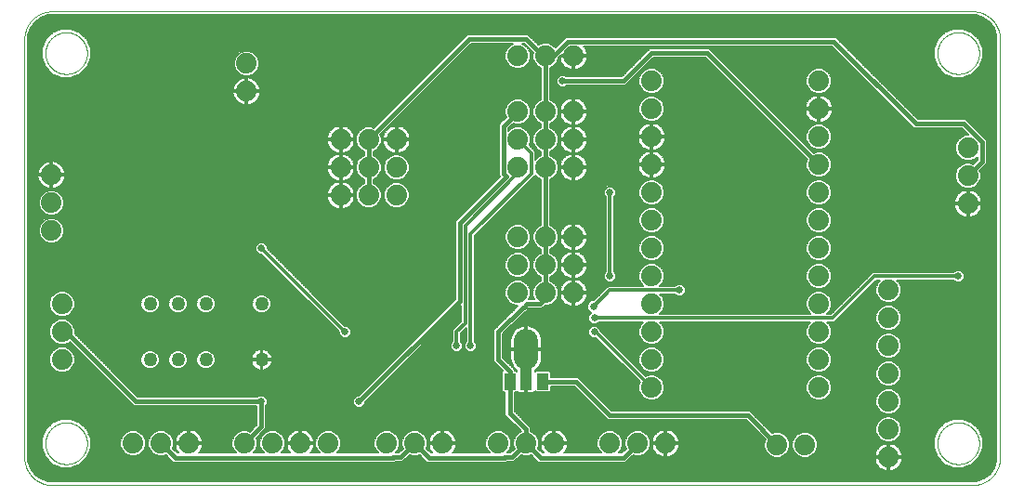
<source format=gbl>
G75*
%MOIN*%
%OFA0B0*%
%FSLAX25Y25*%
%IPPOS*%
%LPD*%
%AMOC8*
5,1,8,0,0,1.08239X$1,22.5*
%
%ADD10C,0.00000*%
%ADD11C,0.07400*%
%ADD12C,0.05000*%
%ADD13R,0.03937X0.05906*%
%ADD14R,0.03937X0.07874*%
%ADD15C,0.08661*%
%ADD16C,0.00600*%
%ADD17C,0.01600*%
%ADD18C,0.02578*%
%ADD19C,0.01200*%
D10*
X0011300Y0001300D02*
X0341300Y0001300D01*
X0341542Y0001303D01*
X0341783Y0001312D01*
X0342024Y0001326D01*
X0342265Y0001347D01*
X0342505Y0001373D01*
X0342745Y0001405D01*
X0342984Y0001443D01*
X0343221Y0001486D01*
X0343458Y0001536D01*
X0343693Y0001591D01*
X0343927Y0001651D01*
X0344159Y0001718D01*
X0344390Y0001789D01*
X0344619Y0001867D01*
X0344846Y0001950D01*
X0345071Y0002038D01*
X0345294Y0002132D01*
X0345514Y0002231D01*
X0345732Y0002336D01*
X0345947Y0002445D01*
X0346160Y0002560D01*
X0346370Y0002680D01*
X0346576Y0002805D01*
X0346780Y0002935D01*
X0346981Y0003070D01*
X0347178Y0003210D01*
X0347372Y0003354D01*
X0347562Y0003503D01*
X0347748Y0003657D01*
X0347931Y0003815D01*
X0348110Y0003977D01*
X0348285Y0004144D01*
X0348456Y0004315D01*
X0348623Y0004490D01*
X0348785Y0004669D01*
X0348943Y0004852D01*
X0349097Y0005038D01*
X0349246Y0005228D01*
X0349390Y0005422D01*
X0349530Y0005619D01*
X0349665Y0005820D01*
X0349795Y0006024D01*
X0349920Y0006230D01*
X0350040Y0006440D01*
X0350155Y0006653D01*
X0350264Y0006868D01*
X0350369Y0007086D01*
X0350468Y0007306D01*
X0350562Y0007529D01*
X0350650Y0007754D01*
X0350733Y0007981D01*
X0350811Y0008210D01*
X0350882Y0008441D01*
X0350949Y0008673D01*
X0351009Y0008907D01*
X0351064Y0009142D01*
X0351114Y0009379D01*
X0351157Y0009616D01*
X0351195Y0009855D01*
X0351227Y0010095D01*
X0351253Y0010335D01*
X0351274Y0010576D01*
X0351288Y0010817D01*
X0351297Y0011058D01*
X0351300Y0011300D01*
X0351300Y0161300D01*
X0351297Y0161542D01*
X0351288Y0161783D01*
X0351274Y0162024D01*
X0351253Y0162265D01*
X0351227Y0162505D01*
X0351195Y0162745D01*
X0351157Y0162984D01*
X0351114Y0163221D01*
X0351064Y0163458D01*
X0351009Y0163693D01*
X0350949Y0163927D01*
X0350882Y0164159D01*
X0350811Y0164390D01*
X0350733Y0164619D01*
X0350650Y0164846D01*
X0350562Y0165071D01*
X0350468Y0165294D01*
X0350369Y0165514D01*
X0350264Y0165732D01*
X0350155Y0165947D01*
X0350040Y0166160D01*
X0349920Y0166370D01*
X0349795Y0166576D01*
X0349665Y0166780D01*
X0349530Y0166981D01*
X0349390Y0167178D01*
X0349246Y0167372D01*
X0349097Y0167562D01*
X0348943Y0167748D01*
X0348785Y0167931D01*
X0348623Y0168110D01*
X0348456Y0168285D01*
X0348285Y0168456D01*
X0348110Y0168623D01*
X0347931Y0168785D01*
X0347748Y0168943D01*
X0347562Y0169097D01*
X0347372Y0169246D01*
X0347178Y0169390D01*
X0346981Y0169530D01*
X0346780Y0169665D01*
X0346576Y0169795D01*
X0346370Y0169920D01*
X0346160Y0170040D01*
X0345947Y0170155D01*
X0345732Y0170264D01*
X0345514Y0170369D01*
X0345294Y0170468D01*
X0345071Y0170562D01*
X0344846Y0170650D01*
X0344619Y0170733D01*
X0344390Y0170811D01*
X0344159Y0170882D01*
X0343927Y0170949D01*
X0343693Y0171009D01*
X0343458Y0171064D01*
X0343221Y0171114D01*
X0342984Y0171157D01*
X0342745Y0171195D01*
X0342505Y0171227D01*
X0342265Y0171253D01*
X0342024Y0171274D01*
X0341783Y0171288D01*
X0341542Y0171297D01*
X0341300Y0171300D01*
X0011300Y0171300D01*
X0011058Y0171297D01*
X0010817Y0171288D01*
X0010576Y0171274D01*
X0010335Y0171253D01*
X0010095Y0171227D01*
X0009855Y0171195D01*
X0009616Y0171157D01*
X0009379Y0171114D01*
X0009142Y0171064D01*
X0008907Y0171009D01*
X0008673Y0170949D01*
X0008441Y0170882D01*
X0008210Y0170811D01*
X0007981Y0170733D01*
X0007754Y0170650D01*
X0007529Y0170562D01*
X0007306Y0170468D01*
X0007086Y0170369D01*
X0006868Y0170264D01*
X0006653Y0170155D01*
X0006440Y0170040D01*
X0006230Y0169920D01*
X0006024Y0169795D01*
X0005820Y0169665D01*
X0005619Y0169530D01*
X0005422Y0169390D01*
X0005228Y0169246D01*
X0005038Y0169097D01*
X0004852Y0168943D01*
X0004669Y0168785D01*
X0004490Y0168623D01*
X0004315Y0168456D01*
X0004144Y0168285D01*
X0003977Y0168110D01*
X0003815Y0167931D01*
X0003657Y0167748D01*
X0003503Y0167562D01*
X0003354Y0167372D01*
X0003210Y0167178D01*
X0003070Y0166981D01*
X0002935Y0166780D01*
X0002805Y0166576D01*
X0002680Y0166370D01*
X0002560Y0166160D01*
X0002445Y0165947D01*
X0002336Y0165732D01*
X0002231Y0165514D01*
X0002132Y0165294D01*
X0002038Y0165071D01*
X0001950Y0164846D01*
X0001867Y0164619D01*
X0001789Y0164390D01*
X0001718Y0164159D01*
X0001651Y0163927D01*
X0001591Y0163693D01*
X0001536Y0163458D01*
X0001486Y0163221D01*
X0001443Y0162984D01*
X0001405Y0162745D01*
X0001373Y0162505D01*
X0001347Y0162265D01*
X0001326Y0162024D01*
X0001312Y0161783D01*
X0001303Y0161542D01*
X0001300Y0161300D01*
X0001300Y0011300D01*
X0001303Y0011058D01*
X0001312Y0010817D01*
X0001326Y0010576D01*
X0001347Y0010335D01*
X0001373Y0010095D01*
X0001405Y0009855D01*
X0001443Y0009616D01*
X0001486Y0009379D01*
X0001536Y0009142D01*
X0001591Y0008907D01*
X0001651Y0008673D01*
X0001718Y0008441D01*
X0001789Y0008210D01*
X0001867Y0007981D01*
X0001950Y0007754D01*
X0002038Y0007529D01*
X0002132Y0007306D01*
X0002231Y0007086D01*
X0002336Y0006868D01*
X0002445Y0006653D01*
X0002560Y0006440D01*
X0002680Y0006230D01*
X0002805Y0006024D01*
X0002935Y0005820D01*
X0003070Y0005619D01*
X0003210Y0005422D01*
X0003354Y0005228D01*
X0003503Y0005038D01*
X0003657Y0004852D01*
X0003815Y0004669D01*
X0003977Y0004490D01*
X0004144Y0004315D01*
X0004315Y0004144D01*
X0004490Y0003977D01*
X0004669Y0003815D01*
X0004852Y0003657D01*
X0005038Y0003503D01*
X0005228Y0003354D01*
X0005422Y0003210D01*
X0005619Y0003070D01*
X0005820Y0002935D01*
X0006024Y0002805D01*
X0006230Y0002680D01*
X0006440Y0002560D01*
X0006653Y0002445D01*
X0006868Y0002336D01*
X0007086Y0002231D01*
X0007306Y0002132D01*
X0007529Y0002038D01*
X0007754Y0001950D01*
X0007981Y0001867D01*
X0008210Y0001789D01*
X0008441Y0001718D01*
X0008673Y0001651D01*
X0008907Y0001591D01*
X0009142Y0001536D01*
X0009379Y0001486D01*
X0009616Y0001443D01*
X0009855Y0001405D01*
X0010095Y0001373D01*
X0010335Y0001347D01*
X0010576Y0001326D01*
X0010817Y0001312D01*
X0011058Y0001303D01*
X0011300Y0001300D01*
X0008825Y0016300D02*
X0008827Y0016483D01*
X0008834Y0016667D01*
X0008845Y0016850D01*
X0008861Y0017033D01*
X0008881Y0017215D01*
X0008906Y0017397D01*
X0008935Y0017578D01*
X0008969Y0017758D01*
X0009007Y0017938D01*
X0009049Y0018116D01*
X0009096Y0018294D01*
X0009147Y0018470D01*
X0009202Y0018645D01*
X0009262Y0018818D01*
X0009326Y0018990D01*
X0009394Y0019161D01*
X0009466Y0019329D01*
X0009543Y0019496D01*
X0009623Y0019661D01*
X0009708Y0019824D01*
X0009796Y0019984D01*
X0009888Y0020143D01*
X0009985Y0020299D01*
X0010085Y0020453D01*
X0010189Y0020604D01*
X0010296Y0020753D01*
X0010407Y0020899D01*
X0010522Y0021042D01*
X0010640Y0021182D01*
X0010761Y0021320D01*
X0010886Y0021454D01*
X0011014Y0021586D01*
X0011146Y0021714D01*
X0011280Y0021839D01*
X0011418Y0021960D01*
X0011558Y0022078D01*
X0011701Y0022193D01*
X0011847Y0022304D01*
X0011996Y0022411D01*
X0012147Y0022515D01*
X0012301Y0022615D01*
X0012457Y0022712D01*
X0012616Y0022804D01*
X0012776Y0022892D01*
X0012939Y0022977D01*
X0013104Y0023057D01*
X0013271Y0023134D01*
X0013439Y0023206D01*
X0013610Y0023274D01*
X0013782Y0023338D01*
X0013955Y0023398D01*
X0014130Y0023453D01*
X0014306Y0023504D01*
X0014484Y0023551D01*
X0014662Y0023593D01*
X0014842Y0023631D01*
X0015022Y0023665D01*
X0015203Y0023694D01*
X0015385Y0023719D01*
X0015567Y0023739D01*
X0015750Y0023755D01*
X0015933Y0023766D01*
X0016117Y0023773D01*
X0016300Y0023775D01*
X0016483Y0023773D01*
X0016667Y0023766D01*
X0016850Y0023755D01*
X0017033Y0023739D01*
X0017215Y0023719D01*
X0017397Y0023694D01*
X0017578Y0023665D01*
X0017758Y0023631D01*
X0017938Y0023593D01*
X0018116Y0023551D01*
X0018294Y0023504D01*
X0018470Y0023453D01*
X0018645Y0023398D01*
X0018818Y0023338D01*
X0018990Y0023274D01*
X0019161Y0023206D01*
X0019329Y0023134D01*
X0019496Y0023057D01*
X0019661Y0022977D01*
X0019824Y0022892D01*
X0019984Y0022804D01*
X0020143Y0022712D01*
X0020299Y0022615D01*
X0020453Y0022515D01*
X0020604Y0022411D01*
X0020753Y0022304D01*
X0020899Y0022193D01*
X0021042Y0022078D01*
X0021182Y0021960D01*
X0021320Y0021839D01*
X0021454Y0021714D01*
X0021586Y0021586D01*
X0021714Y0021454D01*
X0021839Y0021320D01*
X0021960Y0021182D01*
X0022078Y0021042D01*
X0022193Y0020899D01*
X0022304Y0020753D01*
X0022411Y0020604D01*
X0022515Y0020453D01*
X0022615Y0020299D01*
X0022712Y0020143D01*
X0022804Y0019984D01*
X0022892Y0019824D01*
X0022977Y0019661D01*
X0023057Y0019496D01*
X0023134Y0019329D01*
X0023206Y0019161D01*
X0023274Y0018990D01*
X0023338Y0018818D01*
X0023398Y0018645D01*
X0023453Y0018470D01*
X0023504Y0018294D01*
X0023551Y0018116D01*
X0023593Y0017938D01*
X0023631Y0017758D01*
X0023665Y0017578D01*
X0023694Y0017397D01*
X0023719Y0017215D01*
X0023739Y0017033D01*
X0023755Y0016850D01*
X0023766Y0016667D01*
X0023773Y0016483D01*
X0023775Y0016300D01*
X0023773Y0016117D01*
X0023766Y0015933D01*
X0023755Y0015750D01*
X0023739Y0015567D01*
X0023719Y0015385D01*
X0023694Y0015203D01*
X0023665Y0015022D01*
X0023631Y0014842D01*
X0023593Y0014662D01*
X0023551Y0014484D01*
X0023504Y0014306D01*
X0023453Y0014130D01*
X0023398Y0013955D01*
X0023338Y0013782D01*
X0023274Y0013610D01*
X0023206Y0013439D01*
X0023134Y0013271D01*
X0023057Y0013104D01*
X0022977Y0012939D01*
X0022892Y0012776D01*
X0022804Y0012616D01*
X0022712Y0012457D01*
X0022615Y0012301D01*
X0022515Y0012147D01*
X0022411Y0011996D01*
X0022304Y0011847D01*
X0022193Y0011701D01*
X0022078Y0011558D01*
X0021960Y0011418D01*
X0021839Y0011280D01*
X0021714Y0011146D01*
X0021586Y0011014D01*
X0021454Y0010886D01*
X0021320Y0010761D01*
X0021182Y0010640D01*
X0021042Y0010522D01*
X0020899Y0010407D01*
X0020753Y0010296D01*
X0020604Y0010189D01*
X0020453Y0010085D01*
X0020299Y0009985D01*
X0020143Y0009888D01*
X0019984Y0009796D01*
X0019824Y0009708D01*
X0019661Y0009623D01*
X0019496Y0009543D01*
X0019329Y0009466D01*
X0019161Y0009394D01*
X0018990Y0009326D01*
X0018818Y0009262D01*
X0018645Y0009202D01*
X0018470Y0009147D01*
X0018294Y0009096D01*
X0018116Y0009049D01*
X0017938Y0009007D01*
X0017758Y0008969D01*
X0017578Y0008935D01*
X0017397Y0008906D01*
X0017215Y0008881D01*
X0017033Y0008861D01*
X0016850Y0008845D01*
X0016667Y0008834D01*
X0016483Y0008827D01*
X0016300Y0008825D01*
X0016117Y0008827D01*
X0015933Y0008834D01*
X0015750Y0008845D01*
X0015567Y0008861D01*
X0015385Y0008881D01*
X0015203Y0008906D01*
X0015022Y0008935D01*
X0014842Y0008969D01*
X0014662Y0009007D01*
X0014484Y0009049D01*
X0014306Y0009096D01*
X0014130Y0009147D01*
X0013955Y0009202D01*
X0013782Y0009262D01*
X0013610Y0009326D01*
X0013439Y0009394D01*
X0013271Y0009466D01*
X0013104Y0009543D01*
X0012939Y0009623D01*
X0012776Y0009708D01*
X0012616Y0009796D01*
X0012457Y0009888D01*
X0012301Y0009985D01*
X0012147Y0010085D01*
X0011996Y0010189D01*
X0011847Y0010296D01*
X0011701Y0010407D01*
X0011558Y0010522D01*
X0011418Y0010640D01*
X0011280Y0010761D01*
X0011146Y0010886D01*
X0011014Y0011014D01*
X0010886Y0011146D01*
X0010761Y0011280D01*
X0010640Y0011418D01*
X0010522Y0011558D01*
X0010407Y0011701D01*
X0010296Y0011847D01*
X0010189Y0011996D01*
X0010085Y0012147D01*
X0009985Y0012301D01*
X0009888Y0012457D01*
X0009796Y0012616D01*
X0009708Y0012776D01*
X0009623Y0012939D01*
X0009543Y0013104D01*
X0009466Y0013271D01*
X0009394Y0013439D01*
X0009326Y0013610D01*
X0009262Y0013782D01*
X0009202Y0013955D01*
X0009147Y0014130D01*
X0009096Y0014306D01*
X0009049Y0014484D01*
X0009007Y0014662D01*
X0008969Y0014842D01*
X0008935Y0015022D01*
X0008906Y0015203D01*
X0008881Y0015385D01*
X0008861Y0015567D01*
X0008845Y0015750D01*
X0008834Y0015933D01*
X0008827Y0016117D01*
X0008825Y0016300D01*
X0008825Y0156300D02*
X0008827Y0156483D01*
X0008834Y0156667D01*
X0008845Y0156850D01*
X0008861Y0157033D01*
X0008881Y0157215D01*
X0008906Y0157397D01*
X0008935Y0157578D01*
X0008969Y0157758D01*
X0009007Y0157938D01*
X0009049Y0158116D01*
X0009096Y0158294D01*
X0009147Y0158470D01*
X0009202Y0158645D01*
X0009262Y0158818D01*
X0009326Y0158990D01*
X0009394Y0159161D01*
X0009466Y0159329D01*
X0009543Y0159496D01*
X0009623Y0159661D01*
X0009708Y0159824D01*
X0009796Y0159984D01*
X0009888Y0160143D01*
X0009985Y0160299D01*
X0010085Y0160453D01*
X0010189Y0160604D01*
X0010296Y0160753D01*
X0010407Y0160899D01*
X0010522Y0161042D01*
X0010640Y0161182D01*
X0010761Y0161320D01*
X0010886Y0161454D01*
X0011014Y0161586D01*
X0011146Y0161714D01*
X0011280Y0161839D01*
X0011418Y0161960D01*
X0011558Y0162078D01*
X0011701Y0162193D01*
X0011847Y0162304D01*
X0011996Y0162411D01*
X0012147Y0162515D01*
X0012301Y0162615D01*
X0012457Y0162712D01*
X0012616Y0162804D01*
X0012776Y0162892D01*
X0012939Y0162977D01*
X0013104Y0163057D01*
X0013271Y0163134D01*
X0013439Y0163206D01*
X0013610Y0163274D01*
X0013782Y0163338D01*
X0013955Y0163398D01*
X0014130Y0163453D01*
X0014306Y0163504D01*
X0014484Y0163551D01*
X0014662Y0163593D01*
X0014842Y0163631D01*
X0015022Y0163665D01*
X0015203Y0163694D01*
X0015385Y0163719D01*
X0015567Y0163739D01*
X0015750Y0163755D01*
X0015933Y0163766D01*
X0016117Y0163773D01*
X0016300Y0163775D01*
X0016483Y0163773D01*
X0016667Y0163766D01*
X0016850Y0163755D01*
X0017033Y0163739D01*
X0017215Y0163719D01*
X0017397Y0163694D01*
X0017578Y0163665D01*
X0017758Y0163631D01*
X0017938Y0163593D01*
X0018116Y0163551D01*
X0018294Y0163504D01*
X0018470Y0163453D01*
X0018645Y0163398D01*
X0018818Y0163338D01*
X0018990Y0163274D01*
X0019161Y0163206D01*
X0019329Y0163134D01*
X0019496Y0163057D01*
X0019661Y0162977D01*
X0019824Y0162892D01*
X0019984Y0162804D01*
X0020143Y0162712D01*
X0020299Y0162615D01*
X0020453Y0162515D01*
X0020604Y0162411D01*
X0020753Y0162304D01*
X0020899Y0162193D01*
X0021042Y0162078D01*
X0021182Y0161960D01*
X0021320Y0161839D01*
X0021454Y0161714D01*
X0021586Y0161586D01*
X0021714Y0161454D01*
X0021839Y0161320D01*
X0021960Y0161182D01*
X0022078Y0161042D01*
X0022193Y0160899D01*
X0022304Y0160753D01*
X0022411Y0160604D01*
X0022515Y0160453D01*
X0022615Y0160299D01*
X0022712Y0160143D01*
X0022804Y0159984D01*
X0022892Y0159824D01*
X0022977Y0159661D01*
X0023057Y0159496D01*
X0023134Y0159329D01*
X0023206Y0159161D01*
X0023274Y0158990D01*
X0023338Y0158818D01*
X0023398Y0158645D01*
X0023453Y0158470D01*
X0023504Y0158294D01*
X0023551Y0158116D01*
X0023593Y0157938D01*
X0023631Y0157758D01*
X0023665Y0157578D01*
X0023694Y0157397D01*
X0023719Y0157215D01*
X0023739Y0157033D01*
X0023755Y0156850D01*
X0023766Y0156667D01*
X0023773Y0156483D01*
X0023775Y0156300D01*
X0023773Y0156117D01*
X0023766Y0155933D01*
X0023755Y0155750D01*
X0023739Y0155567D01*
X0023719Y0155385D01*
X0023694Y0155203D01*
X0023665Y0155022D01*
X0023631Y0154842D01*
X0023593Y0154662D01*
X0023551Y0154484D01*
X0023504Y0154306D01*
X0023453Y0154130D01*
X0023398Y0153955D01*
X0023338Y0153782D01*
X0023274Y0153610D01*
X0023206Y0153439D01*
X0023134Y0153271D01*
X0023057Y0153104D01*
X0022977Y0152939D01*
X0022892Y0152776D01*
X0022804Y0152616D01*
X0022712Y0152457D01*
X0022615Y0152301D01*
X0022515Y0152147D01*
X0022411Y0151996D01*
X0022304Y0151847D01*
X0022193Y0151701D01*
X0022078Y0151558D01*
X0021960Y0151418D01*
X0021839Y0151280D01*
X0021714Y0151146D01*
X0021586Y0151014D01*
X0021454Y0150886D01*
X0021320Y0150761D01*
X0021182Y0150640D01*
X0021042Y0150522D01*
X0020899Y0150407D01*
X0020753Y0150296D01*
X0020604Y0150189D01*
X0020453Y0150085D01*
X0020299Y0149985D01*
X0020143Y0149888D01*
X0019984Y0149796D01*
X0019824Y0149708D01*
X0019661Y0149623D01*
X0019496Y0149543D01*
X0019329Y0149466D01*
X0019161Y0149394D01*
X0018990Y0149326D01*
X0018818Y0149262D01*
X0018645Y0149202D01*
X0018470Y0149147D01*
X0018294Y0149096D01*
X0018116Y0149049D01*
X0017938Y0149007D01*
X0017758Y0148969D01*
X0017578Y0148935D01*
X0017397Y0148906D01*
X0017215Y0148881D01*
X0017033Y0148861D01*
X0016850Y0148845D01*
X0016667Y0148834D01*
X0016483Y0148827D01*
X0016300Y0148825D01*
X0016117Y0148827D01*
X0015933Y0148834D01*
X0015750Y0148845D01*
X0015567Y0148861D01*
X0015385Y0148881D01*
X0015203Y0148906D01*
X0015022Y0148935D01*
X0014842Y0148969D01*
X0014662Y0149007D01*
X0014484Y0149049D01*
X0014306Y0149096D01*
X0014130Y0149147D01*
X0013955Y0149202D01*
X0013782Y0149262D01*
X0013610Y0149326D01*
X0013439Y0149394D01*
X0013271Y0149466D01*
X0013104Y0149543D01*
X0012939Y0149623D01*
X0012776Y0149708D01*
X0012616Y0149796D01*
X0012457Y0149888D01*
X0012301Y0149985D01*
X0012147Y0150085D01*
X0011996Y0150189D01*
X0011847Y0150296D01*
X0011701Y0150407D01*
X0011558Y0150522D01*
X0011418Y0150640D01*
X0011280Y0150761D01*
X0011146Y0150886D01*
X0011014Y0151014D01*
X0010886Y0151146D01*
X0010761Y0151280D01*
X0010640Y0151418D01*
X0010522Y0151558D01*
X0010407Y0151701D01*
X0010296Y0151847D01*
X0010189Y0151996D01*
X0010085Y0152147D01*
X0009985Y0152301D01*
X0009888Y0152457D01*
X0009796Y0152616D01*
X0009708Y0152776D01*
X0009623Y0152939D01*
X0009543Y0153104D01*
X0009466Y0153271D01*
X0009394Y0153439D01*
X0009326Y0153610D01*
X0009262Y0153782D01*
X0009202Y0153955D01*
X0009147Y0154130D01*
X0009096Y0154306D01*
X0009049Y0154484D01*
X0009007Y0154662D01*
X0008969Y0154842D01*
X0008935Y0155022D01*
X0008906Y0155203D01*
X0008881Y0155385D01*
X0008861Y0155567D01*
X0008845Y0155750D01*
X0008834Y0155933D01*
X0008827Y0156117D01*
X0008825Y0156300D01*
X0328825Y0156300D02*
X0328827Y0156483D01*
X0328834Y0156667D01*
X0328845Y0156850D01*
X0328861Y0157033D01*
X0328881Y0157215D01*
X0328906Y0157397D01*
X0328935Y0157578D01*
X0328969Y0157758D01*
X0329007Y0157938D01*
X0329049Y0158116D01*
X0329096Y0158294D01*
X0329147Y0158470D01*
X0329202Y0158645D01*
X0329262Y0158818D01*
X0329326Y0158990D01*
X0329394Y0159161D01*
X0329466Y0159329D01*
X0329543Y0159496D01*
X0329623Y0159661D01*
X0329708Y0159824D01*
X0329796Y0159984D01*
X0329888Y0160143D01*
X0329985Y0160299D01*
X0330085Y0160453D01*
X0330189Y0160604D01*
X0330296Y0160753D01*
X0330407Y0160899D01*
X0330522Y0161042D01*
X0330640Y0161182D01*
X0330761Y0161320D01*
X0330886Y0161454D01*
X0331014Y0161586D01*
X0331146Y0161714D01*
X0331280Y0161839D01*
X0331418Y0161960D01*
X0331558Y0162078D01*
X0331701Y0162193D01*
X0331847Y0162304D01*
X0331996Y0162411D01*
X0332147Y0162515D01*
X0332301Y0162615D01*
X0332457Y0162712D01*
X0332616Y0162804D01*
X0332776Y0162892D01*
X0332939Y0162977D01*
X0333104Y0163057D01*
X0333271Y0163134D01*
X0333439Y0163206D01*
X0333610Y0163274D01*
X0333782Y0163338D01*
X0333955Y0163398D01*
X0334130Y0163453D01*
X0334306Y0163504D01*
X0334484Y0163551D01*
X0334662Y0163593D01*
X0334842Y0163631D01*
X0335022Y0163665D01*
X0335203Y0163694D01*
X0335385Y0163719D01*
X0335567Y0163739D01*
X0335750Y0163755D01*
X0335933Y0163766D01*
X0336117Y0163773D01*
X0336300Y0163775D01*
X0336483Y0163773D01*
X0336667Y0163766D01*
X0336850Y0163755D01*
X0337033Y0163739D01*
X0337215Y0163719D01*
X0337397Y0163694D01*
X0337578Y0163665D01*
X0337758Y0163631D01*
X0337938Y0163593D01*
X0338116Y0163551D01*
X0338294Y0163504D01*
X0338470Y0163453D01*
X0338645Y0163398D01*
X0338818Y0163338D01*
X0338990Y0163274D01*
X0339161Y0163206D01*
X0339329Y0163134D01*
X0339496Y0163057D01*
X0339661Y0162977D01*
X0339824Y0162892D01*
X0339984Y0162804D01*
X0340143Y0162712D01*
X0340299Y0162615D01*
X0340453Y0162515D01*
X0340604Y0162411D01*
X0340753Y0162304D01*
X0340899Y0162193D01*
X0341042Y0162078D01*
X0341182Y0161960D01*
X0341320Y0161839D01*
X0341454Y0161714D01*
X0341586Y0161586D01*
X0341714Y0161454D01*
X0341839Y0161320D01*
X0341960Y0161182D01*
X0342078Y0161042D01*
X0342193Y0160899D01*
X0342304Y0160753D01*
X0342411Y0160604D01*
X0342515Y0160453D01*
X0342615Y0160299D01*
X0342712Y0160143D01*
X0342804Y0159984D01*
X0342892Y0159824D01*
X0342977Y0159661D01*
X0343057Y0159496D01*
X0343134Y0159329D01*
X0343206Y0159161D01*
X0343274Y0158990D01*
X0343338Y0158818D01*
X0343398Y0158645D01*
X0343453Y0158470D01*
X0343504Y0158294D01*
X0343551Y0158116D01*
X0343593Y0157938D01*
X0343631Y0157758D01*
X0343665Y0157578D01*
X0343694Y0157397D01*
X0343719Y0157215D01*
X0343739Y0157033D01*
X0343755Y0156850D01*
X0343766Y0156667D01*
X0343773Y0156483D01*
X0343775Y0156300D01*
X0343773Y0156117D01*
X0343766Y0155933D01*
X0343755Y0155750D01*
X0343739Y0155567D01*
X0343719Y0155385D01*
X0343694Y0155203D01*
X0343665Y0155022D01*
X0343631Y0154842D01*
X0343593Y0154662D01*
X0343551Y0154484D01*
X0343504Y0154306D01*
X0343453Y0154130D01*
X0343398Y0153955D01*
X0343338Y0153782D01*
X0343274Y0153610D01*
X0343206Y0153439D01*
X0343134Y0153271D01*
X0343057Y0153104D01*
X0342977Y0152939D01*
X0342892Y0152776D01*
X0342804Y0152616D01*
X0342712Y0152457D01*
X0342615Y0152301D01*
X0342515Y0152147D01*
X0342411Y0151996D01*
X0342304Y0151847D01*
X0342193Y0151701D01*
X0342078Y0151558D01*
X0341960Y0151418D01*
X0341839Y0151280D01*
X0341714Y0151146D01*
X0341586Y0151014D01*
X0341454Y0150886D01*
X0341320Y0150761D01*
X0341182Y0150640D01*
X0341042Y0150522D01*
X0340899Y0150407D01*
X0340753Y0150296D01*
X0340604Y0150189D01*
X0340453Y0150085D01*
X0340299Y0149985D01*
X0340143Y0149888D01*
X0339984Y0149796D01*
X0339824Y0149708D01*
X0339661Y0149623D01*
X0339496Y0149543D01*
X0339329Y0149466D01*
X0339161Y0149394D01*
X0338990Y0149326D01*
X0338818Y0149262D01*
X0338645Y0149202D01*
X0338470Y0149147D01*
X0338294Y0149096D01*
X0338116Y0149049D01*
X0337938Y0149007D01*
X0337758Y0148969D01*
X0337578Y0148935D01*
X0337397Y0148906D01*
X0337215Y0148881D01*
X0337033Y0148861D01*
X0336850Y0148845D01*
X0336667Y0148834D01*
X0336483Y0148827D01*
X0336300Y0148825D01*
X0336117Y0148827D01*
X0335933Y0148834D01*
X0335750Y0148845D01*
X0335567Y0148861D01*
X0335385Y0148881D01*
X0335203Y0148906D01*
X0335022Y0148935D01*
X0334842Y0148969D01*
X0334662Y0149007D01*
X0334484Y0149049D01*
X0334306Y0149096D01*
X0334130Y0149147D01*
X0333955Y0149202D01*
X0333782Y0149262D01*
X0333610Y0149326D01*
X0333439Y0149394D01*
X0333271Y0149466D01*
X0333104Y0149543D01*
X0332939Y0149623D01*
X0332776Y0149708D01*
X0332616Y0149796D01*
X0332457Y0149888D01*
X0332301Y0149985D01*
X0332147Y0150085D01*
X0331996Y0150189D01*
X0331847Y0150296D01*
X0331701Y0150407D01*
X0331558Y0150522D01*
X0331418Y0150640D01*
X0331280Y0150761D01*
X0331146Y0150886D01*
X0331014Y0151014D01*
X0330886Y0151146D01*
X0330761Y0151280D01*
X0330640Y0151418D01*
X0330522Y0151558D01*
X0330407Y0151701D01*
X0330296Y0151847D01*
X0330189Y0151996D01*
X0330085Y0152147D01*
X0329985Y0152301D01*
X0329888Y0152457D01*
X0329796Y0152616D01*
X0329708Y0152776D01*
X0329623Y0152939D01*
X0329543Y0153104D01*
X0329466Y0153271D01*
X0329394Y0153439D01*
X0329326Y0153610D01*
X0329262Y0153782D01*
X0329202Y0153955D01*
X0329147Y0154130D01*
X0329096Y0154306D01*
X0329049Y0154484D01*
X0329007Y0154662D01*
X0328969Y0154842D01*
X0328935Y0155022D01*
X0328906Y0155203D01*
X0328881Y0155385D01*
X0328861Y0155567D01*
X0328845Y0155750D01*
X0328834Y0155933D01*
X0328827Y0156117D01*
X0328825Y0156300D01*
X0328825Y0016300D02*
X0328827Y0016483D01*
X0328834Y0016667D01*
X0328845Y0016850D01*
X0328861Y0017033D01*
X0328881Y0017215D01*
X0328906Y0017397D01*
X0328935Y0017578D01*
X0328969Y0017758D01*
X0329007Y0017938D01*
X0329049Y0018116D01*
X0329096Y0018294D01*
X0329147Y0018470D01*
X0329202Y0018645D01*
X0329262Y0018818D01*
X0329326Y0018990D01*
X0329394Y0019161D01*
X0329466Y0019329D01*
X0329543Y0019496D01*
X0329623Y0019661D01*
X0329708Y0019824D01*
X0329796Y0019984D01*
X0329888Y0020143D01*
X0329985Y0020299D01*
X0330085Y0020453D01*
X0330189Y0020604D01*
X0330296Y0020753D01*
X0330407Y0020899D01*
X0330522Y0021042D01*
X0330640Y0021182D01*
X0330761Y0021320D01*
X0330886Y0021454D01*
X0331014Y0021586D01*
X0331146Y0021714D01*
X0331280Y0021839D01*
X0331418Y0021960D01*
X0331558Y0022078D01*
X0331701Y0022193D01*
X0331847Y0022304D01*
X0331996Y0022411D01*
X0332147Y0022515D01*
X0332301Y0022615D01*
X0332457Y0022712D01*
X0332616Y0022804D01*
X0332776Y0022892D01*
X0332939Y0022977D01*
X0333104Y0023057D01*
X0333271Y0023134D01*
X0333439Y0023206D01*
X0333610Y0023274D01*
X0333782Y0023338D01*
X0333955Y0023398D01*
X0334130Y0023453D01*
X0334306Y0023504D01*
X0334484Y0023551D01*
X0334662Y0023593D01*
X0334842Y0023631D01*
X0335022Y0023665D01*
X0335203Y0023694D01*
X0335385Y0023719D01*
X0335567Y0023739D01*
X0335750Y0023755D01*
X0335933Y0023766D01*
X0336117Y0023773D01*
X0336300Y0023775D01*
X0336483Y0023773D01*
X0336667Y0023766D01*
X0336850Y0023755D01*
X0337033Y0023739D01*
X0337215Y0023719D01*
X0337397Y0023694D01*
X0337578Y0023665D01*
X0337758Y0023631D01*
X0337938Y0023593D01*
X0338116Y0023551D01*
X0338294Y0023504D01*
X0338470Y0023453D01*
X0338645Y0023398D01*
X0338818Y0023338D01*
X0338990Y0023274D01*
X0339161Y0023206D01*
X0339329Y0023134D01*
X0339496Y0023057D01*
X0339661Y0022977D01*
X0339824Y0022892D01*
X0339984Y0022804D01*
X0340143Y0022712D01*
X0340299Y0022615D01*
X0340453Y0022515D01*
X0340604Y0022411D01*
X0340753Y0022304D01*
X0340899Y0022193D01*
X0341042Y0022078D01*
X0341182Y0021960D01*
X0341320Y0021839D01*
X0341454Y0021714D01*
X0341586Y0021586D01*
X0341714Y0021454D01*
X0341839Y0021320D01*
X0341960Y0021182D01*
X0342078Y0021042D01*
X0342193Y0020899D01*
X0342304Y0020753D01*
X0342411Y0020604D01*
X0342515Y0020453D01*
X0342615Y0020299D01*
X0342712Y0020143D01*
X0342804Y0019984D01*
X0342892Y0019824D01*
X0342977Y0019661D01*
X0343057Y0019496D01*
X0343134Y0019329D01*
X0343206Y0019161D01*
X0343274Y0018990D01*
X0343338Y0018818D01*
X0343398Y0018645D01*
X0343453Y0018470D01*
X0343504Y0018294D01*
X0343551Y0018116D01*
X0343593Y0017938D01*
X0343631Y0017758D01*
X0343665Y0017578D01*
X0343694Y0017397D01*
X0343719Y0017215D01*
X0343739Y0017033D01*
X0343755Y0016850D01*
X0343766Y0016667D01*
X0343773Y0016483D01*
X0343775Y0016300D01*
X0343773Y0016117D01*
X0343766Y0015933D01*
X0343755Y0015750D01*
X0343739Y0015567D01*
X0343719Y0015385D01*
X0343694Y0015203D01*
X0343665Y0015022D01*
X0343631Y0014842D01*
X0343593Y0014662D01*
X0343551Y0014484D01*
X0343504Y0014306D01*
X0343453Y0014130D01*
X0343398Y0013955D01*
X0343338Y0013782D01*
X0343274Y0013610D01*
X0343206Y0013439D01*
X0343134Y0013271D01*
X0343057Y0013104D01*
X0342977Y0012939D01*
X0342892Y0012776D01*
X0342804Y0012616D01*
X0342712Y0012457D01*
X0342615Y0012301D01*
X0342515Y0012147D01*
X0342411Y0011996D01*
X0342304Y0011847D01*
X0342193Y0011701D01*
X0342078Y0011558D01*
X0341960Y0011418D01*
X0341839Y0011280D01*
X0341714Y0011146D01*
X0341586Y0011014D01*
X0341454Y0010886D01*
X0341320Y0010761D01*
X0341182Y0010640D01*
X0341042Y0010522D01*
X0340899Y0010407D01*
X0340753Y0010296D01*
X0340604Y0010189D01*
X0340453Y0010085D01*
X0340299Y0009985D01*
X0340143Y0009888D01*
X0339984Y0009796D01*
X0339824Y0009708D01*
X0339661Y0009623D01*
X0339496Y0009543D01*
X0339329Y0009466D01*
X0339161Y0009394D01*
X0338990Y0009326D01*
X0338818Y0009262D01*
X0338645Y0009202D01*
X0338470Y0009147D01*
X0338294Y0009096D01*
X0338116Y0009049D01*
X0337938Y0009007D01*
X0337758Y0008969D01*
X0337578Y0008935D01*
X0337397Y0008906D01*
X0337215Y0008881D01*
X0337033Y0008861D01*
X0336850Y0008845D01*
X0336667Y0008834D01*
X0336483Y0008827D01*
X0336300Y0008825D01*
X0336117Y0008827D01*
X0335933Y0008834D01*
X0335750Y0008845D01*
X0335567Y0008861D01*
X0335385Y0008881D01*
X0335203Y0008906D01*
X0335022Y0008935D01*
X0334842Y0008969D01*
X0334662Y0009007D01*
X0334484Y0009049D01*
X0334306Y0009096D01*
X0334130Y0009147D01*
X0333955Y0009202D01*
X0333782Y0009262D01*
X0333610Y0009326D01*
X0333439Y0009394D01*
X0333271Y0009466D01*
X0333104Y0009543D01*
X0332939Y0009623D01*
X0332776Y0009708D01*
X0332616Y0009796D01*
X0332457Y0009888D01*
X0332301Y0009985D01*
X0332147Y0010085D01*
X0331996Y0010189D01*
X0331847Y0010296D01*
X0331701Y0010407D01*
X0331558Y0010522D01*
X0331418Y0010640D01*
X0331280Y0010761D01*
X0331146Y0010886D01*
X0331014Y0011014D01*
X0330886Y0011146D01*
X0330761Y0011280D01*
X0330640Y0011418D01*
X0330522Y0011558D01*
X0330407Y0011701D01*
X0330296Y0011847D01*
X0330189Y0011996D01*
X0330085Y0012147D01*
X0329985Y0012301D01*
X0329888Y0012457D01*
X0329796Y0012616D01*
X0329708Y0012776D01*
X0329623Y0012939D01*
X0329543Y0013104D01*
X0329466Y0013271D01*
X0329394Y0013439D01*
X0329326Y0013610D01*
X0329262Y0013782D01*
X0329202Y0013955D01*
X0329147Y0014130D01*
X0329096Y0014306D01*
X0329049Y0014484D01*
X0329007Y0014662D01*
X0328969Y0014842D01*
X0328935Y0015022D01*
X0328906Y0015203D01*
X0328881Y0015385D01*
X0328861Y0015567D01*
X0328845Y0015750D01*
X0328834Y0015933D01*
X0328827Y0016117D01*
X0328825Y0016300D01*
D11*
X0311300Y0011300D03*
X0311300Y0021300D03*
X0311300Y0031300D03*
X0311300Y0041300D03*
X0311300Y0051300D03*
X0311300Y0061300D03*
X0311300Y0071300D03*
X0286300Y0066300D03*
X0286300Y0056300D03*
X0286300Y0046300D03*
X0286300Y0036300D03*
X0281300Y0015800D03*
X0271300Y0015800D03*
X0231300Y0016300D03*
X0221300Y0016300D03*
X0211300Y0016300D03*
X0191300Y0016300D03*
X0181300Y0016300D03*
X0171300Y0016300D03*
X0151300Y0016300D03*
X0141300Y0016300D03*
X0131300Y0016300D03*
X0110300Y0016300D03*
X0100300Y0016300D03*
X0090300Y0016300D03*
X0080300Y0016300D03*
X0060300Y0016300D03*
X0050300Y0016300D03*
X0040300Y0016300D03*
X0014800Y0046300D03*
X0014800Y0056300D03*
X0014800Y0066300D03*
X0011000Y0092600D03*
X0011000Y0102600D03*
X0011000Y0112600D03*
X0081000Y0142600D03*
X0081000Y0152600D03*
X0114800Y0125300D03*
X0124800Y0125300D03*
X0134800Y0125300D03*
X0134800Y0115300D03*
X0124800Y0115300D03*
X0114800Y0115300D03*
X0114800Y0105300D03*
X0124800Y0105300D03*
X0134800Y0105300D03*
X0178300Y0115300D03*
X0188300Y0115300D03*
X0198300Y0115300D03*
X0198300Y0125300D03*
X0188300Y0125300D03*
X0178300Y0125300D03*
X0178300Y0135300D03*
X0188300Y0135300D03*
X0198300Y0135300D03*
X0226300Y0136300D03*
X0226300Y0126300D03*
X0226300Y0116300D03*
X0226300Y0106300D03*
X0226300Y0096300D03*
X0226300Y0086300D03*
X0226300Y0076300D03*
X0226300Y0066300D03*
X0226300Y0056300D03*
X0226300Y0046300D03*
X0226300Y0036300D03*
X0198300Y0070300D03*
X0188300Y0070300D03*
X0178300Y0070300D03*
X0178300Y0080300D03*
X0188300Y0080300D03*
X0198300Y0080300D03*
X0198300Y0090300D03*
X0188300Y0090300D03*
X0178300Y0090300D03*
X0286300Y0086300D03*
X0286300Y0096300D03*
X0286300Y0106300D03*
X0286300Y0116300D03*
X0286300Y0126300D03*
X0286300Y0136300D03*
X0286300Y0146300D03*
X0339800Y0122300D03*
X0339800Y0112300D03*
X0339800Y0102300D03*
X0286300Y0076300D03*
X0226300Y0146300D03*
X0198300Y0155300D03*
X0188300Y0155300D03*
X0178300Y0155300D03*
D12*
X0086400Y0066300D03*
X0066400Y0066300D03*
X0056400Y0066300D03*
X0046400Y0066300D03*
X0046400Y0046300D03*
X0056400Y0046300D03*
X0066400Y0046300D03*
X0086400Y0046300D03*
D13*
X0175398Y0038501D03*
X0187202Y0038501D03*
D14*
X0181300Y0039501D03*
D15*
X0181300Y0052954D02*
X0181300Y0052954D01*
X0181300Y0047048D01*
X0181300Y0047048D01*
X0181300Y0052954D01*
D16*
X0005148Y0005148D02*
X0003548Y0007350D01*
X0002707Y0009939D01*
X0002600Y0011300D01*
X0002600Y0161300D01*
X0002707Y0162661D01*
X0003548Y0165250D01*
X0005148Y0167452D01*
X0007350Y0169052D01*
X0009939Y0169893D01*
X0011300Y0170000D01*
X0341300Y0170000D01*
X0342661Y0169893D01*
X0345250Y0169052D01*
X0347452Y0167452D01*
X0349052Y0165250D01*
X0349893Y0162661D01*
X0350000Y0161300D01*
X0350000Y0011300D01*
X0349893Y0009939D01*
X0349052Y0007350D01*
X0347452Y0005148D01*
X0345250Y0003548D01*
X0342661Y0002707D01*
X0341300Y0002600D01*
X0011300Y0002600D01*
X0009939Y0002707D01*
X0007350Y0003548D01*
X0005148Y0005148D01*
X0004900Y0005490D02*
X0347700Y0005490D01*
X0348135Y0006088D02*
X0004465Y0006088D01*
X0004030Y0006687D02*
X0309341Y0006687D01*
X0309381Y0006666D02*
X0310129Y0006423D01*
X0310906Y0006300D01*
X0311000Y0006300D01*
X0311000Y0011000D01*
X0311600Y0011000D01*
X0311600Y0011600D01*
X0316300Y0011600D01*
X0316300Y0011694D01*
X0316177Y0012471D01*
X0315934Y0013219D01*
X0315576Y0013921D01*
X0315114Y0014557D01*
X0314557Y0015114D01*
X0313921Y0015576D01*
X0313219Y0015934D01*
X0312471Y0016177D01*
X0311694Y0016300D01*
X0311600Y0016300D01*
X0311600Y0011600D01*
X0311000Y0011600D01*
X0311000Y0016300D01*
X0310906Y0016300D01*
X0310129Y0016177D01*
X0309381Y0015934D01*
X0308679Y0015576D01*
X0308043Y0015114D01*
X0307486Y0014557D01*
X0307024Y0013921D01*
X0306666Y0013219D01*
X0306423Y0012471D01*
X0306300Y0011694D01*
X0306300Y0011600D01*
X0311000Y0011600D01*
X0311000Y0011000D01*
X0306300Y0011000D01*
X0306300Y0010906D01*
X0306423Y0010129D01*
X0306666Y0009381D01*
X0307024Y0008679D01*
X0307486Y0008043D01*
X0308043Y0007486D01*
X0308679Y0007024D01*
X0309381Y0006666D01*
X0308319Y0007285D02*
X0003596Y0007285D01*
X0003375Y0007884D02*
X0013689Y0007884D01*
X0014555Y0007525D02*
X0011329Y0008861D01*
X0008861Y0011329D01*
X0007525Y0014555D01*
X0007525Y0018045D01*
X0008861Y0021271D01*
X0011329Y0023739D01*
X0014555Y0025075D01*
X0018045Y0025075D01*
X0021271Y0023739D01*
X0023739Y0021271D01*
X0025075Y0018045D01*
X0025075Y0014555D01*
X0023739Y0011329D01*
X0021271Y0008861D01*
X0018045Y0007525D01*
X0014555Y0007525D01*
X0012244Y0008482D02*
X0003180Y0008482D01*
X0002986Y0009081D02*
X0011110Y0009081D01*
X0010511Y0009679D02*
X0002792Y0009679D01*
X0002680Y0010278D02*
X0009913Y0010278D01*
X0009314Y0010876D02*
X0002633Y0010876D01*
X0002600Y0011475D02*
X0008801Y0011475D01*
X0008553Y0012073D02*
X0002600Y0012073D01*
X0002600Y0012672D02*
X0008305Y0012672D01*
X0008057Y0013270D02*
X0002600Y0013270D01*
X0002600Y0013869D02*
X0007809Y0013869D01*
X0007561Y0014467D02*
X0002600Y0014467D01*
X0002600Y0015066D02*
X0007525Y0015066D01*
X0007525Y0015664D02*
X0002600Y0015664D01*
X0002600Y0016263D02*
X0007525Y0016263D01*
X0007525Y0016861D02*
X0002600Y0016861D01*
X0002600Y0017460D02*
X0007525Y0017460D01*
X0007530Y0018058D02*
X0002600Y0018058D01*
X0002600Y0018657D02*
X0007778Y0018657D01*
X0008026Y0019255D02*
X0002600Y0019255D01*
X0002600Y0019854D02*
X0008274Y0019854D01*
X0008522Y0020452D02*
X0002600Y0020452D01*
X0002600Y0021051D02*
X0008770Y0021051D01*
X0009240Y0021649D02*
X0002600Y0021649D01*
X0002600Y0022248D02*
X0009838Y0022248D01*
X0010437Y0022846D02*
X0002600Y0022846D01*
X0002600Y0023445D02*
X0011035Y0023445D01*
X0012064Y0024043D02*
X0002600Y0024043D01*
X0002600Y0024642D02*
X0013509Y0024642D01*
X0019091Y0024642D02*
X0084600Y0024642D01*
X0084600Y0025240D02*
X0002600Y0025240D01*
X0002600Y0025839D02*
X0084600Y0025839D01*
X0084600Y0026437D02*
X0002600Y0026437D01*
X0002600Y0027036D02*
X0084600Y0027036D01*
X0084600Y0027634D02*
X0002600Y0027634D01*
X0002600Y0028233D02*
X0084600Y0028233D01*
X0084600Y0028832D02*
X0002600Y0028832D01*
X0002600Y0029430D02*
X0084600Y0029430D01*
X0084600Y0029600D02*
X0084600Y0023004D01*
X0082121Y0020525D01*
X0081215Y0020900D01*
X0079385Y0020900D01*
X0077694Y0020200D01*
X0076400Y0018906D01*
X0075700Y0017215D01*
X0075700Y0015385D01*
X0076400Y0013694D01*
X0077195Y0012900D01*
X0063971Y0012900D01*
X0064114Y0013043D01*
X0064576Y0013679D01*
X0064934Y0014381D01*
X0065177Y0015129D01*
X0065300Y0015906D01*
X0065300Y0016000D01*
X0060600Y0016000D01*
X0060600Y0016600D01*
X0060000Y0016600D01*
X0060000Y0021300D01*
X0059906Y0021300D01*
X0059129Y0021177D01*
X0058381Y0020934D01*
X0057679Y0020576D01*
X0057043Y0020114D01*
X0056486Y0019557D01*
X0056024Y0018921D01*
X0055666Y0018219D01*
X0055423Y0017471D01*
X0055300Y0016694D01*
X0055300Y0016600D01*
X0060000Y0016600D01*
X0060000Y0016000D01*
X0055300Y0016000D01*
X0055300Y0015906D01*
X0055423Y0015129D01*
X0055666Y0014381D01*
X0056024Y0013679D01*
X0056486Y0013043D01*
X0056629Y0012900D01*
X0056104Y0012900D01*
X0054525Y0014479D01*
X0054900Y0015385D01*
X0054900Y0017215D01*
X0054200Y0018906D01*
X0052906Y0020200D01*
X0051215Y0020900D01*
X0049385Y0020900D01*
X0047694Y0020200D01*
X0046400Y0018906D01*
X0045700Y0017215D01*
X0045700Y0015385D01*
X0046400Y0013694D01*
X0047694Y0012400D01*
X0049385Y0011700D01*
X0051215Y0011700D01*
X0052121Y0012075D01*
X0053700Y0010496D01*
X0054696Y0009500D01*
X0134117Y0009500D01*
X0134217Y0009600D01*
X0137004Y0009600D01*
X0139479Y0012075D01*
X0140385Y0011700D01*
X0142215Y0011700D01*
X0143121Y0012075D01*
X0144700Y0010496D01*
X0145696Y0009500D01*
X0174117Y0009500D01*
X0174217Y0009600D01*
X0177004Y0009600D01*
X0179479Y0012075D01*
X0180385Y0011700D01*
X0182215Y0011700D01*
X0183121Y0012075D01*
X0184700Y0010496D01*
X0184700Y0010496D01*
X0185696Y0009500D01*
X0216904Y0009500D01*
X0219479Y0012075D01*
X0220385Y0011700D01*
X0222215Y0011700D01*
X0223906Y0012400D01*
X0225200Y0013694D01*
X0225900Y0015385D01*
X0225900Y0017215D01*
X0225200Y0018906D01*
X0223906Y0020200D01*
X0222215Y0020900D01*
X0220385Y0020900D01*
X0218694Y0020200D01*
X0217400Y0018906D01*
X0216700Y0017215D01*
X0216700Y0015385D01*
X0217075Y0014479D01*
X0215496Y0012900D01*
X0214405Y0012900D01*
X0215200Y0013694D01*
X0215900Y0015385D01*
X0215900Y0017215D01*
X0215200Y0018906D01*
X0213906Y0020200D01*
X0212215Y0020900D01*
X0210385Y0020900D01*
X0208694Y0020200D01*
X0207400Y0018906D01*
X0206700Y0017215D01*
X0206700Y0015385D01*
X0207400Y0013694D01*
X0208195Y0012900D01*
X0194971Y0012900D01*
X0195114Y0013043D01*
X0195576Y0013679D01*
X0195934Y0014381D01*
X0196177Y0015129D01*
X0196300Y0015906D01*
X0196300Y0016000D01*
X0191600Y0016000D01*
X0191600Y0016600D01*
X0191000Y0016600D01*
X0191000Y0021300D01*
X0190906Y0021300D01*
X0190129Y0021177D01*
X0189381Y0020934D01*
X0188679Y0020576D01*
X0188043Y0020114D01*
X0187486Y0019557D01*
X0187024Y0018921D01*
X0186666Y0018219D01*
X0186423Y0017471D01*
X0186300Y0016694D01*
X0186300Y0016600D01*
X0191000Y0016600D01*
X0191000Y0016000D01*
X0186300Y0016000D01*
X0186300Y0015906D01*
X0186423Y0015129D01*
X0186666Y0014381D01*
X0187024Y0013679D01*
X0187486Y0013043D01*
X0187629Y0012900D01*
X0187104Y0012900D01*
X0185525Y0014479D01*
X0185900Y0015385D01*
X0185900Y0017215D01*
X0185200Y0018906D01*
X0183906Y0020200D01*
X0183000Y0020575D01*
X0183000Y0022004D01*
X0182004Y0023000D01*
X0177098Y0027906D01*
X0177098Y0034648D01*
X0177740Y0034648D01*
X0178132Y0035041D01*
X0178291Y0034766D01*
X0178533Y0034524D01*
X0178830Y0034352D01*
X0179160Y0034264D01*
X0181000Y0034264D01*
X0181000Y0039201D01*
X0181600Y0039201D01*
X0181600Y0034264D01*
X0183440Y0034264D01*
X0183770Y0034352D01*
X0184067Y0034524D01*
X0184309Y0034766D01*
X0184468Y0035041D01*
X0184860Y0034648D01*
X0189543Y0034648D01*
X0190070Y0035175D01*
X0190070Y0036801D01*
X0198395Y0036801D01*
X0209600Y0025596D01*
X0210596Y0024600D01*
X0260096Y0024600D01*
X0267075Y0017621D01*
X0266700Y0016715D01*
X0266700Y0014885D01*
X0267400Y0013194D01*
X0268694Y0011900D01*
X0270385Y0011200D01*
X0272215Y0011200D01*
X0273906Y0011900D01*
X0275200Y0013194D01*
X0275900Y0014885D01*
X0275900Y0016715D01*
X0275200Y0018406D01*
X0273906Y0019700D01*
X0272215Y0020400D01*
X0270385Y0020400D01*
X0269479Y0020025D01*
X0262500Y0027004D01*
X0261504Y0028000D01*
X0212004Y0028000D01*
X0199803Y0040201D01*
X0190070Y0040201D01*
X0190070Y0041826D01*
X0189543Y0042354D01*
X0184860Y0042354D01*
X0184568Y0042062D01*
X0184568Y0042463D01*
X0184968Y0042753D01*
X0185595Y0043380D01*
X0186116Y0044097D01*
X0186518Y0044887D01*
X0186792Y0045729D01*
X0186931Y0046605D01*
X0186931Y0049701D01*
X0181600Y0049701D01*
X0181600Y0050301D01*
X0181000Y0050301D01*
X0181000Y0058584D01*
X0180857Y0058584D01*
X0179981Y0058446D01*
X0179139Y0058172D01*
X0178349Y0057769D01*
X0177632Y0057248D01*
X0177005Y0056622D01*
X0176484Y0055905D01*
X0176082Y0055115D01*
X0175808Y0054272D01*
X0175669Y0053397D01*
X0175669Y0050301D01*
X0181000Y0050301D01*
X0181000Y0049701D01*
X0175669Y0049701D01*
X0175669Y0046605D01*
X0175808Y0045729D01*
X0176082Y0044887D01*
X0176484Y0044097D01*
X0177005Y0043380D01*
X0177632Y0042753D01*
X0178031Y0042463D01*
X0178031Y0042062D01*
X0177740Y0042354D01*
X0177098Y0042354D01*
X0177098Y0042906D01*
X0173000Y0047004D01*
X0173000Y0055596D01*
X0180904Y0063500D01*
X0181117Y0063500D01*
X0182217Y0064600D01*
X0187004Y0064600D01*
X0188104Y0065700D01*
X0189215Y0065700D01*
X0190906Y0066400D01*
X0192200Y0067694D01*
X0192900Y0069385D01*
X0192900Y0071215D01*
X0192200Y0072906D01*
X0190906Y0074200D01*
X0190000Y0074575D01*
X0190000Y0076025D01*
X0190906Y0076400D01*
X0192200Y0077694D01*
X0192900Y0079385D01*
X0192900Y0081215D01*
X0192200Y0082906D01*
X0190906Y0084200D01*
X0190000Y0084575D01*
X0190000Y0086025D01*
X0190906Y0086400D01*
X0192200Y0087694D01*
X0192900Y0089385D01*
X0192900Y0091215D01*
X0192200Y0092906D01*
X0190906Y0094200D01*
X0190000Y0094575D01*
X0190000Y0111025D01*
X0190906Y0111400D01*
X0192200Y0112694D01*
X0192900Y0114385D01*
X0192900Y0116215D01*
X0192200Y0117906D01*
X0190906Y0119200D01*
X0190000Y0119575D01*
X0190000Y0121025D01*
X0190906Y0121400D01*
X0192200Y0122694D01*
X0192900Y0124385D01*
X0192900Y0126215D01*
X0192200Y0127906D01*
X0190906Y0129200D01*
X0190000Y0129575D01*
X0190000Y0131025D01*
X0190906Y0131400D01*
X0192200Y0132694D01*
X0192900Y0134385D01*
X0192900Y0136215D01*
X0192200Y0137906D01*
X0190906Y0139200D01*
X0190000Y0139575D01*
X0190000Y0151025D01*
X0190906Y0151400D01*
X0192200Y0152694D01*
X0192900Y0154385D01*
X0192900Y0154708D01*
X0193792Y0155600D01*
X0198000Y0155600D01*
X0198000Y0155000D01*
X0198600Y0155000D01*
X0198600Y0155600D01*
X0203300Y0155600D01*
X0203300Y0155694D01*
X0203177Y0156471D01*
X0202934Y0157219D01*
X0202576Y0157921D01*
X0202114Y0158557D01*
X0201971Y0158700D01*
X0290996Y0158700D01*
X0319350Y0130346D01*
X0320346Y0129350D01*
X0337558Y0129350D01*
X0340008Y0126900D01*
X0338885Y0126900D01*
X0337194Y0126200D01*
X0335900Y0124906D01*
X0335200Y0123215D01*
X0335200Y0121385D01*
X0335900Y0119694D01*
X0337194Y0118400D01*
X0338885Y0117700D01*
X0340715Y0117700D01*
X0342406Y0118400D01*
X0343200Y0119195D01*
X0343200Y0118104D01*
X0341621Y0116525D01*
X0340715Y0116900D01*
X0338885Y0116900D01*
X0337194Y0116200D01*
X0335900Y0114906D01*
X0335200Y0113215D01*
X0335200Y0111385D01*
X0335900Y0109694D01*
X0337194Y0108400D01*
X0338885Y0107700D01*
X0340715Y0107700D01*
X0342406Y0108400D01*
X0343700Y0109694D01*
X0344400Y0111385D01*
X0344400Y0113215D01*
X0344025Y0114121D01*
X0345604Y0115700D01*
X0346600Y0116696D01*
X0346600Y0125117D01*
X0345604Y0126112D01*
X0338967Y0132750D01*
X0321754Y0132750D01*
X0292404Y0162100D01*
X0195483Y0162100D01*
X0194487Y0161104D01*
X0191744Y0158361D01*
X0190906Y0159200D01*
X0189215Y0159900D01*
X0187385Y0159900D01*
X0185772Y0159232D01*
X0182004Y0163000D01*
X0160096Y0163000D01*
X0126621Y0129525D01*
X0125715Y0129900D01*
X0123885Y0129900D01*
X0122194Y0129200D01*
X0120900Y0127906D01*
X0120200Y0126215D01*
X0120200Y0124385D01*
X0120900Y0122694D01*
X0122194Y0121400D01*
X0123100Y0121025D01*
X0123100Y0119575D01*
X0122194Y0119200D01*
X0120900Y0117906D01*
X0120200Y0116215D01*
X0120200Y0114385D01*
X0120900Y0112694D01*
X0122194Y0111400D01*
X0123100Y0111025D01*
X0123100Y0109575D01*
X0122194Y0109200D01*
X0120900Y0107906D01*
X0120200Y0106215D01*
X0120200Y0104385D01*
X0120900Y0102694D01*
X0122194Y0101400D01*
X0123885Y0100700D01*
X0125715Y0100700D01*
X0127406Y0101400D01*
X0128700Y0102694D01*
X0129400Y0104385D01*
X0129400Y0106215D01*
X0128700Y0107906D01*
X0127406Y0109200D01*
X0126500Y0109575D01*
X0126500Y0111025D01*
X0127406Y0111400D01*
X0128700Y0112694D01*
X0129400Y0114385D01*
X0129400Y0116215D01*
X0128700Y0117906D01*
X0127406Y0119200D01*
X0126500Y0119575D01*
X0126500Y0121025D01*
X0127406Y0121400D01*
X0128700Y0122694D01*
X0129400Y0124385D01*
X0129400Y0126215D01*
X0129025Y0127121D01*
X0161504Y0159600D01*
X0176661Y0159600D01*
X0175694Y0159200D01*
X0174400Y0157906D01*
X0173700Y0156215D01*
X0173700Y0154385D01*
X0174400Y0152694D01*
X0175694Y0151400D01*
X0177385Y0150700D01*
X0179215Y0150700D01*
X0180906Y0151400D01*
X0182200Y0152694D01*
X0182900Y0154385D01*
X0182900Y0156215D01*
X0182200Y0157906D01*
X0180906Y0159200D01*
X0179939Y0159600D01*
X0180596Y0159600D01*
X0183782Y0156414D01*
X0183700Y0156215D01*
X0183700Y0154385D01*
X0184400Y0152694D01*
X0185694Y0151400D01*
X0186600Y0151025D01*
X0186600Y0139575D01*
X0185694Y0139200D01*
X0184400Y0137906D01*
X0183700Y0136215D01*
X0183700Y0134385D01*
X0184400Y0132694D01*
X0185694Y0131400D01*
X0186600Y0131025D01*
X0186600Y0129575D01*
X0185694Y0129200D01*
X0184400Y0127906D01*
X0183700Y0126215D01*
X0183700Y0124385D01*
X0184400Y0122694D01*
X0185694Y0121400D01*
X0186600Y0121025D01*
X0186600Y0119575D01*
X0185694Y0119200D01*
X0184700Y0118205D01*
X0184700Y0121021D01*
X0183821Y0121900D01*
X0182442Y0123279D01*
X0182900Y0124385D01*
X0182900Y0126215D01*
X0182200Y0127906D01*
X0180906Y0129200D01*
X0179215Y0129900D01*
X0177385Y0129900D01*
X0175694Y0129200D01*
X0174900Y0128405D01*
X0174900Y0129496D01*
X0176479Y0131075D01*
X0177385Y0130700D01*
X0179215Y0130700D01*
X0180906Y0131400D01*
X0182200Y0132694D01*
X0182900Y0134385D01*
X0182900Y0136215D01*
X0182200Y0137906D01*
X0180906Y0139200D01*
X0179215Y0139900D01*
X0177385Y0139900D01*
X0175694Y0139200D01*
X0174400Y0137906D01*
X0173700Y0136215D01*
X0173700Y0134385D01*
X0174075Y0133479D01*
X0171500Y0130904D01*
X0171500Y0112483D01*
X0171875Y0112108D01*
X0155800Y0096033D01*
X0155800Y0068204D01*
X0121085Y0033489D01*
X0120393Y0033489D01*
X0119111Y0032207D01*
X0119111Y0030393D01*
X0120393Y0029111D01*
X0122207Y0029111D01*
X0123489Y0030393D01*
X0123489Y0031085D01*
X0158000Y0065596D01*
X0158000Y0060121D01*
X0154800Y0056921D01*
X0154800Y0052896D01*
X0154111Y0052207D01*
X0154111Y0050393D01*
X0155393Y0049111D01*
X0157207Y0049111D01*
X0158489Y0050393D01*
X0158489Y0052207D01*
X0157800Y0052896D01*
X0157800Y0055679D01*
X0159800Y0057679D01*
X0159800Y0052896D01*
X0159111Y0052207D01*
X0159111Y0050393D01*
X0160393Y0049111D01*
X0162207Y0049111D01*
X0163489Y0050393D01*
X0163489Y0052207D01*
X0162800Y0052896D01*
X0162800Y0090679D01*
X0183821Y0111700D01*
X0184608Y0112487D01*
X0185694Y0111400D01*
X0186600Y0111025D01*
X0186600Y0094575D01*
X0185694Y0094200D01*
X0184400Y0092906D01*
X0183700Y0091215D01*
X0183700Y0089385D01*
X0184400Y0087694D01*
X0185694Y0086400D01*
X0186600Y0086025D01*
X0186600Y0084575D01*
X0185694Y0084200D01*
X0184400Y0082906D01*
X0183700Y0081215D01*
X0183700Y0079385D01*
X0184400Y0077694D01*
X0185694Y0076400D01*
X0186600Y0076025D01*
X0186600Y0074575D01*
X0185694Y0074200D01*
X0184400Y0072906D01*
X0183700Y0071215D01*
X0183700Y0069385D01*
X0184274Y0068000D01*
X0182326Y0068000D01*
X0182900Y0069385D01*
X0182900Y0071215D01*
X0182200Y0072906D01*
X0180906Y0074200D01*
X0179215Y0074900D01*
X0177385Y0074900D01*
X0175694Y0074200D01*
X0174400Y0072906D01*
X0173700Y0071215D01*
X0173700Y0069385D01*
X0174400Y0067694D01*
X0175694Y0066400D01*
X0177385Y0065700D01*
X0178296Y0065700D01*
X0169600Y0057004D01*
X0169600Y0045596D01*
X0170596Y0044600D01*
X0172950Y0042246D01*
X0172530Y0041826D01*
X0172530Y0035175D01*
X0173057Y0034648D01*
X0173698Y0034648D01*
X0173698Y0026497D01*
X0179600Y0020596D01*
X0179600Y0020575D01*
X0178694Y0020200D01*
X0177400Y0018906D01*
X0176700Y0017215D01*
X0176700Y0015385D01*
X0177075Y0014479D01*
X0175596Y0013000D01*
X0174505Y0013000D01*
X0175200Y0013694D01*
X0175900Y0015385D01*
X0175900Y0017215D01*
X0175200Y0018906D01*
X0173906Y0020200D01*
X0172215Y0020900D01*
X0170385Y0020900D01*
X0168694Y0020200D01*
X0167400Y0018906D01*
X0166700Y0017215D01*
X0166700Y0015385D01*
X0167400Y0013694D01*
X0168195Y0012900D01*
X0154971Y0012900D01*
X0155114Y0013043D01*
X0155576Y0013679D01*
X0155934Y0014381D01*
X0156177Y0015129D01*
X0156300Y0015906D01*
X0156300Y0016000D01*
X0151600Y0016000D01*
X0151600Y0016600D01*
X0151000Y0016600D01*
X0151000Y0021300D01*
X0150906Y0021300D01*
X0150129Y0021177D01*
X0149381Y0020934D01*
X0148679Y0020576D01*
X0148043Y0020114D01*
X0147486Y0019557D01*
X0147024Y0018921D01*
X0146666Y0018219D01*
X0146423Y0017471D01*
X0146300Y0016694D01*
X0146300Y0016600D01*
X0151000Y0016600D01*
X0151000Y0016000D01*
X0146300Y0016000D01*
X0146300Y0015906D01*
X0146423Y0015129D01*
X0146666Y0014381D01*
X0147024Y0013679D01*
X0147486Y0013043D01*
X0147629Y0012900D01*
X0147104Y0012900D01*
X0145525Y0014479D01*
X0145900Y0015385D01*
X0145900Y0017215D01*
X0145200Y0018906D01*
X0143906Y0020200D01*
X0142215Y0020900D01*
X0140385Y0020900D01*
X0138694Y0020200D01*
X0137400Y0018906D01*
X0136700Y0017215D01*
X0136700Y0015385D01*
X0137075Y0014479D01*
X0135596Y0013000D01*
X0134505Y0013000D01*
X0135200Y0013694D01*
X0135900Y0015385D01*
X0135900Y0017215D01*
X0135200Y0018906D01*
X0133906Y0020200D01*
X0132215Y0020900D01*
X0130385Y0020900D01*
X0128694Y0020200D01*
X0127400Y0018906D01*
X0126700Y0017215D01*
X0126700Y0015385D01*
X0127400Y0013694D01*
X0128195Y0012900D01*
X0113405Y0012900D01*
X0114200Y0013694D01*
X0114900Y0015385D01*
X0114900Y0017215D01*
X0114200Y0018906D01*
X0112906Y0020200D01*
X0111215Y0020900D01*
X0109385Y0020900D01*
X0107694Y0020200D01*
X0106400Y0018906D01*
X0105700Y0017215D01*
X0105700Y0015385D01*
X0106400Y0013694D01*
X0107195Y0012900D01*
X0103971Y0012900D01*
X0104114Y0013043D01*
X0104576Y0013679D01*
X0104934Y0014381D01*
X0105177Y0015129D01*
X0105300Y0015906D01*
X0105300Y0016000D01*
X0100600Y0016000D01*
X0100600Y0016600D01*
X0100000Y0016600D01*
X0100000Y0021300D01*
X0099906Y0021300D01*
X0099129Y0021177D01*
X0098381Y0020934D01*
X0097679Y0020576D01*
X0097043Y0020114D01*
X0096486Y0019557D01*
X0096024Y0018921D01*
X0095666Y0018219D01*
X0095423Y0017471D01*
X0095300Y0016694D01*
X0095300Y0016600D01*
X0100000Y0016600D01*
X0100000Y0016000D01*
X0095300Y0016000D01*
X0095300Y0015906D01*
X0095423Y0015129D01*
X0095666Y0014381D01*
X0096024Y0013679D01*
X0096486Y0013043D01*
X0096629Y0012900D01*
X0093405Y0012900D01*
X0094200Y0013694D01*
X0094900Y0015385D01*
X0094900Y0017215D01*
X0094200Y0018906D01*
X0092906Y0020200D01*
X0091215Y0020900D01*
X0089385Y0020900D01*
X0087694Y0020200D01*
X0086400Y0018906D01*
X0085700Y0017215D01*
X0085700Y0015385D01*
X0086400Y0013694D01*
X0087195Y0012900D01*
X0083405Y0012900D01*
X0084200Y0013694D01*
X0084900Y0015385D01*
X0084900Y0017215D01*
X0084525Y0018121D01*
X0087004Y0020600D01*
X0088000Y0021596D01*
X0088000Y0029904D01*
X0088489Y0030393D01*
X0088489Y0032207D01*
X0087207Y0033489D01*
X0085393Y0033489D01*
X0084904Y0033000D01*
X0042004Y0033000D01*
X0019400Y0055604D01*
X0019400Y0057215D01*
X0018700Y0058906D01*
X0017406Y0060200D01*
X0015715Y0060900D01*
X0013885Y0060900D01*
X0012194Y0060200D01*
X0010900Y0058906D01*
X0010200Y0057215D01*
X0010200Y0055385D01*
X0010900Y0053694D01*
X0012194Y0052400D01*
X0013885Y0051700D01*
X0015715Y0051700D01*
X0017406Y0052400D01*
X0017601Y0052595D01*
X0040596Y0029600D01*
X0084600Y0029600D01*
X0088000Y0029430D02*
X0120074Y0029430D01*
X0119476Y0030029D02*
X0088124Y0030029D01*
X0088489Y0030627D02*
X0119111Y0030627D01*
X0119111Y0031226D02*
X0088489Y0031226D01*
X0088489Y0031824D02*
X0119111Y0031824D01*
X0119327Y0032423D02*
X0088273Y0032423D01*
X0087675Y0033021D02*
X0119925Y0033021D01*
X0121215Y0033620D02*
X0041385Y0033620D01*
X0041983Y0033021D02*
X0084925Y0033021D01*
X0088000Y0028832D02*
X0173698Y0028832D01*
X0173698Y0029430D02*
X0122526Y0029430D01*
X0123124Y0030029D02*
X0173698Y0030029D01*
X0173698Y0030627D02*
X0123489Y0030627D01*
X0123630Y0031226D02*
X0173698Y0031226D01*
X0173698Y0031824D02*
X0124228Y0031824D01*
X0124827Y0032423D02*
X0173698Y0032423D01*
X0173698Y0033021D02*
X0125425Y0033021D01*
X0126024Y0033620D02*
X0173698Y0033620D01*
X0173698Y0034218D02*
X0126622Y0034218D01*
X0127221Y0034817D02*
X0172889Y0034817D01*
X0172530Y0035415D02*
X0127819Y0035415D01*
X0128418Y0036014D02*
X0172530Y0036014D01*
X0172530Y0036612D02*
X0129016Y0036612D01*
X0129615Y0037211D02*
X0172530Y0037211D01*
X0172530Y0037809D02*
X0130213Y0037809D01*
X0130812Y0038408D02*
X0172530Y0038408D01*
X0172530Y0039006D02*
X0131410Y0039006D01*
X0132009Y0039605D02*
X0172530Y0039605D01*
X0172530Y0040203D02*
X0132607Y0040203D01*
X0133206Y0040802D02*
X0172530Y0040802D01*
X0172530Y0041400D02*
X0133804Y0041400D01*
X0134403Y0041999D02*
X0172702Y0041999D01*
X0172599Y0042597D02*
X0135001Y0042597D01*
X0135600Y0043196D02*
X0172000Y0043196D01*
X0171402Y0043794D02*
X0136198Y0043794D01*
X0136797Y0044393D02*
X0170803Y0044393D01*
X0170205Y0044991D02*
X0137395Y0044991D01*
X0137994Y0045590D02*
X0169606Y0045590D01*
X0169600Y0046188D02*
X0138592Y0046188D01*
X0139191Y0046787D02*
X0169600Y0046787D01*
X0169600Y0047385D02*
X0139790Y0047385D01*
X0140388Y0047984D02*
X0169600Y0047984D01*
X0169600Y0048582D02*
X0140987Y0048582D01*
X0141585Y0049181D02*
X0155323Y0049181D01*
X0154725Y0049779D02*
X0142184Y0049779D01*
X0142782Y0050378D02*
X0154126Y0050378D01*
X0154111Y0050976D02*
X0143381Y0050976D01*
X0143979Y0051575D02*
X0154111Y0051575D01*
X0154111Y0052173D02*
X0144578Y0052173D01*
X0145176Y0052772D02*
X0154676Y0052772D01*
X0154800Y0053370D02*
X0145775Y0053370D01*
X0146373Y0053969D02*
X0154800Y0053969D01*
X0154800Y0054568D02*
X0146972Y0054568D01*
X0147570Y0055166D02*
X0154800Y0055166D01*
X0154800Y0055765D02*
X0148169Y0055765D01*
X0148767Y0056363D02*
X0154800Y0056363D01*
X0154840Y0056962D02*
X0149366Y0056962D01*
X0149964Y0057560D02*
X0155439Y0057560D01*
X0156037Y0058159D02*
X0150563Y0058159D01*
X0151161Y0058757D02*
X0156636Y0058757D01*
X0157234Y0059356D02*
X0151760Y0059356D01*
X0152358Y0059954D02*
X0157833Y0059954D01*
X0158000Y0060553D02*
X0152957Y0060553D01*
X0153555Y0061151D02*
X0158000Y0061151D01*
X0158000Y0061750D02*
X0154154Y0061750D01*
X0154752Y0062348D02*
X0158000Y0062348D01*
X0158000Y0062947D02*
X0155351Y0062947D01*
X0155949Y0063545D02*
X0158000Y0063545D01*
X0158000Y0064144D02*
X0156548Y0064144D01*
X0157146Y0064742D02*
X0158000Y0064742D01*
X0158000Y0065341D02*
X0157745Y0065341D01*
X0154732Y0067136D02*
X0107585Y0067136D01*
X0108184Y0066538D02*
X0154134Y0066538D01*
X0153535Y0065939D02*
X0108782Y0065939D01*
X0109381Y0065341D02*
X0152937Y0065341D01*
X0152338Y0064742D02*
X0109979Y0064742D01*
X0110578Y0064144D02*
X0151740Y0064144D01*
X0151141Y0063545D02*
X0111176Y0063545D01*
X0111775Y0062947D02*
X0150543Y0062947D01*
X0149944Y0062348D02*
X0112373Y0062348D01*
X0112972Y0061750D02*
X0149345Y0061750D01*
X0148747Y0061151D02*
X0113570Y0061151D01*
X0114169Y0060553D02*
X0148148Y0060553D01*
X0147550Y0059954D02*
X0114767Y0059954D01*
X0115366Y0059356D02*
X0146951Y0059356D01*
X0146353Y0058757D02*
X0115964Y0058757D01*
X0116232Y0058489D02*
X0088489Y0086232D01*
X0088489Y0087207D01*
X0087207Y0088489D01*
X0085393Y0088489D01*
X0084111Y0087207D01*
X0084111Y0085393D01*
X0085393Y0084111D01*
X0086368Y0084111D01*
X0114111Y0056368D01*
X0114111Y0055393D01*
X0115393Y0054111D01*
X0117207Y0054111D01*
X0118489Y0055393D01*
X0118489Y0057207D01*
X0117207Y0058489D01*
X0116232Y0058489D01*
X0117537Y0058159D02*
X0145754Y0058159D01*
X0145156Y0057560D02*
X0118136Y0057560D01*
X0118489Y0056962D02*
X0144557Y0056962D01*
X0143959Y0056363D02*
X0118489Y0056363D01*
X0118489Y0055765D02*
X0143360Y0055765D01*
X0142762Y0055166D02*
X0118262Y0055166D01*
X0117663Y0054568D02*
X0142163Y0054568D01*
X0141565Y0053969D02*
X0021035Y0053969D01*
X0020437Y0054568D02*
X0114937Y0054568D01*
X0114338Y0055166D02*
X0019838Y0055166D01*
X0019400Y0055765D02*
X0114111Y0055765D01*
X0114111Y0056363D02*
X0019400Y0056363D01*
X0019400Y0056962D02*
X0113517Y0056962D01*
X0112919Y0057560D02*
X0019257Y0057560D01*
X0019009Y0058159D02*
X0112320Y0058159D01*
X0111722Y0058757D02*
X0018761Y0058757D01*
X0018250Y0059356D02*
X0111123Y0059356D01*
X0110525Y0059954D02*
X0017651Y0059954D01*
X0016554Y0060553D02*
X0109926Y0060553D01*
X0109328Y0061151D02*
X0002600Y0061151D01*
X0002600Y0060553D02*
X0013046Y0060553D01*
X0011949Y0059954D02*
X0002600Y0059954D01*
X0002600Y0059356D02*
X0011350Y0059356D01*
X0010839Y0058757D02*
X0002600Y0058757D01*
X0002600Y0058159D02*
X0010591Y0058159D01*
X0010343Y0057560D02*
X0002600Y0057560D01*
X0002600Y0056962D02*
X0010200Y0056962D01*
X0010200Y0056363D02*
X0002600Y0056363D01*
X0002600Y0055765D02*
X0010200Y0055765D01*
X0010291Y0055166D02*
X0002600Y0055166D01*
X0002600Y0054568D02*
X0010539Y0054568D01*
X0010787Y0053969D02*
X0002600Y0053969D01*
X0002600Y0053370D02*
X0011224Y0053370D01*
X0011823Y0052772D02*
X0002600Y0052772D01*
X0002600Y0052173D02*
X0012742Y0052173D01*
X0013885Y0050900D02*
X0012194Y0050200D01*
X0010900Y0048906D01*
X0010200Y0047215D01*
X0010200Y0045385D01*
X0010900Y0043694D01*
X0012194Y0042400D01*
X0013885Y0041700D01*
X0015715Y0041700D01*
X0017406Y0042400D01*
X0018700Y0043694D01*
X0019400Y0045385D01*
X0019400Y0047215D01*
X0018700Y0048906D01*
X0017406Y0050200D01*
X0015715Y0050900D01*
X0013885Y0050900D01*
X0012625Y0050378D02*
X0002600Y0050378D01*
X0002600Y0050976D02*
X0019219Y0050976D01*
X0019818Y0050378D02*
X0016975Y0050378D01*
X0017826Y0049779D02*
X0020416Y0049779D01*
X0021015Y0049181D02*
X0018424Y0049181D01*
X0018834Y0048582D02*
X0021613Y0048582D01*
X0022212Y0047984D02*
X0019082Y0047984D01*
X0019329Y0047385D02*
X0022810Y0047385D01*
X0023409Y0046787D02*
X0019400Y0046787D01*
X0019400Y0046188D02*
X0024007Y0046188D01*
X0024606Y0045590D02*
X0019400Y0045590D01*
X0019237Y0044991D02*
X0025205Y0044991D01*
X0025803Y0044393D02*
X0018989Y0044393D01*
X0018741Y0043794D02*
X0026402Y0043794D01*
X0027000Y0043196D02*
X0018201Y0043196D01*
X0017603Y0042597D02*
X0027599Y0042597D01*
X0028197Y0041999D02*
X0016436Y0041999D01*
X0013164Y0041999D02*
X0002600Y0041999D01*
X0002600Y0042597D02*
X0011997Y0042597D01*
X0011399Y0043196D02*
X0002600Y0043196D01*
X0002600Y0043794D02*
X0010859Y0043794D01*
X0010611Y0044393D02*
X0002600Y0044393D01*
X0002600Y0044991D02*
X0010363Y0044991D01*
X0010200Y0045590D02*
X0002600Y0045590D01*
X0002600Y0046188D02*
X0010200Y0046188D01*
X0010200Y0046787D02*
X0002600Y0046787D01*
X0002600Y0047385D02*
X0010271Y0047385D01*
X0010518Y0047984D02*
X0002600Y0047984D01*
X0002600Y0048582D02*
X0010766Y0048582D01*
X0011176Y0049181D02*
X0002600Y0049181D01*
X0002600Y0049779D02*
X0011774Y0049779D01*
X0016858Y0052173D02*
X0018022Y0052173D01*
X0018621Y0051575D02*
X0002600Y0051575D01*
X0002600Y0061750D02*
X0013765Y0061750D01*
X0013885Y0061700D02*
X0015715Y0061700D01*
X0017406Y0062400D01*
X0018700Y0063694D01*
X0019400Y0065385D01*
X0019400Y0067215D01*
X0018700Y0068906D01*
X0017406Y0070200D01*
X0015715Y0070900D01*
X0013885Y0070900D01*
X0012194Y0070200D01*
X0010900Y0068906D01*
X0010200Y0067215D01*
X0010200Y0065385D01*
X0010900Y0063694D01*
X0012194Y0062400D01*
X0013885Y0061700D01*
X0012320Y0062348D02*
X0002600Y0062348D01*
X0002600Y0062947D02*
X0011648Y0062947D01*
X0011049Y0063545D02*
X0002600Y0063545D01*
X0002600Y0064144D02*
X0010714Y0064144D01*
X0010466Y0064742D02*
X0002600Y0064742D01*
X0002600Y0065341D02*
X0010218Y0065341D01*
X0010200Y0065939D02*
X0002600Y0065939D01*
X0002600Y0066538D02*
X0010200Y0066538D01*
X0010200Y0067136D02*
X0002600Y0067136D01*
X0002600Y0067735D02*
X0010415Y0067735D01*
X0010663Y0068333D02*
X0002600Y0068333D01*
X0002600Y0068932D02*
X0010926Y0068932D01*
X0011525Y0069530D02*
X0002600Y0069530D01*
X0002600Y0070129D02*
X0012123Y0070129D01*
X0013468Y0070727D02*
X0002600Y0070727D01*
X0002600Y0071326D02*
X0099153Y0071326D01*
X0098554Y0071924D02*
X0002600Y0071924D01*
X0002600Y0072523D02*
X0097956Y0072523D01*
X0097357Y0073121D02*
X0002600Y0073121D01*
X0002600Y0073720D02*
X0096759Y0073720D01*
X0096160Y0074318D02*
X0002600Y0074318D01*
X0002600Y0074917D02*
X0095562Y0074917D01*
X0094963Y0075515D02*
X0002600Y0075515D01*
X0002600Y0076114D02*
X0094365Y0076114D01*
X0093766Y0076712D02*
X0002600Y0076712D01*
X0002600Y0077311D02*
X0093168Y0077311D01*
X0092569Y0077909D02*
X0002600Y0077909D01*
X0002600Y0078508D02*
X0091971Y0078508D01*
X0091372Y0079106D02*
X0002600Y0079106D01*
X0002600Y0079705D02*
X0090774Y0079705D01*
X0090175Y0080303D02*
X0002600Y0080303D01*
X0002600Y0080902D02*
X0089577Y0080902D01*
X0088978Y0081501D02*
X0002600Y0081501D01*
X0002600Y0082099D02*
X0088380Y0082099D01*
X0087781Y0082698D02*
X0002600Y0082698D01*
X0002600Y0083296D02*
X0087183Y0083296D01*
X0086584Y0083895D02*
X0002600Y0083895D01*
X0002600Y0084493D02*
X0085011Y0084493D01*
X0084413Y0085092D02*
X0002600Y0085092D01*
X0002600Y0085690D02*
X0084111Y0085690D01*
X0084111Y0086289D02*
X0002600Y0086289D01*
X0002600Y0086887D02*
X0084111Y0086887D01*
X0084390Y0087486D02*
X0002600Y0087486D01*
X0002600Y0088084D02*
X0009882Y0088084D01*
X0010085Y0088000D02*
X0008394Y0088700D01*
X0007100Y0089994D01*
X0006400Y0091685D01*
X0006400Y0093515D01*
X0007100Y0095206D01*
X0008394Y0096500D01*
X0010085Y0097200D01*
X0011915Y0097200D01*
X0013606Y0096500D01*
X0014900Y0095206D01*
X0015600Y0093515D01*
X0015600Y0091685D01*
X0014900Y0089994D01*
X0013606Y0088700D01*
X0011915Y0088000D01*
X0010085Y0088000D01*
X0008437Y0088683D02*
X0002600Y0088683D01*
X0002600Y0089281D02*
X0007813Y0089281D01*
X0007215Y0089880D02*
X0002600Y0089880D01*
X0002600Y0090478D02*
X0006900Y0090478D01*
X0006652Y0091077D02*
X0002600Y0091077D01*
X0002600Y0091675D02*
X0006404Y0091675D01*
X0006400Y0092274D02*
X0002600Y0092274D01*
X0002600Y0092872D02*
X0006400Y0092872D01*
X0006400Y0093471D02*
X0002600Y0093471D01*
X0002600Y0094069D02*
X0006630Y0094069D01*
X0006877Y0094668D02*
X0002600Y0094668D01*
X0002600Y0095266D02*
X0007161Y0095266D01*
X0007759Y0095865D02*
X0002600Y0095865D01*
X0002600Y0096463D02*
X0008358Y0096463D01*
X0009751Y0097062D02*
X0002600Y0097062D01*
X0002600Y0097660D02*
X0157428Y0097660D01*
X0156829Y0097062D02*
X0012249Y0097062D01*
X0011915Y0098000D02*
X0013606Y0098700D01*
X0014900Y0099994D01*
X0015600Y0101685D01*
X0015600Y0103515D01*
X0014900Y0105206D01*
X0013606Y0106500D01*
X0011915Y0107200D01*
X0010085Y0107200D01*
X0008394Y0106500D01*
X0007100Y0105206D01*
X0006400Y0103515D01*
X0006400Y0101685D01*
X0007100Y0099994D01*
X0008394Y0098700D01*
X0010085Y0098000D01*
X0011915Y0098000D01*
X0012540Y0098259D02*
X0158026Y0098259D01*
X0158625Y0098857D02*
X0013763Y0098857D01*
X0014361Y0099456D02*
X0159223Y0099456D01*
X0159822Y0100054D02*
X0014925Y0100054D01*
X0015172Y0100653D02*
X0112922Y0100653D01*
X0112881Y0100666D02*
X0113629Y0100423D01*
X0114406Y0100300D01*
X0114500Y0100300D01*
X0114500Y0105000D01*
X0109800Y0105000D01*
X0109800Y0104906D01*
X0109923Y0104129D01*
X0110166Y0103381D01*
X0110524Y0102679D01*
X0110986Y0102043D01*
X0111543Y0101486D01*
X0112179Y0101024D01*
X0112881Y0100666D01*
X0111866Y0101251D02*
X0015420Y0101251D01*
X0015600Y0101850D02*
X0111179Y0101850D01*
X0110691Y0102448D02*
X0015600Y0102448D01*
X0015600Y0103047D02*
X0110336Y0103047D01*
X0110080Y0103645D02*
X0015546Y0103645D01*
X0015298Y0104244D02*
X0109905Y0104244D01*
X0109810Y0104842D02*
X0015050Y0104842D01*
X0014664Y0105441D02*
X0114500Y0105441D01*
X0114500Y0105600D02*
X0114500Y0105000D01*
X0115100Y0105000D01*
X0115100Y0105600D01*
X0114500Y0105600D01*
X0114500Y0110300D01*
X0114500Y0115000D01*
X0109800Y0115000D01*
X0109800Y0114906D01*
X0109923Y0114129D01*
X0110166Y0113381D01*
X0110524Y0112679D01*
X0110986Y0112043D01*
X0111543Y0111486D01*
X0112179Y0111024D01*
X0112881Y0110666D01*
X0113629Y0110423D01*
X0114406Y0110300D01*
X0113629Y0110177D01*
X0112881Y0109934D01*
X0112179Y0109576D01*
X0111543Y0109114D01*
X0110986Y0108557D01*
X0110524Y0107921D01*
X0110166Y0107219D01*
X0109923Y0106471D01*
X0109800Y0105694D01*
X0109800Y0105600D01*
X0114500Y0105600D01*
X0114500Y0106039D02*
X0115100Y0106039D01*
X0115100Y0105600D02*
X0115100Y0110300D01*
X0115194Y0110300D01*
X0115971Y0110177D01*
X0116719Y0109934D01*
X0117421Y0109576D01*
X0118057Y0109114D01*
X0118614Y0108557D01*
X0119076Y0107921D01*
X0119434Y0107219D01*
X0119677Y0106471D01*
X0119800Y0105694D01*
X0119800Y0105600D01*
X0115100Y0105600D01*
X0115100Y0105441D02*
X0120200Y0105441D01*
X0119800Y0105000D02*
X0115100Y0105000D01*
X0115100Y0100300D01*
X0115194Y0100300D01*
X0115971Y0100423D01*
X0116719Y0100666D01*
X0117421Y0101024D01*
X0118057Y0101486D01*
X0118614Y0102043D01*
X0119076Y0102679D01*
X0119434Y0103381D01*
X0119677Y0104129D01*
X0119800Y0104906D01*
X0119800Y0105000D01*
X0119790Y0104842D02*
X0120200Y0104842D01*
X0120258Y0104244D02*
X0119695Y0104244D01*
X0119520Y0103645D02*
X0120506Y0103645D01*
X0120754Y0103047D02*
X0119264Y0103047D01*
X0118909Y0102448D02*
X0121146Y0102448D01*
X0121745Y0101850D02*
X0118421Y0101850D01*
X0117734Y0101251D02*
X0122554Y0101251D01*
X0116678Y0100653D02*
X0160420Y0100653D01*
X0161019Y0101251D02*
X0137046Y0101251D01*
X0137406Y0101400D02*
X0138700Y0102694D01*
X0139400Y0104385D01*
X0139400Y0106215D01*
X0138700Y0107906D01*
X0137406Y0109200D01*
X0135715Y0109900D01*
X0133885Y0109900D01*
X0132194Y0109200D01*
X0130900Y0107906D01*
X0130200Y0106215D01*
X0130200Y0104385D01*
X0130900Y0102694D01*
X0132194Y0101400D01*
X0133885Y0100700D01*
X0135715Y0100700D01*
X0137406Y0101400D01*
X0137855Y0101850D02*
X0161617Y0101850D01*
X0162216Y0102448D02*
X0138454Y0102448D01*
X0138846Y0103047D02*
X0162814Y0103047D01*
X0163413Y0103645D02*
X0139094Y0103645D01*
X0139342Y0104244D02*
X0164011Y0104244D01*
X0164610Y0104842D02*
X0139400Y0104842D01*
X0139400Y0105441D02*
X0165208Y0105441D01*
X0165807Y0106039D02*
X0139400Y0106039D01*
X0139225Y0106638D02*
X0166405Y0106638D01*
X0167004Y0107237D02*
X0138977Y0107237D01*
X0138729Y0107835D02*
X0167602Y0107835D01*
X0168201Y0108434D02*
X0138172Y0108434D01*
X0137573Y0109032D02*
X0168799Y0109032D01*
X0169398Y0109631D02*
X0136365Y0109631D01*
X0136023Y0110828D02*
X0170595Y0110828D01*
X0171193Y0111426D02*
X0137431Y0111426D01*
X0137406Y0111400D02*
X0138700Y0112694D01*
X0139400Y0114385D01*
X0139400Y0116215D01*
X0138700Y0117906D01*
X0137406Y0119200D01*
X0135715Y0119900D01*
X0133885Y0119900D01*
X0132194Y0119200D01*
X0130900Y0117906D01*
X0130200Y0116215D01*
X0130200Y0114385D01*
X0130900Y0112694D01*
X0132194Y0111400D01*
X0133885Y0110700D01*
X0135715Y0110700D01*
X0137406Y0111400D01*
X0138030Y0112025D02*
X0171792Y0112025D01*
X0171500Y0112623D02*
X0138628Y0112623D01*
X0138918Y0113222D02*
X0171500Y0113222D01*
X0171500Y0113820D02*
X0139166Y0113820D01*
X0139400Y0114419D02*
X0171500Y0114419D01*
X0171500Y0115017D02*
X0139400Y0115017D01*
X0139400Y0115616D02*
X0171500Y0115616D01*
X0171500Y0116214D02*
X0139400Y0116214D01*
X0139152Y0116813D02*
X0171500Y0116813D01*
X0171500Y0117411D02*
X0138905Y0117411D01*
X0138596Y0118010D02*
X0171500Y0118010D01*
X0171500Y0118608D02*
X0137997Y0118608D01*
X0137389Y0119207D02*
X0171500Y0119207D01*
X0171500Y0119805D02*
X0135944Y0119805D01*
X0135849Y0120404D02*
X0171500Y0120404D01*
X0171500Y0121002D02*
X0137379Y0121002D01*
X0137421Y0121024D02*
X0138057Y0121486D01*
X0138614Y0122043D01*
X0139076Y0122679D01*
X0139434Y0123381D01*
X0139677Y0124129D01*
X0139800Y0124906D01*
X0139800Y0125000D01*
X0135100Y0125000D01*
X0135100Y0125600D01*
X0134500Y0125600D01*
X0134500Y0130300D01*
X0134406Y0130300D01*
X0133629Y0130177D01*
X0132881Y0129934D01*
X0132179Y0129576D01*
X0131543Y0129114D01*
X0130986Y0128557D01*
X0130524Y0127921D01*
X0130166Y0127219D01*
X0129923Y0126471D01*
X0129800Y0125694D01*
X0129800Y0125600D01*
X0134500Y0125600D01*
X0134500Y0125000D01*
X0129800Y0125000D01*
X0129800Y0124906D01*
X0129923Y0124129D01*
X0130166Y0123381D01*
X0130524Y0122679D01*
X0130986Y0122043D01*
X0131543Y0121486D01*
X0132179Y0121024D01*
X0132881Y0120666D01*
X0133629Y0120423D01*
X0134406Y0120300D01*
X0134500Y0120300D01*
X0134500Y0125000D01*
X0135100Y0125000D01*
X0135100Y0120300D01*
X0135194Y0120300D01*
X0135971Y0120423D01*
X0136719Y0120666D01*
X0137421Y0121024D01*
X0138172Y0121601D02*
X0171500Y0121601D01*
X0171500Y0122199D02*
X0138728Y0122199D01*
X0139137Y0122798D02*
X0171500Y0122798D01*
X0171500Y0123396D02*
X0139439Y0123396D01*
X0139633Y0123995D02*
X0171500Y0123995D01*
X0171500Y0124593D02*
X0139750Y0124593D01*
X0139800Y0125600D02*
X0139800Y0125694D01*
X0139677Y0126471D01*
X0139434Y0127219D01*
X0139076Y0127921D01*
X0138614Y0128557D01*
X0138057Y0129114D01*
X0137421Y0129576D01*
X0136719Y0129934D01*
X0135971Y0130177D01*
X0135194Y0130300D01*
X0135100Y0130300D01*
X0135100Y0125600D01*
X0139800Y0125600D01*
X0139785Y0125790D02*
X0171500Y0125790D01*
X0171500Y0125192D02*
X0135100Y0125192D01*
X0135100Y0125790D02*
X0134500Y0125790D01*
X0134500Y0125192D02*
X0129400Y0125192D01*
X0129400Y0125790D02*
X0129815Y0125790D01*
X0129910Y0126389D02*
X0129328Y0126389D01*
X0129080Y0126987D02*
X0130091Y0126987D01*
X0130353Y0127586D02*
X0129490Y0127586D01*
X0130089Y0128184D02*
X0130715Y0128184D01*
X0130687Y0128783D02*
X0131212Y0128783D01*
X0131286Y0129381D02*
X0131911Y0129381D01*
X0131884Y0129980D02*
X0133023Y0129980D01*
X0132483Y0130578D02*
X0171500Y0130578D01*
X0171500Y0129980D02*
X0136577Y0129980D01*
X0137689Y0129381D02*
X0171500Y0129381D01*
X0171500Y0128783D02*
X0138388Y0128783D01*
X0138885Y0128184D02*
X0171500Y0128184D01*
X0171500Y0127586D02*
X0139247Y0127586D01*
X0139509Y0126987D02*
X0171500Y0126987D01*
X0171500Y0126389D02*
X0139690Y0126389D01*
X0135100Y0126389D02*
X0134500Y0126389D01*
X0134500Y0126987D02*
X0135100Y0126987D01*
X0135100Y0127586D02*
X0134500Y0127586D01*
X0134500Y0128184D02*
X0135100Y0128184D01*
X0135100Y0128783D02*
X0134500Y0128783D01*
X0134500Y0129381D02*
X0135100Y0129381D01*
X0135100Y0129980D02*
X0134500Y0129980D01*
X0133081Y0131177D02*
X0171773Y0131177D01*
X0172371Y0131775D02*
X0133680Y0131775D01*
X0134278Y0132374D02*
X0172970Y0132374D01*
X0173568Y0132972D02*
X0134877Y0132972D01*
X0135475Y0133571D02*
X0174037Y0133571D01*
X0173789Y0134170D02*
X0136074Y0134170D01*
X0136672Y0134768D02*
X0173700Y0134768D01*
X0173700Y0135367D02*
X0137271Y0135367D01*
X0137869Y0135965D02*
X0173700Y0135965D01*
X0173844Y0136564D02*
X0138468Y0136564D01*
X0139066Y0137162D02*
X0174092Y0137162D01*
X0174340Y0137761D02*
X0139665Y0137761D01*
X0140263Y0138359D02*
X0174854Y0138359D01*
X0175452Y0138958D02*
X0140862Y0138958D01*
X0141460Y0139556D02*
X0176555Y0139556D01*
X0180045Y0139556D02*
X0186555Y0139556D01*
X0186600Y0140155D02*
X0142059Y0140155D01*
X0142657Y0140753D02*
X0186600Y0140753D01*
X0186600Y0141352D02*
X0143256Y0141352D01*
X0143854Y0141950D02*
X0186600Y0141950D01*
X0186600Y0142549D02*
X0144453Y0142549D01*
X0145051Y0143147D02*
X0186600Y0143147D01*
X0186600Y0143746D02*
X0145650Y0143746D01*
X0146248Y0144344D02*
X0186600Y0144344D01*
X0186600Y0144943D02*
X0146847Y0144943D01*
X0147445Y0145541D02*
X0186600Y0145541D01*
X0186600Y0146140D02*
X0148044Y0146140D01*
X0148642Y0146738D02*
X0186600Y0146738D01*
X0186600Y0147337D02*
X0149241Y0147337D01*
X0149839Y0147935D02*
X0186600Y0147935D01*
X0186600Y0148534D02*
X0150438Y0148534D01*
X0151036Y0149132D02*
X0186600Y0149132D01*
X0186600Y0149731D02*
X0151635Y0149731D01*
X0152233Y0150329D02*
X0186600Y0150329D01*
X0186600Y0150928D02*
X0179765Y0150928D01*
X0181032Y0151526D02*
X0185568Y0151526D01*
X0184970Y0152125D02*
X0181630Y0152125D01*
X0182212Y0152723D02*
X0184388Y0152723D01*
X0184140Y0153322D02*
X0182460Y0153322D01*
X0182708Y0153920D02*
X0183892Y0153920D01*
X0183700Y0154519D02*
X0182900Y0154519D01*
X0182900Y0155117D02*
X0183700Y0155117D01*
X0183700Y0155716D02*
X0182900Y0155716D01*
X0182859Y0156314D02*
X0183741Y0156314D01*
X0183283Y0156913D02*
X0182611Y0156913D01*
X0182684Y0157511D02*
X0182363Y0157511D01*
X0182086Y0158110D02*
X0181995Y0158110D01*
X0181487Y0158708D02*
X0181397Y0158708D01*
X0180889Y0159307D02*
X0180647Y0159307D01*
X0183303Y0161701D02*
X0195084Y0161701D01*
X0194486Y0161103D02*
X0183902Y0161103D01*
X0184500Y0160504D02*
X0193887Y0160504D01*
X0193289Y0159905D02*
X0185099Y0159905D01*
X0185697Y0159307D02*
X0185953Y0159307D01*
X0182705Y0162300D02*
X0329890Y0162300D01*
X0330488Y0162898D02*
X0182106Y0162898D01*
X0175953Y0159307D02*
X0161211Y0159307D01*
X0160613Y0158708D02*
X0175203Y0158708D01*
X0174605Y0158110D02*
X0160014Y0158110D01*
X0159416Y0157511D02*
X0174237Y0157511D01*
X0173989Y0156913D02*
X0158817Y0156913D01*
X0158219Y0156314D02*
X0173741Y0156314D01*
X0173700Y0155716D02*
X0157620Y0155716D01*
X0157022Y0155117D02*
X0173700Y0155117D01*
X0173700Y0154519D02*
X0156423Y0154519D01*
X0155825Y0153920D02*
X0173892Y0153920D01*
X0174140Y0153322D02*
X0155226Y0153322D01*
X0154628Y0152723D02*
X0174388Y0152723D01*
X0174970Y0152125D02*
X0154029Y0152125D01*
X0153430Y0151526D02*
X0175568Y0151526D01*
X0176835Y0150928D02*
X0152832Y0150928D01*
X0150418Y0153322D02*
X0085600Y0153322D01*
X0085600Y0153515D02*
X0084900Y0155206D01*
X0083606Y0156500D01*
X0081915Y0157200D01*
X0080085Y0157200D01*
X0078394Y0156500D01*
X0077100Y0155206D01*
X0076400Y0153515D01*
X0076400Y0151685D01*
X0077100Y0149994D01*
X0078394Y0148700D01*
X0080085Y0148000D01*
X0081915Y0148000D01*
X0083606Y0148700D01*
X0084900Y0149994D01*
X0085600Y0151685D01*
X0085600Y0153515D01*
X0085432Y0153920D02*
X0151016Y0153920D01*
X0151615Y0154519D02*
X0085184Y0154519D01*
X0084936Y0155117D02*
X0152213Y0155117D01*
X0152812Y0155716D02*
X0084389Y0155716D01*
X0083791Y0156314D02*
X0153410Y0156314D01*
X0154009Y0156913D02*
X0082608Y0156913D01*
X0079392Y0156913D02*
X0025075Y0156913D01*
X0025075Y0157511D02*
X0154607Y0157511D01*
X0155206Y0158110D02*
X0025048Y0158110D01*
X0025075Y0158045D02*
X0023739Y0161271D01*
X0021271Y0163739D01*
X0018045Y0165075D01*
X0014555Y0165075D01*
X0011329Y0163739D01*
X0008861Y0161271D01*
X0007525Y0158045D01*
X0007525Y0154555D01*
X0008861Y0151329D01*
X0011329Y0148861D01*
X0014555Y0147525D01*
X0018045Y0147525D01*
X0021271Y0148861D01*
X0023739Y0151329D01*
X0025075Y0154555D01*
X0025075Y0158045D01*
X0024800Y0158708D02*
X0155804Y0158708D01*
X0156403Y0159307D02*
X0024552Y0159307D01*
X0024305Y0159905D02*
X0157001Y0159905D01*
X0157600Y0160504D02*
X0024057Y0160504D01*
X0023809Y0161103D02*
X0158198Y0161103D01*
X0158797Y0161701D02*
X0023309Y0161701D01*
X0022710Y0162300D02*
X0159395Y0162300D01*
X0159994Y0162898D02*
X0022112Y0162898D01*
X0021513Y0163497D02*
X0331087Y0163497D01*
X0331329Y0163739D02*
X0328861Y0161271D01*
X0327525Y0158045D01*
X0327525Y0154555D01*
X0328861Y0151329D01*
X0331329Y0148861D01*
X0334555Y0147525D01*
X0338045Y0147525D01*
X0341271Y0148861D01*
X0343739Y0151329D01*
X0345075Y0154555D01*
X0345075Y0158045D01*
X0343739Y0161271D01*
X0341271Y0163739D01*
X0338045Y0165075D01*
X0334555Y0165075D01*
X0331329Y0163739D01*
X0332189Y0164095D02*
X0020411Y0164095D01*
X0018966Y0164694D02*
X0333634Y0164694D01*
X0329291Y0161701D02*
X0292803Y0161701D01*
X0293402Y0161103D02*
X0328791Y0161103D01*
X0328543Y0160504D02*
X0294000Y0160504D01*
X0294599Y0159905D02*
X0328295Y0159905D01*
X0328048Y0159307D02*
X0295197Y0159307D01*
X0295796Y0158708D02*
X0327800Y0158708D01*
X0327552Y0158110D02*
X0296394Y0158110D01*
X0296993Y0157511D02*
X0327525Y0157511D01*
X0327525Y0156913D02*
X0297591Y0156913D01*
X0298190Y0156314D02*
X0327525Y0156314D01*
X0327525Y0155716D02*
X0298788Y0155716D01*
X0299387Y0155117D02*
X0327525Y0155117D01*
X0327540Y0154519D02*
X0299985Y0154519D01*
X0300584Y0153920D02*
X0327788Y0153920D01*
X0328036Y0153322D02*
X0301182Y0153322D01*
X0301781Y0152723D02*
X0328283Y0152723D01*
X0328531Y0152125D02*
X0302379Y0152125D01*
X0302978Y0151526D02*
X0328779Y0151526D01*
X0329262Y0150928D02*
X0303576Y0150928D01*
X0304175Y0150329D02*
X0329861Y0150329D01*
X0330459Y0149731D02*
X0304773Y0149731D01*
X0305372Y0149132D02*
X0331058Y0149132D01*
X0332119Y0148534D02*
X0305970Y0148534D01*
X0306569Y0147935D02*
X0333564Y0147935D01*
X0339036Y0147935D02*
X0350000Y0147935D01*
X0350000Y0147337D02*
X0307167Y0147337D01*
X0307766Y0146738D02*
X0350000Y0146738D01*
X0350000Y0146140D02*
X0308364Y0146140D01*
X0308963Y0145541D02*
X0350000Y0145541D01*
X0350000Y0144943D02*
X0309561Y0144943D01*
X0310160Y0144344D02*
X0350000Y0144344D01*
X0350000Y0143746D02*
X0310758Y0143746D01*
X0311357Y0143147D02*
X0350000Y0143147D01*
X0350000Y0142549D02*
X0311955Y0142549D01*
X0312554Y0141950D02*
X0350000Y0141950D01*
X0350000Y0141352D02*
X0313152Y0141352D01*
X0313751Y0140753D02*
X0350000Y0140753D01*
X0350000Y0140155D02*
X0314350Y0140155D01*
X0314948Y0139556D02*
X0350000Y0139556D01*
X0350000Y0138958D02*
X0315547Y0138958D01*
X0316145Y0138359D02*
X0350000Y0138359D01*
X0350000Y0137761D02*
X0316744Y0137761D01*
X0317342Y0137162D02*
X0350000Y0137162D01*
X0350000Y0136564D02*
X0317941Y0136564D01*
X0318539Y0135965D02*
X0350000Y0135965D01*
X0350000Y0135367D02*
X0319138Y0135367D01*
X0319736Y0134768D02*
X0350000Y0134768D01*
X0350000Y0134170D02*
X0320335Y0134170D01*
X0320933Y0133571D02*
X0350000Y0133571D01*
X0350000Y0132972D02*
X0321532Y0132972D01*
X0318519Y0131177D02*
X0273827Y0131177D01*
X0273229Y0131775D02*
X0284166Y0131775D01*
X0284381Y0131666D02*
X0285129Y0131423D01*
X0285906Y0131300D01*
X0286000Y0131300D01*
X0286000Y0136000D01*
X0286600Y0136000D01*
X0286600Y0136600D01*
X0291300Y0136600D01*
X0291300Y0136694D01*
X0291177Y0137471D01*
X0290934Y0138219D01*
X0290576Y0138921D01*
X0290114Y0139557D01*
X0289557Y0140114D01*
X0288921Y0140576D01*
X0288219Y0140934D01*
X0287471Y0141177D01*
X0286694Y0141300D01*
X0286600Y0141300D01*
X0286600Y0136600D01*
X0286000Y0136600D01*
X0286000Y0141300D01*
X0285906Y0141300D01*
X0285129Y0141177D01*
X0284381Y0140934D01*
X0283679Y0140576D01*
X0283043Y0140114D01*
X0282486Y0139557D01*
X0282024Y0138921D01*
X0281666Y0138219D01*
X0281423Y0137471D01*
X0281300Y0136694D01*
X0281300Y0136600D01*
X0286000Y0136600D01*
X0286000Y0136000D01*
X0281300Y0136000D01*
X0281300Y0135906D01*
X0281423Y0135129D01*
X0281666Y0134381D01*
X0282024Y0133679D01*
X0282486Y0133043D01*
X0283043Y0132486D01*
X0283679Y0132024D01*
X0284381Y0131666D01*
X0284609Y0130578D02*
X0274426Y0130578D01*
X0275024Y0129980D02*
X0283475Y0129980D01*
X0283694Y0130200D02*
X0282400Y0128906D01*
X0281700Y0127215D01*
X0281700Y0125385D01*
X0282400Y0123694D01*
X0283694Y0122400D01*
X0285385Y0121700D01*
X0287215Y0121700D01*
X0288906Y0122400D01*
X0290200Y0123694D01*
X0290900Y0125385D01*
X0290900Y0127215D01*
X0290200Y0128906D01*
X0288906Y0130200D01*
X0287215Y0130900D01*
X0285385Y0130900D01*
X0283694Y0130200D01*
X0282876Y0129381D02*
X0275623Y0129381D01*
X0276221Y0128783D02*
X0282349Y0128783D01*
X0282102Y0128184D02*
X0276820Y0128184D01*
X0277418Y0127586D02*
X0281854Y0127586D01*
X0281700Y0126987D02*
X0278017Y0126987D01*
X0278615Y0126389D02*
X0281700Y0126389D01*
X0281700Y0125790D02*
X0279214Y0125790D01*
X0279812Y0125192D02*
X0281780Y0125192D01*
X0282028Y0124593D02*
X0280411Y0124593D01*
X0281009Y0123995D02*
X0282276Y0123995D01*
X0282698Y0123396D02*
X0281608Y0123396D01*
X0282206Y0122798D02*
X0283297Y0122798D01*
X0282805Y0122199D02*
X0284180Y0122199D01*
X0283403Y0121601D02*
X0335200Y0121601D01*
X0335200Y0122199D02*
X0288420Y0122199D01*
X0289303Y0122798D02*
X0335200Y0122798D01*
X0335275Y0123396D02*
X0289902Y0123396D01*
X0290324Y0123995D02*
X0335523Y0123995D01*
X0335771Y0124593D02*
X0290572Y0124593D01*
X0290820Y0125192D02*
X0336186Y0125192D01*
X0336785Y0125790D02*
X0290900Y0125790D01*
X0290900Y0126389D02*
X0337651Y0126389D01*
X0339322Y0127586D02*
X0290746Y0127586D01*
X0290900Y0126987D02*
X0339921Y0126987D01*
X0338724Y0128184D02*
X0290498Y0128184D01*
X0290251Y0128783D02*
X0338125Y0128783D01*
X0341138Y0130578D02*
X0350000Y0130578D01*
X0350000Y0129980D02*
X0341737Y0129980D01*
X0342335Y0129381D02*
X0350000Y0129381D01*
X0350000Y0128783D02*
X0342934Y0128783D01*
X0343532Y0128184D02*
X0350000Y0128184D01*
X0350000Y0127586D02*
X0344131Y0127586D01*
X0344729Y0126987D02*
X0350000Y0126987D01*
X0350000Y0126389D02*
X0345328Y0126389D01*
X0345926Y0125790D02*
X0350000Y0125790D01*
X0350000Y0125192D02*
X0346525Y0125192D01*
X0346600Y0124593D02*
X0350000Y0124593D01*
X0350000Y0123995D02*
X0346600Y0123995D01*
X0346600Y0123396D02*
X0350000Y0123396D01*
X0350000Y0122798D02*
X0346600Y0122798D01*
X0346600Y0122199D02*
X0350000Y0122199D01*
X0350000Y0121601D02*
X0346600Y0121601D01*
X0346600Y0121002D02*
X0350000Y0121002D01*
X0350000Y0120404D02*
X0346600Y0120404D01*
X0346600Y0119805D02*
X0350000Y0119805D01*
X0350000Y0119207D02*
X0346600Y0119207D01*
X0346600Y0118608D02*
X0350000Y0118608D01*
X0350000Y0118010D02*
X0346600Y0118010D01*
X0346600Y0117411D02*
X0350000Y0117411D01*
X0350000Y0116813D02*
X0346600Y0116813D01*
X0346118Y0116214D02*
X0350000Y0116214D01*
X0350000Y0115616D02*
X0345520Y0115616D01*
X0344921Y0115017D02*
X0350000Y0115017D01*
X0350000Y0114419D02*
X0344323Y0114419D01*
X0344149Y0113820D02*
X0350000Y0113820D01*
X0350000Y0113222D02*
X0344397Y0113222D01*
X0344400Y0112623D02*
X0350000Y0112623D01*
X0350000Y0112025D02*
X0344400Y0112025D01*
X0344400Y0111426D02*
X0350000Y0111426D01*
X0350000Y0110828D02*
X0344169Y0110828D01*
X0343921Y0110229D02*
X0350000Y0110229D01*
X0350000Y0109631D02*
X0343636Y0109631D01*
X0343037Y0109032D02*
X0350000Y0109032D01*
X0350000Y0108434D02*
X0342439Y0108434D01*
X0341041Y0107835D02*
X0350000Y0107835D01*
X0350000Y0107237D02*
X0340594Y0107237D01*
X0340971Y0107177D02*
X0340194Y0107300D01*
X0340100Y0107300D01*
X0340100Y0102600D01*
X0344800Y0102600D01*
X0344800Y0102694D01*
X0344677Y0103471D01*
X0344434Y0104219D01*
X0344076Y0104921D01*
X0343614Y0105557D01*
X0343057Y0106114D01*
X0342421Y0106576D01*
X0341719Y0106934D01*
X0340971Y0107177D01*
X0340100Y0107237D02*
X0339500Y0107237D01*
X0339500Y0107300D02*
X0339406Y0107300D01*
X0338629Y0107177D01*
X0337881Y0106934D01*
X0337179Y0106576D01*
X0336543Y0106114D01*
X0335986Y0105557D01*
X0335524Y0104921D01*
X0335166Y0104219D01*
X0334923Y0103471D01*
X0334800Y0102694D01*
X0334800Y0102600D01*
X0339500Y0102600D01*
X0339500Y0107300D01*
X0339006Y0107237D02*
X0290891Y0107237D01*
X0290900Y0107215D02*
X0290200Y0108906D01*
X0288906Y0110200D01*
X0287215Y0110900D01*
X0285385Y0110900D01*
X0283694Y0110200D01*
X0282400Y0108906D01*
X0281700Y0107215D01*
X0281700Y0105385D01*
X0282400Y0103694D01*
X0283694Y0102400D01*
X0285385Y0101700D01*
X0287215Y0101700D01*
X0288906Y0102400D01*
X0290200Y0103694D01*
X0290900Y0105385D01*
X0290900Y0107215D01*
X0290900Y0106638D02*
X0337300Y0106638D01*
X0336468Y0106039D02*
X0290900Y0106039D01*
X0290900Y0105441D02*
X0335902Y0105441D01*
X0335484Y0104842D02*
X0290675Y0104842D01*
X0290427Y0104244D02*
X0335179Y0104244D01*
X0334980Y0103645D02*
X0290151Y0103645D01*
X0289552Y0103047D02*
X0334856Y0103047D01*
X0334800Y0102000D02*
X0334800Y0101906D01*
X0334923Y0101129D01*
X0335166Y0100381D01*
X0335524Y0099679D01*
X0335986Y0099043D01*
X0336543Y0098486D01*
X0337179Y0098024D01*
X0337881Y0097666D01*
X0338629Y0097423D01*
X0339406Y0097300D01*
X0339500Y0097300D01*
X0339500Y0102000D01*
X0340100Y0102000D01*
X0340100Y0102600D01*
X0339500Y0102600D01*
X0339500Y0102000D01*
X0334800Y0102000D01*
X0334809Y0101850D02*
X0287577Y0101850D01*
X0287215Y0100900D02*
X0285385Y0100900D01*
X0283694Y0100200D01*
X0282400Y0098906D01*
X0281700Y0097215D01*
X0281700Y0095385D01*
X0282400Y0093694D01*
X0283694Y0092400D01*
X0285385Y0091700D01*
X0287215Y0091700D01*
X0288906Y0092400D01*
X0290200Y0093694D01*
X0290900Y0095385D01*
X0290900Y0097215D01*
X0290200Y0098906D01*
X0288906Y0100200D01*
X0287215Y0100900D01*
X0287812Y0100653D02*
X0335078Y0100653D01*
X0334904Y0101251D02*
X0212800Y0101251D01*
X0212800Y0100653D02*
X0224788Y0100653D01*
X0225385Y0100900D02*
X0223694Y0100200D01*
X0222400Y0098906D01*
X0221700Y0097215D01*
X0221700Y0095385D01*
X0222400Y0093694D01*
X0223694Y0092400D01*
X0225385Y0091700D01*
X0227215Y0091700D01*
X0228906Y0092400D01*
X0230200Y0093694D01*
X0230900Y0095385D01*
X0230900Y0097215D01*
X0230200Y0098906D01*
X0228906Y0100200D01*
X0227215Y0100900D01*
X0225385Y0100900D01*
X0225385Y0101700D02*
X0227215Y0101700D01*
X0228906Y0102400D01*
X0230200Y0103694D01*
X0230900Y0105385D01*
X0230900Y0107215D01*
X0230200Y0108906D01*
X0228906Y0110200D01*
X0227215Y0110900D01*
X0225385Y0110900D01*
X0223694Y0110200D01*
X0222400Y0108906D01*
X0221700Y0107215D01*
X0221700Y0105385D01*
X0222400Y0103694D01*
X0223694Y0102400D01*
X0225385Y0101700D01*
X0225023Y0101850D02*
X0212800Y0101850D01*
X0212800Y0102448D02*
X0223646Y0102448D01*
X0223048Y0103047D02*
X0212800Y0103047D01*
X0212800Y0103645D02*
X0222449Y0103645D01*
X0222173Y0104244D02*
X0212800Y0104244D01*
X0212800Y0104704D02*
X0213489Y0105393D01*
X0213489Y0107207D01*
X0212207Y0108489D01*
X0210393Y0108489D01*
X0209111Y0107207D01*
X0209111Y0105393D01*
X0209800Y0104704D01*
X0209800Y0077896D01*
X0209111Y0077207D01*
X0209111Y0075393D01*
X0210393Y0074111D01*
X0212207Y0074111D01*
X0213489Y0075393D01*
X0213489Y0077207D01*
X0212800Y0077896D01*
X0212800Y0104704D01*
X0212938Y0104842D02*
X0221925Y0104842D01*
X0221700Y0105441D02*
X0213489Y0105441D01*
X0213489Y0106039D02*
X0221700Y0106039D01*
X0221700Y0106638D02*
X0213489Y0106638D01*
X0213459Y0107237D02*
X0221709Y0107237D01*
X0221957Y0107835D02*
X0212861Y0107835D01*
X0212262Y0108434D02*
X0222205Y0108434D01*
X0222527Y0109032D02*
X0190000Y0109032D01*
X0190000Y0108434D02*
X0210338Y0108434D01*
X0209739Y0107835D02*
X0190000Y0107835D01*
X0190000Y0107237D02*
X0209141Y0107237D01*
X0209111Y0106638D02*
X0190000Y0106638D01*
X0190000Y0106039D02*
X0209111Y0106039D01*
X0209111Y0105441D02*
X0190000Y0105441D01*
X0190000Y0104842D02*
X0209662Y0104842D01*
X0209800Y0104244D02*
X0190000Y0104244D01*
X0190000Y0103645D02*
X0209800Y0103645D01*
X0209800Y0103047D02*
X0190000Y0103047D01*
X0190000Y0102448D02*
X0209800Y0102448D01*
X0209800Y0101850D02*
X0190000Y0101850D01*
X0190000Y0101251D02*
X0209800Y0101251D01*
X0209800Y0100653D02*
X0190000Y0100653D01*
X0190000Y0100054D02*
X0209800Y0100054D01*
X0209800Y0099456D02*
X0190000Y0099456D01*
X0190000Y0098857D02*
X0209800Y0098857D01*
X0209800Y0098259D02*
X0190000Y0098259D01*
X0190000Y0097660D02*
X0209800Y0097660D01*
X0209800Y0097062D02*
X0190000Y0097062D01*
X0190000Y0096463D02*
X0209800Y0096463D01*
X0209800Y0095865D02*
X0190000Y0095865D01*
X0190000Y0095266D02*
X0197694Y0095266D01*
X0197906Y0095300D02*
X0197129Y0095177D01*
X0196381Y0094934D01*
X0195679Y0094576D01*
X0195043Y0094114D01*
X0194486Y0093557D01*
X0194024Y0092921D01*
X0193666Y0092219D01*
X0193423Y0091471D01*
X0193300Y0090694D01*
X0193300Y0090600D01*
X0198000Y0090600D01*
X0198000Y0095300D01*
X0197906Y0095300D01*
X0198000Y0095266D02*
X0198600Y0095266D01*
X0198600Y0095300D02*
X0198600Y0090600D01*
X0198000Y0090600D01*
X0198000Y0090000D01*
X0193300Y0090000D01*
X0193300Y0089906D01*
X0193423Y0089129D01*
X0193666Y0088381D01*
X0194024Y0087679D01*
X0194486Y0087043D01*
X0195043Y0086486D01*
X0195679Y0086024D01*
X0196381Y0085666D01*
X0197129Y0085423D01*
X0197906Y0085300D01*
X0198000Y0085300D01*
X0198000Y0090000D01*
X0198600Y0090000D01*
X0198600Y0090600D01*
X0203300Y0090600D01*
X0203300Y0090694D01*
X0203177Y0091471D01*
X0202934Y0092219D01*
X0202576Y0092921D01*
X0202114Y0093557D01*
X0201557Y0094114D01*
X0200921Y0094576D01*
X0200219Y0094934D01*
X0199471Y0095177D01*
X0198694Y0095300D01*
X0198600Y0095300D01*
X0198906Y0095266D02*
X0209800Y0095266D01*
X0209800Y0094668D02*
X0200741Y0094668D01*
X0201602Y0094069D02*
X0209800Y0094069D01*
X0209800Y0093471D02*
X0202177Y0093471D01*
X0202601Y0092872D02*
X0209800Y0092872D01*
X0209800Y0092274D02*
X0202906Y0092274D01*
X0203110Y0091675D02*
X0209800Y0091675D01*
X0209800Y0091077D02*
X0203239Y0091077D01*
X0203300Y0090000D02*
X0198600Y0090000D01*
X0198600Y0085300D01*
X0198694Y0085300D01*
X0199471Y0085423D01*
X0200219Y0085666D01*
X0200921Y0086024D01*
X0201557Y0086486D01*
X0202114Y0087043D01*
X0202576Y0087679D01*
X0202934Y0088381D01*
X0203177Y0089129D01*
X0203300Y0089906D01*
X0203300Y0090000D01*
X0203296Y0089880D02*
X0209800Y0089880D01*
X0209800Y0090478D02*
X0198600Y0090478D01*
X0198600Y0089880D02*
X0198000Y0089880D01*
X0198000Y0090478D02*
X0192900Y0090478D01*
X0192900Y0089880D02*
X0193304Y0089880D01*
X0193399Y0089281D02*
X0192857Y0089281D01*
X0192609Y0088683D02*
X0193568Y0088683D01*
X0193817Y0088084D02*
X0192361Y0088084D01*
X0191991Y0087486D02*
X0194164Y0087486D01*
X0194642Y0086887D02*
X0191392Y0086887D01*
X0190636Y0086289D02*
X0195315Y0086289D01*
X0196334Y0085690D02*
X0190000Y0085690D01*
X0190000Y0085092D02*
X0196867Y0085092D01*
X0197129Y0085177D02*
X0196381Y0084934D01*
X0195679Y0084576D01*
X0195043Y0084114D01*
X0194486Y0083557D01*
X0194024Y0082921D01*
X0193666Y0082219D01*
X0193423Y0081471D01*
X0193300Y0080694D01*
X0193300Y0080600D01*
X0198000Y0080600D01*
X0198000Y0085300D01*
X0197906Y0085300D01*
X0197129Y0085177D01*
X0198000Y0085092D02*
X0198600Y0085092D01*
X0198600Y0085300D02*
X0198600Y0080600D01*
X0198000Y0080600D01*
X0198000Y0080000D01*
X0193300Y0080000D01*
X0193300Y0079906D01*
X0193423Y0079129D01*
X0193666Y0078381D01*
X0194024Y0077679D01*
X0194486Y0077043D01*
X0195043Y0076486D01*
X0195679Y0076024D01*
X0196381Y0075666D01*
X0197129Y0075423D01*
X0197906Y0075300D01*
X0197129Y0075177D01*
X0196381Y0074934D01*
X0195679Y0074576D01*
X0195043Y0074114D01*
X0194486Y0073557D01*
X0194024Y0072921D01*
X0193666Y0072219D01*
X0193423Y0071471D01*
X0193300Y0070694D01*
X0193300Y0070600D01*
X0198000Y0070600D01*
X0198000Y0075300D01*
X0198000Y0080000D01*
X0198600Y0080000D01*
X0198600Y0080600D01*
X0203300Y0080600D01*
X0203300Y0080694D01*
X0203177Y0081471D01*
X0202934Y0082219D01*
X0202576Y0082921D01*
X0202114Y0083557D01*
X0201557Y0084114D01*
X0200921Y0084576D01*
X0200219Y0084934D01*
X0199471Y0085177D01*
X0198694Y0085300D01*
X0198600Y0085300D01*
X0198600Y0085690D02*
X0198000Y0085690D01*
X0198000Y0086289D02*
X0198600Y0086289D01*
X0198600Y0086887D02*
X0198000Y0086887D01*
X0198000Y0087486D02*
X0198600Y0087486D01*
X0198600Y0088084D02*
X0198000Y0088084D01*
X0198000Y0088683D02*
X0198600Y0088683D01*
X0198600Y0089281D02*
X0198000Y0089281D01*
X0198000Y0091077D02*
X0198600Y0091077D01*
X0198600Y0091675D02*
X0198000Y0091675D01*
X0198000Y0092274D02*
X0198600Y0092274D01*
X0198600Y0092872D02*
X0198000Y0092872D01*
X0198000Y0093471D02*
X0198600Y0093471D01*
X0198600Y0094069D02*
X0198000Y0094069D01*
X0198000Y0094668D02*
X0198600Y0094668D01*
X0195859Y0094668D02*
X0190000Y0094668D01*
X0191036Y0094069D02*
X0194998Y0094069D01*
X0194423Y0093471D02*
X0191635Y0093471D01*
X0192214Y0092872D02*
X0193999Y0092872D01*
X0193694Y0092274D02*
X0192461Y0092274D01*
X0192709Y0091675D02*
X0193490Y0091675D01*
X0193361Y0091077D02*
X0192900Y0091077D01*
X0186600Y0094668D02*
X0179776Y0094668D01*
X0179215Y0094900D02*
X0177385Y0094900D01*
X0175694Y0094200D01*
X0174400Y0092906D01*
X0173700Y0091215D01*
X0173700Y0089385D01*
X0174400Y0087694D01*
X0175694Y0086400D01*
X0177385Y0085700D01*
X0179215Y0085700D01*
X0180906Y0086400D01*
X0182200Y0087694D01*
X0182900Y0089385D01*
X0182900Y0091215D01*
X0182200Y0092906D01*
X0180906Y0094200D01*
X0179215Y0094900D01*
X0181036Y0094069D02*
X0185564Y0094069D01*
X0184965Y0093471D02*
X0181635Y0093471D01*
X0182214Y0092872D02*
X0184386Y0092872D01*
X0184139Y0092274D02*
X0182461Y0092274D01*
X0182709Y0091675D02*
X0183891Y0091675D01*
X0183700Y0091077D02*
X0182900Y0091077D01*
X0182900Y0090478D02*
X0183700Y0090478D01*
X0183700Y0089880D02*
X0182900Y0089880D01*
X0182857Y0089281D02*
X0183743Y0089281D01*
X0183991Y0088683D02*
X0182609Y0088683D01*
X0182361Y0088084D02*
X0184239Y0088084D01*
X0184609Y0087486D02*
X0181991Y0087486D01*
X0181392Y0086887D02*
X0185207Y0086887D01*
X0185964Y0086289D02*
X0180636Y0086289D01*
X0180197Y0084493D02*
X0186403Y0084493D01*
X0186600Y0085092D02*
X0162800Y0085092D01*
X0162800Y0085690D02*
X0186600Y0085690D01*
X0185389Y0083895D02*
X0181211Y0083895D01*
X0180906Y0084200D02*
X0179215Y0084900D01*
X0177385Y0084900D01*
X0175694Y0084200D01*
X0174400Y0082906D01*
X0173700Y0081215D01*
X0173700Y0079385D01*
X0174400Y0077694D01*
X0175694Y0076400D01*
X0177385Y0075700D01*
X0179215Y0075700D01*
X0180906Y0076400D01*
X0182200Y0077694D01*
X0182900Y0079385D01*
X0182900Y0081215D01*
X0182200Y0082906D01*
X0180906Y0084200D01*
X0181809Y0083296D02*
X0184791Y0083296D01*
X0184314Y0082698D02*
X0182286Y0082698D01*
X0182534Y0082099D02*
X0184066Y0082099D01*
X0183818Y0081501D02*
X0182782Y0081501D01*
X0182900Y0080902D02*
X0183700Y0080902D01*
X0183700Y0080303D02*
X0182900Y0080303D01*
X0182900Y0079705D02*
X0183700Y0079705D01*
X0183815Y0079106D02*
X0182785Y0079106D01*
X0182537Y0078508D02*
X0184063Y0078508D01*
X0184311Y0077909D02*
X0182289Y0077909D01*
X0181816Y0077311D02*
X0184784Y0077311D01*
X0185382Y0076712D02*
X0181218Y0076712D01*
X0180214Y0076114D02*
X0186386Y0076114D01*
X0186600Y0075515D02*
X0162800Y0075515D01*
X0162800Y0074917D02*
X0186600Y0074917D01*
X0185981Y0074318D02*
X0180619Y0074318D01*
X0181385Y0073720D02*
X0185214Y0073720D01*
X0184616Y0073121D02*
X0181984Y0073121D01*
X0182358Y0072523D02*
X0184242Y0072523D01*
X0183994Y0071924D02*
X0182606Y0071924D01*
X0182854Y0071326D02*
X0183746Y0071326D01*
X0183700Y0070727D02*
X0182900Y0070727D01*
X0182900Y0070129D02*
X0183700Y0070129D01*
X0183700Y0069530D02*
X0182900Y0069530D01*
X0182712Y0068932D02*
X0183888Y0068932D01*
X0184136Y0068333D02*
X0182464Y0068333D01*
X0176807Y0065939D02*
X0162800Y0065939D01*
X0162800Y0065341D02*
X0177937Y0065341D01*
X0177338Y0064742D02*
X0162800Y0064742D01*
X0162800Y0064144D02*
X0176740Y0064144D01*
X0176141Y0063545D02*
X0162800Y0063545D01*
X0162800Y0062947D02*
X0175543Y0062947D01*
X0174944Y0062348D02*
X0162800Y0062348D01*
X0162800Y0061750D02*
X0174345Y0061750D01*
X0173747Y0061151D02*
X0162800Y0061151D01*
X0162800Y0060553D02*
X0173148Y0060553D01*
X0172550Y0059954D02*
X0162800Y0059954D01*
X0162800Y0059356D02*
X0171951Y0059356D01*
X0171353Y0058757D02*
X0162800Y0058757D01*
X0162800Y0058159D02*
X0170754Y0058159D01*
X0170156Y0057560D02*
X0162800Y0057560D01*
X0162800Y0056962D02*
X0169600Y0056962D01*
X0169600Y0056363D02*
X0162800Y0056363D01*
X0162800Y0055765D02*
X0169600Y0055765D01*
X0169600Y0055166D02*
X0162800Y0055166D01*
X0162800Y0054568D02*
X0169600Y0054568D01*
X0169600Y0053969D02*
X0162800Y0053969D01*
X0162800Y0053370D02*
X0169600Y0053370D01*
X0169600Y0052772D02*
X0162924Y0052772D01*
X0163489Y0052173D02*
X0169600Y0052173D01*
X0169600Y0051575D02*
X0163489Y0051575D01*
X0163489Y0050976D02*
X0169600Y0050976D01*
X0169600Y0050378D02*
X0163474Y0050378D01*
X0162875Y0049779D02*
X0169600Y0049779D01*
X0169600Y0049181D02*
X0162277Y0049181D01*
X0160323Y0049181D02*
X0157277Y0049181D01*
X0157875Y0049779D02*
X0159725Y0049779D01*
X0159126Y0050378D02*
X0158474Y0050378D01*
X0158489Y0050976D02*
X0159111Y0050976D01*
X0159111Y0051575D02*
X0158489Y0051575D01*
X0158489Y0052173D02*
X0159111Y0052173D01*
X0159676Y0052772D02*
X0157924Y0052772D01*
X0157800Y0053370D02*
X0159800Y0053370D01*
X0159800Y0053969D02*
X0157800Y0053969D01*
X0157800Y0054568D02*
X0159800Y0054568D01*
X0159800Y0055166D02*
X0157800Y0055166D01*
X0157886Y0055765D02*
X0159800Y0055765D01*
X0159800Y0056363D02*
X0158484Y0056363D01*
X0159083Y0056962D02*
X0159800Y0056962D01*
X0159800Y0057560D02*
X0159681Y0057560D01*
X0173000Y0055166D02*
X0176108Y0055166D01*
X0175904Y0054568D02*
X0173000Y0054568D01*
X0173000Y0053969D02*
X0175760Y0053969D01*
X0175669Y0053370D02*
X0173000Y0053370D01*
X0173000Y0052772D02*
X0175669Y0052772D01*
X0175669Y0052173D02*
X0173000Y0052173D01*
X0173000Y0051575D02*
X0175669Y0051575D01*
X0175669Y0050976D02*
X0173000Y0050976D01*
X0173000Y0050378D02*
X0175669Y0050378D01*
X0175669Y0049181D02*
X0173000Y0049181D01*
X0173000Y0049779D02*
X0181000Y0049779D01*
X0181000Y0049701D02*
X0181600Y0049701D01*
X0181600Y0041417D01*
X0181600Y0039801D01*
X0181000Y0039801D01*
X0181000Y0049701D01*
X0181000Y0049181D02*
X0181600Y0049181D01*
X0181600Y0049779D02*
X0210699Y0049779D01*
X0211298Y0049181D02*
X0186931Y0049181D01*
X0186931Y0048582D02*
X0211896Y0048582D01*
X0212495Y0047984D02*
X0186931Y0047984D01*
X0186931Y0047385D02*
X0213093Y0047385D01*
X0213692Y0046787D02*
X0186931Y0046787D01*
X0186865Y0046188D02*
X0214290Y0046188D01*
X0214889Y0045590D02*
X0186747Y0045590D01*
X0186552Y0044991D02*
X0215487Y0044991D01*
X0216086Y0044393D02*
X0186267Y0044393D01*
X0185896Y0043794D02*
X0216684Y0043794D01*
X0217283Y0043196D02*
X0185411Y0043196D01*
X0184754Y0042597D02*
X0217881Y0042597D01*
X0218480Y0041999D02*
X0189898Y0041999D01*
X0190070Y0041400D02*
X0219078Y0041400D01*
X0219677Y0040802D02*
X0190070Y0040802D01*
X0190070Y0040203D02*
X0220275Y0040203D01*
X0220874Y0039605D02*
X0200399Y0039605D01*
X0200998Y0039006D02*
X0221472Y0039006D01*
X0222071Y0038408D02*
X0201596Y0038408D01*
X0202195Y0037809D02*
X0221946Y0037809D01*
X0222158Y0038321D02*
X0221700Y0037215D01*
X0221700Y0035385D01*
X0222400Y0033694D01*
X0223694Y0032400D01*
X0225385Y0031700D01*
X0227215Y0031700D01*
X0228906Y0032400D01*
X0230200Y0033694D01*
X0230900Y0035385D01*
X0230900Y0037215D01*
X0230200Y0038906D01*
X0228906Y0040200D01*
X0227215Y0040900D01*
X0225385Y0040900D01*
X0224279Y0040442D01*
X0207989Y0056732D01*
X0207989Y0057207D01*
X0206707Y0058489D01*
X0204893Y0058489D01*
X0203611Y0057207D01*
X0203611Y0055393D01*
X0204893Y0054111D01*
X0206368Y0054111D01*
X0222158Y0038321D01*
X0221700Y0037211D02*
X0202793Y0037211D01*
X0203392Y0036612D02*
X0221700Y0036612D01*
X0221700Y0036014D02*
X0203990Y0036014D01*
X0204589Y0035415D02*
X0221700Y0035415D01*
X0221935Y0034817D02*
X0205188Y0034817D01*
X0205786Y0034218D02*
X0222183Y0034218D01*
X0222475Y0033620D02*
X0206385Y0033620D01*
X0206983Y0033021D02*
X0223074Y0033021D01*
X0223672Y0032423D02*
X0207582Y0032423D01*
X0208180Y0031824D02*
X0225085Y0031824D01*
X0227515Y0031824D02*
X0285085Y0031824D01*
X0285385Y0031700D02*
X0287215Y0031700D01*
X0288906Y0032400D01*
X0290200Y0033694D01*
X0290900Y0035385D01*
X0290900Y0037215D01*
X0290200Y0038906D01*
X0288906Y0040200D01*
X0287215Y0040900D01*
X0285385Y0040900D01*
X0283694Y0040200D01*
X0282400Y0038906D01*
X0281700Y0037215D01*
X0281700Y0035385D01*
X0282400Y0033694D01*
X0283694Y0032400D01*
X0285385Y0031700D01*
X0283672Y0032423D02*
X0228928Y0032423D01*
X0229526Y0033021D02*
X0283074Y0033021D01*
X0282475Y0033620D02*
X0230125Y0033620D01*
X0230417Y0034218D02*
X0282183Y0034218D01*
X0281935Y0034817D02*
X0230665Y0034817D01*
X0230900Y0035415D02*
X0281700Y0035415D01*
X0281700Y0036014D02*
X0230900Y0036014D01*
X0230900Y0036612D02*
X0281700Y0036612D01*
X0281700Y0037211D02*
X0230900Y0037211D01*
X0230654Y0037809D02*
X0281946Y0037809D01*
X0282194Y0038408D02*
X0230406Y0038408D01*
X0230099Y0039006D02*
X0282501Y0039006D01*
X0283099Y0039605D02*
X0229501Y0039605D01*
X0228897Y0040203D02*
X0283703Y0040203D01*
X0285148Y0040802D02*
X0227452Y0040802D01*
X0227215Y0041700D02*
X0225385Y0041700D01*
X0223694Y0042400D01*
X0222400Y0043694D01*
X0221700Y0045385D01*
X0221700Y0047215D01*
X0222400Y0048906D01*
X0223694Y0050200D01*
X0225385Y0050900D01*
X0227215Y0050900D01*
X0228906Y0050200D01*
X0230200Y0048906D01*
X0230900Y0047215D01*
X0230900Y0045385D01*
X0230200Y0043694D01*
X0228906Y0042400D01*
X0227215Y0041700D01*
X0227936Y0041999D02*
X0284664Y0041999D01*
X0285385Y0041700D02*
X0287215Y0041700D01*
X0288906Y0042400D01*
X0290200Y0043694D01*
X0290900Y0045385D01*
X0290900Y0047215D01*
X0290200Y0048906D01*
X0288906Y0050200D01*
X0287215Y0050900D01*
X0285385Y0050900D01*
X0283694Y0050200D01*
X0282400Y0048906D01*
X0281700Y0047215D01*
X0281700Y0045385D01*
X0282400Y0043694D01*
X0283694Y0042400D01*
X0285385Y0041700D01*
X0283497Y0042597D02*
X0229103Y0042597D01*
X0229701Y0043196D02*
X0282899Y0043196D01*
X0282359Y0043794D02*
X0230241Y0043794D01*
X0230489Y0044393D02*
X0282111Y0044393D01*
X0281863Y0044991D02*
X0230737Y0044991D01*
X0230900Y0045590D02*
X0281700Y0045590D01*
X0281700Y0046188D02*
X0230900Y0046188D01*
X0230900Y0046787D02*
X0281700Y0046787D01*
X0281771Y0047385D02*
X0230829Y0047385D01*
X0230582Y0047984D02*
X0282018Y0047984D01*
X0282266Y0048582D02*
X0230334Y0048582D01*
X0229924Y0049181D02*
X0282676Y0049181D01*
X0283274Y0049779D02*
X0229326Y0049779D01*
X0228475Y0050378D02*
X0284125Y0050378D01*
X0284242Y0052173D02*
X0228358Y0052173D01*
X0228906Y0052400D02*
X0230200Y0053694D01*
X0230900Y0055385D01*
X0230900Y0057215D01*
X0230200Y0058906D01*
X0229305Y0059800D01*
X0283295Y0059800D01*
X0282400Y0058906D01*
X0281700Y0057215D01*
X0281700Y0055385D01*
X0282400Y0053694D01*
X0283694Y0052400D01*
X0285385Y0051700D01*
X0287215Y0051700D01*
X0288906Y0052400D01*
X0290200Y0053694D01*
X0290900Y0055385D01*
X0290900Y0057215D01*
X0290200Y0058906D01*
X0289305Y0059800D01*
X0291921Y0059800D01*
X0306921Y0074800D01*
X0308295Y0074800D01*
X0307400Y0073906D01*
X0306700Y0072215D01*
X0306700Y0070385D01*
X0307400Y0068694D01*
X0308694Y0067400D01*
X0310385Y0066700D01*
X0312215Y0066700D01*
X0313906Y0067400D01*
X0315200Y0068694D01*
X0315900Y0070385D01*
X0315900Y0072215D01*
X0315200Y0073906D01*
X0314305Y0074800D01*
X0334704Y0074800D01*
X0335393Y0074111D01*
X0337207Y0074111D01*
X0338489Y0075393D01*
X0338489Y0077207D01*
X0337207Y0078489D01*
X0335393Y0078489D01*
X0334704Y0077800D01*
X0305679Y0077800D01*
X0290679Y0062800D01*
X0289305Y0062800D01*
X0290200Y0063694D01*
X0290900Y0065385D01*
X0290900Y0067215D01*
X0290200Y0068906D01*
X0288906Y0070200D01*
X0287215Y0070900D01*
X0285385Y0070900D01*
X0283694Y0070200D01*
X0282400Y0068906D01*
X0281700Y0067215D01*
X0281700Y0065385D01*
X0282400Y0063694D01*
X0283295Y0062800D01*
X0229305Y0062800D01*
X0230200Y0063694D01*
X0230900Y0065385D01*
X0230900Y0067215D01*
X0230200Y0068906D01*
X0229305Y0069800D01*
X0234704Y0069800D01*
X0235393Y0069111D01*
X0237207Y0069111D01*
X0238489Y0070393D01*
X0238489Y0072207D01*
X0237207Y0073489D01*
X0235393Y0073489D01*
X0234704Y0072800D01*
X0229305Y0072800D01*
X0230200Y0073694D01*
X0230900Y0075385D01*
X0230900Y0077215D01*
X0230200Y0078906D01*
X0228906Y0080200D01*
X0227215Y0080900D01*
X0225385Y0080900D01*
X0223694Y0080200D01*
X0222400Y0078906D01*
X0221700Y0077215D01*
X0221700Y0075385D01*
X0222400Y0073694D01*
X0223295Y0072800D01*
X0210679Y0072800D01*
X0205468Y0067589D01*
X0204493Y0067589D01*
X0203211Y0066307D01*
X0203211Y0064493D01*
X0204493Y0063211D01*
X0204615Y0063211D01*
X0203611Y0062207D01*
X0203611Y0060393D01*
X0204893Y0059111D01*
X0206707Y0059111D01*
X0207396Y0059800D01*
X0223295Y0059800D01*
X0222400Y0058906D01*
X0221700Y0057215D01*
X0221700Y0055385D01*
X0222400Y0053694D01*
X0223694Y0052400D01*
X0225385Y0051700D01*
X0227215Y0051700D01*
X0228906Y0052400D01*
X0229277Y0052772D02*
X0283323Y0052772D01*
X0282724Y0053370D02*
X0229876Y0053370D01*
X0230313Y0053969D02*
X0282287Y0053969D01*
X0282039Y0054568D02*
X0230561Y0054568D01*
X0230809Y0055166D02*
X0281791Y0055166D01*
X0281700Y0055765D02*
X0230900Y0055765D01*
X0230900Y0056363D02*
X0281700Y0056363D01*
X0281700Y0056962D02*
X0230900Y0056962D01*
X0230757Y0057560D02*
X0281843Y0057560D01*
X0282091Y0058159D02*
X0230509Y0058159D01*
X0230261Y0058757D02*
X0282339Y0058757D01*
X0282850Y0059356D02*
X0229750Y0059356D01*
X0229452Y0062947D02*
X0283148Y0062947D01*
X0282549Y0063545D02*
X0230051Y0063545D01*
X0230386Y0064144D02*
X0282214Y0064144D01*
X0281966Y0064742D02*
X0230634Y0064742D01*
X0230882Y0065341D02*
X0281718Y0065341D01*
X0281700Y0065939D02*
X0230900Y0065939D01*
X0230900Y0066538D02*
X0281700Y0066538D01*
X0281700Y0067136D02*
X0230900Y0067136D01*
X0230685Y0067735D02*
X0281915Y0067735D01*
X0282163Y0068333D02*
X0230437Y0068333D01*
X0230174Y0068932D02*
X0282426Y0068932D01*
X0283025Y0069530D02*
X0237626Y0069530D01*
X0238224Y0070129D02*
X0283623Y0070129D01*
X0284968Y0070727D02*
X0238489Y0070727D01*
X0238489Y0071326D02*
X0299205Y0071326D01*
X0299803Y0071924D02*
X0287757Y0071924D01*
X0287215Y0071700D02*
X0288906Y0072400D01*
X0290200Y0073694D01*
X0290900Y0075385D01*
X0290900Y0077215D01*
X0290200Y0078906D01*
X0288906Y0080200D01*
X0287215Y0080900D01*
X0285385Y0080900D01*
X0283694Y0080200D01*
X0282400Y0078906D01*
X0281700Y0077215D01*
X0281700Y0075385D01*
X0282400Y0073694D01*
X0283694Y0072400D01*
X0285385Y0071700D01*
X0287215Y0071700D01*
X0287632Y0070727D02*
X0298606Y0070727D01*
X0298007Y0070129D02*
X0288977Y0070129D01*
X0289575Y0069530D02*
X0297409Y0069530D01*
X0296810Y0068932D02*
X0290174Y0068932D01*
X0290437Y0068333D02*
X0296212Y0068333D01*
X0295613Y0067735D02*
X0290685Y0067735D01*
X0290900Y0067136D02*
X0295015Y0067136D01*
X0294416Y0066538D02*
X0290900Y0066538D01*
X0290900Y0065939D02*
X0293818Y0065939D01*
X0293219Y0065341D02*
X0290882Y0065341D01*
X0290634Y0064742D02*
X0292621Y0064742D01*
X0292022Y0064144D02*
X0290386Y0064144D01*
X0290051Y0063545D02*
X0291424Y0063545D01*
X0290825Y0062947D02*
X0289452Y0062947D01*
X0292674Y0060553D02*
X0306700Y0060553D01*
X0306700Y0060385D02*
X0307400Y0058694D01*
X0308694Y0057400D01*
X0310385Y0056700D01*
X0312215Y0056700D01*
X0313906Y0057400D01*
X0315200Y0058694D01*
X0315900Y0060385D01*
X0315900Y0062215D01*
X0315200Y0063906D01*
X0313906Y0065200D01*
X0312215Y0065900D01*
X0310385Y0065900D01*
X0308694Y0065200D01*
X0307400Y0063906D01*
X0306700Y0062215D01*
X0306700Y0060385D01*
X0306878Y0059954D02*
X0292075Y0059954D01*
X0293272Y0061151D02*
X0306700Y0061151D01*
X0306700Y0061750D02*
X0293871Y0061750D01*
X0294469Y0062348D02*
X0306755Y0062348D01*
X0307003Y0062947D02*
X0295068Y0062947D01*
X0295666Y0063545D02*
X0307251Y0063545D01*
X0307638Y0064144D02*
X0296265Y0064144D01*
X0296864Y0064742D02*
X0308237Y0064742D01*
X0309035Y0065341D02*
X0297462Y0065341D01*
X0298061Y0065939D02*
X0350000Y0065939D01*
X0350000Y0065341D02*
X0313565Y0065341D01*
X0314363Y0064742D02*
X0350000Y0064742D01*
X0350000Y0064144D02*
X0314962Y0064144D01*
X0315349Y0063545D02*
X0350000Y0063545D01*
X0350000Y0062947D02*
X0315597Y0062947D01*
X0315845Y0062348D02*
X0350000Y0062348D01*
X0350000Y0061750D02*
X0315900Y0061750D01*
X0315900Y0061151D02*
X0350000Y0061151D01*
X0350000Y0060553D02*
X0315900Y0060553D01*
X0315722Y0059954D02*
X0350000Y0059954D01*
X0350000Y0059356D02*
X0315474Y0059356D01*
X0315226Y0058757D02*
X0350000Y0058757D01*
X0350000Y0058159D02*
X0314664Y0058159D01*
X0314065Y0057560D02*
X0350000Y0057560D01*
X0350000Y0056962D02*
X0312846Y0056962D01*
X0312215Y0055900D02*
X0310385Y0055900D01*
X0308694Y0055200D01*
X0307400Y0053906D01*
X0306700Y0052215D01*
X0306700Y0050385D01*
X0307400Y0048694D01*
X0308694Y0047400D01*
X0310385Y0046700D01*
X0312215Y0046700D01*
X0313906Y0047400D01*
X0315200Y0048694D01*
X0315900Y0050385D01*
X0315900Y0052215D01*
X0315200Y0053906D01*
X0313906Y0055200D01*
X0312215Y0055900D01*
X0312542Y0055765D02*
X0350000Y0055765D01*
X0350000Y0056363D02*
X0290900Y0056363D01*
X0290900Y0055765D02*
X0310058Y0055765D01*
X0309754Y0056962D02*
X0290900Y0056962D01*
X0290757Y0057560D02*
X0308535Y0057560D01*
X0307936Y0058159D02*
X0290509Y0058159D01*
X0290261Y0058757D02*
X0307374Y0058757D01*
X0307126Y0059356D02*
X0289750Y0059356D01*
X0290809Y0055166D02*
X0308661Y0055166D01*
X0308062Y0054568D02*
X0290561Y0054568D01*
X0290313Y0053969D02*
X0307464Y0053969D01*
X0307179Y0053370D02*
X0289876Y0053370D01*
X0289277Y0052772D02*
X0306931Y0052772D01*
X0306700Y0052173D02*
X0288358Y0052173D01*
X0288475Y0050378D02*
X0306703Y0050378D01*
X0306700Y0050976D02*
X0213745Y0050976D01*
X0214343Y0050378D02*
X0224125Y0050378D01*
X0223274Y0049779D02*
X0214942Y0049779D01*
X0215540Y0049181D02*
X0222676Y0049181D01*
X0222266Y0048582D02*
X0216139Y0048582D01*
X0216737Y0047984D02*
X0222018Y0047984D01*
X0221771Y0047385D02*
X0217336Y0047385D01*
X0217934Y0046787D02*
X0221700Y0046787D01*
X0221700Y0046188D02*
X0218533Y0046188D01*
X0219131Y0045590D02*
X0221700Y0045590D01*
X0221863Y0044991D02*
X0219730Y0044991D01*
X0220328Y0044393D02*
X0222111Y0044393D01*
X0222359Y0043794D02*
X0220927Y0043794D01*
X0221526Y0043196D02*
X0222899Y0043196D01*
X0223497Y0042597D02*
X0222124Y0042597D01*
X0222723Y0041999D02*
X0224664Y0041999D01*
X0225148Y0040802D02*
X0223920Y0040802D01*
X0223321Y0041400D02*
X0306700Y0041400D01*
X0306700Y0040802D02*
X0287452Y0040802D01*
X0287936Y0041999D02*
X0306700Y0041999D01*
X0306700Y0042215D02*
X0306700Y0040385D01*
X0307400Y0038694D01*
X0308694Y0037400D01*
X0310385Y0036700D01*
X0312215Y0036700D01*
X0313906Y0037400D01*
X0315200Y0038694D01*
X0315900Y0040385D01*
X0315900Y0042215D01*
X0315200Y0043906D01*
X0313906Y0045200D01*
X0312215Y0045900D01*
X0310385Y0045900D01*
X0308694Y0045200D01*
X0307400Y0043906D01*
X0306700Y0042215D01*
X0306858Y0042597D02*
X0289103Y0042597D01*
X0289701Y0043196D02*
X0307106Y0043196D01*
X0307354Y0043794D02*
X0290241Y0043794D01*
X0290489Y0044393D02*
X0307887Y0044393D01*
X0308486Y0044991D02*
X0290737Y0044991D01*
X0290900Y0045590D02*
X0309636Y0045590D01*
X0310175Y0046787D02*
X0290900Y0046787D01*
X0290900Y0046188D02*
X0350000Y0046188D01*
X0350000Y0045590D02*
X0312964Y0045590D01*
X0314114Y0044991D02*
X0350000Y0044991D01*
X0350000Y0044393D02*
X0314713Y0044393D01*
X0315246Y0043794D02*
X0350000Y0043794D01*
X0350000Y0043196D02*
X0315494Y0043196D01*
X0315742Y0042597D02*
X0350000Y0042597D01*
X0350000Y0041999D02*
X0315900Y0041999D01*
X0315900Y0041400D02*
X0350000Y0041400D01*
X0350000Y0040802D02*
X0315900Y0040802D01*
X0315825Y0040203D02*
X0350000Y0040203D01*
X0350000Y0039605D02*
X0315577Y0039605D01*
X0315329Y0039006D02*
X0350000Y0039006D01*
X0350000Y0038408D02*
X0314913Y0038408D01*
X0314315Y0037809D02*
X0350000Y0037809D01*
X0350000Y0037211D02*
X0313448Y0037211D01*
X0313386Y0035415D02*
X0350000Y0035415D01*
X0350000Y0034817D02*
X0314289Y0034817D01*
X0313906Y0035200D02*
X0312215Y0035900D01*
X0310385Y0035900D01*
X0308694Y0035200D01*
X0307400Y0033906D01*
X0306700Y0032215D01*
X0306700Y0030385D01*
X0307400Y0028694D01*
X0308694Y0027400D01*
X0310385Y0026700D01*
X0312215Y0026700D01*
X0313906Y0027400D01*
X0315200Y0028694D01*
X0315900Y0030385D01*
X0315900Y0032215D01*
X0315200Y0033906D01*
X0313906Y0035200D01*
X0314887Y0034218D02*
X0350000Y0034218D01*
X0350000Y0033620D02*
X0315318Y0033620D01*
X0315566Y0033021D02*
X0350000Y0033021D01*
X0350000Y0032423D02*
X0315814Y0032423D01*
X0315900Y0031824D02*
X0350000Y0031824D01*
X0350000Y0031226D02*
X0315900Y0031226D01*
X0315900Y0030627D02*
X0350000Y0030627D01*
X0350000Y0030029D02*
X0315752Y0030029D01*
X0315504Y0029430D02*
X0350000Y0029430D01*
X0350000Y0028832D02*
X0315257Y0028832D01*
X0314738Y0028233D02*
X0350000Y0028233D01*
X0350000Y0027634D02*
X0314140Y0027634D01*
X0313026Y0027036D02*
X0350000Y0027036D01*
X0350000Y0026437D02*
X0263067Y0026437D01*
X0263665Y0025839D02*
X0310238Y0025839D01*
X0310385Y0025900D02*
X0308694Y0025200D01*
X0307400Y0023906D01*
X0306700Y0022215D01*
X0306700Y0020385D01*
X0307400Y0018694D01*
X0308694Y0017400D01*
X0310385Y0016700D01*
X0312215Y0016700D01*
X0313906Y0017400D01*
X0315200Y0018694D01*
X0315900Y0020385D01*
X0315900Y0022215D01*
X0315200Y0023906D01*
X0313906Y0025200D01*
X0312215Y0025900D01*
X0310385Y0025900D01*
X0309574Y0027036D02*
X0262468Y0027036D01*
X0261870Y0027634D02*
X0308460Y0027634D01*
X0307862Y0028233D02*
X0211771Y0028233D01*
X0211173Y0028832D02*
X0307343Y0028832D01*
X0307096Y0029430D02*
X0210574Y0029430D01*
X0209976Y0030029D02*
X0306848Y0030029D01*
X0306700Y0030627D02*
X0209377Y0030627D01*
X0208779Y0031226D02*
X0306700Y0031226D01*
X0306700Y0031824D02*
X0287515Y0031824D01*
X0288928Y0032423D02*
X0306786Y0032423D01*
X0307034Y0033021D02*
X0289526Y0033021D01*
X0290125Y0033620D02*
X0307282Y0033620D01*
X0307713Y0034218D02*
X0290417Y0034218D01*
X0290665Y0034817D02*
X0308311Y0034817D01*
X0309214Y0035415D02*
X0290900Y0035415D01*
X0290900Y0036014D02*
X0350000Y0036014D01*
X0350000Y0036612D02*
X0290900Y0036612D01*
X0290900Y0037211D02*
X0309152Y0037211D01*
X0308285Y0037809D02*
X0290654Y0037809D01*
X0290406Y0038408D02*
X0307687Y0038408D01*
X0307271Y0039006D02*
X0290099Y0039006D01*
X0289501Y0039605D02*
X0307023Y0039605D01*
X0306775Y0040203D02*
X0288897Y0040203D01*
X0290829Y0047385D02*
X0308730Y0047385D01*
X0308111Y0047984D02*
X0290582Y0047984D01*
X0290334Y0048582D02*
X0307512Y0048582D01*
X0307199Y0049181D02*
X0289924Y0049181D01*
X0289326Y0049779D02*
X0306951Y0049779D01*
X0306700Y0051575D02*
X0213146Y0051575D01*
X0212548Y0052173D02*
X0224242Y0052173D01*
X0223323Y0052772D02*
X0211949Y0052772D01*
X0211351Y0053370D02*
X0222724Y0053370D01*
X0222287Y0053969D02*
X0210752Y0053969D01*
X0210154Y0054568D02*
X0222039Y0054568D01*
X0221791Y0055166D02*
X0209555Y0055166D01*
X0208957Y0055765D02*
X0221700Y0055765D01*
X0221700Y0056363D02*
X0208358Y0056363D01*
X0207989Y0056962D02*
X0221700Y0056962D01*
X0221843Y0057560D02*
X0207636Y0057560D01*
X0207037Y0058159D02*
X0222091Y0058159D01*
X0222339Y0058757D02*
X0176161Y0058757D01*
X0175563Y0058159D02*
X0179113Y0058159D01*
X0178061Y0057560D02*
X0174964Y0057560D01*
X0174366Y0056962D02*
X0177345Y0056962D01*
X0176817Y0056363D02*
X0173767Y0056363D01*
X0173169Y0055765D02*
X0176413Y0055765D01*
X0181000Y0055765D02*
X0181600Y0055765D01*
X0181600Y0056363D02*
X0181000Y0056363D01*
X0181000Y0056962D02*
X0181600Y0056962D01*
X0181600Y0057560D02*
X0181000Y0057560D01*
X0181000Y0058159D02*
X0181600Y0058159D01*
X0181600Y0058584D02*
X0181600Y0050301D01*
X0186931Y0050301D01*
X0186931Y0053397D01*
X0186792Y0054272D01*
X0186518Y0055115D01*
X0186116Y0055905D01*
X0185595Y0056622D01*
X0184968Y0057248D01*
X0184251Y0057769D01*
X0183461Y0058172D01*
X0182619Y0058446D01*
X0181743Y0058584D01*
X0181600Y0058584D01*
X0183487Y0058159D02*
X0204563Y0058159D01*
X0203964Y0057560D02*
X0184539Y0057560D01*
X0185255Y0056962D02*
X0203611Y0056962D01*
X0203611Y0056363D02*
X0185783Y0056363D01*
X0186187Y0055765D02*
X0203611Y0055765D01*
X0203838Y0055166D02*
X0186492Y0055166D01*
X0186696Y0054568D02*
X0204437Y0054568D01*
X0206510Y0053969D02*
X0186840Y0053969D01*
X0186931Y0053370D02*
X0207108Y0053370D01*
X0207707Y0052772D02*
X0186931Y0052772D01*
X0186931Y0052173D02*
X0208305Y0052173D01*
X0208904Y0051575D02*
X0186931Y0051575D01*
X0186931Y0050976D02*
X0209502Y0050976D01*
X0210101Y0050378D02*
X0186931Y0050378D01*
X0181600Y0050378D02*
X0181000Y0050378D01*
X0181000Y0050976D02*
X0181600Y0050976D01*
X0181600Y0051575D02*
X0181000Y0051575D01*
X0181000Y0052173D02*
X0181600Y0052173D01*
X0181600Y0052772D02*
X0181000Y0052772D01*
X0181000Y0053370D02*
X0181600Y0053370D01*
X0181600Y0053969D02*
X0181000Y0053969D01*
X0181000Y0054568D02*
X0181600Y0054568D01*
X0181600Y0055166D02*
X0181000Y0055166D01*
X0176760Y0059356D02*
X0204649Y0059356D01*
X0204050Y0059954D02*
X0177358Y0059954D01*
X0177957Y0060553D02*
X0203611Y0060553D01*
X0203611Y0061151D02*
X0178555Y0061151D01*
X0179154Y0061750D02*
X0203611Y0061750D01*
X0203752Y0062348D02*
X0179752Y0062348D01*
X0180351Y0062947D02*
X0204351Y0062947D01*
X0204159Y0063545D02*
X0181162Y0063545D01*
X0181760Y0064144D02*
X0203561Y0064144D01*
X0203211Y0064742D02*
X0187146Y0064742D01*
X0187745Y0065341D02*
X0197649Y0065341D01*
X0197906Y0065300D02*
X0197129Y0065423D01*
X0196381Y0065666D01*
X0195679Y0066024D01*
X0195043Y0066486D01*
X0194486Y0067043D01*
X0194024Y0067679D01*
X0193666Y0068381D01*
X0193423Y0069129D01*
X0193300Y0069906D01*
X0193300Y0070000D01*
X0198000Y0070000D01*
X0198000Y0070600D01*
X0198600Y0070600D01*
X0198600Y0075300D01*
X0198694Y0075300D01*
X0199471Y0075177D01*
X0200219Y0074934D01*
X0200921Y0074576D01*
X0201557Y0074114D01*
X0202114Y0073557D01*
X0202576Y0072921D01*
X0202934Y0072219D01*
X0203177Y0071471D01*
X0203300Y0070694D01*
X0203300Y0070600D01*
X0198600Y0070600D01*
X0198600Y0070000D01*
X0203300Y0070000D01*
X0203300Y0069906D01*
X0203177Y0069129D01*
X0202934Y0068381D01*
X0202576Y0067679D01*
X0202114Y0067043D01*
X0201557Y0066486D01*
X0200921Y0066024D01*
X0200219Y0065666D01*
X0199471Y0065423D01*
X0198694Y0065300D01*
X0198600Y0065300D01*
X0198600Y0070000D01*
X0198000Y0070000D01*
X0198000Y0065300D01*
X0197906Y0065300D01*
X0198000Y0065341D02*
X0198600Y0065341D01*
X0198951Y0065341D02*
X0203211Y0065341D01*
X0203211Y0065939D02*
X0200755Y0065939D01*
X0201609Y0066538D02*
X0203442Y0066538D01*
X0204041Y0067136D02*
X0202182Y0067136D01*
X0202605Y0067735D02*
X0205613Y0067735D01*
X0206212Y0068333D02*
X0202910Y0068333D01*
X0203113Y0068932D02*
X0206810Y0068932D01*
X0207409Y0069530D02*
X0203240Y0069530D01*
X0203295Y0070727D02*
X0208606Y0070727D01*
X0208007Y0070129D02*
X0198600Y0070129D01*
X0198600Y0070727D02*
X0198000Y0070727D01*
X0198000Y0070129D02*
X0192900Y0070129D01*
X0192900Y0070727D02*
X0193305Y0070727D01*
X0193400Y0071326D02*
X0192854Y0071326D01*
X0192606Y0071924D02*
X0193570Y0071924D01*
X0193821Y0072523D02*
X0192358Y0072523D01*
X0191984Y0073121D02*
X0194170Y0073121D01*
X0194649Y0073720D02*
X0191385Y0073720D01*
X0190619Y0074318D02*
X0195324Y0074318D01*
X0196348Y0074917D02*
X0190000Y0074917D01*
X0190000Y0075515D02*
X0196845Y0075515D01*
X0197906Y0075300D02*
X0198000Y0075300D01*
X0197906Y0075300D01*
X0198000Y0075515D02*
X0198600Y0075515D01*
X0198600Y0075300D02*
X0198694Y0075300D01*
X0199471Y0075423D01*
X0200219Y0075666D01*
X0200921Y0076024D01*
X0201557Y0076486D01*
X0202114Y0077043D01*
X0202576Y0077679D01*
X0202934Y0078381D01*
X0203177Y0079129D01*
X0203300Y0079906D01*
X0203300Y0080000D01*
X0198600Y0080000D01*
X0198600Y0075300D01*
X0198600Y0074917D02*
X0198000Y0074917D01*
X0198000Y0074318D02*
X0198600Y0074318D01*
X0198600Y0073720D02*
X0198000Y0073720D01*
X0198000Y0073121D02*
X0198600Y0073121D01*
X0198600Y0072523D02*
X0198000Y0072523D01*
X0198000Y0071924D02*
X0198600Y0071924D01*
X0198600Y0071326D02*
X0198000Y0071326D01*
X0198000Y0069530D02*
X0198600Y0069530D01*
X0198600Y0068932D02*
X0198000Y0068932D01*
X0198000Y0068333D02*
X0198600Y0068333D01*
X0198600Y0067735D02*
X0198000Y0067735D01*
X0198000Y0067136D02*
X0198600Y0067136D01*
X0198600Y0066538D02*
X0198000Y0066538D01*
X0198000Y0065939D02*
X0198600Y0065939D01*
X0195845Y0065939D02*
X0189793Y0065939D01*
X0191043Y0066538D02*
X0194991Y0066538D01*
X0194418Y0067136D02*
X0191642Y0067136D01*
X0192216Y0067735D02*
X0193995Y0067735D01*
X0193690Y0068333D02*
X0192464Y0068333D01*
X0192712Y0068932D02*
X0193487Y0068932D01*
X0193360Y0069530D02*
X0192900Y0069530D01*
X0199755Y0075515D02*
X0209111Y0075515D01*
X0209111Y0076114D02*
X0201045Y0076114D01*
X0201783Y0076712D02*
X0209111Y0076712D01*
X0209215Y0077311D02*
X0202309Y0077311D01*
X0202694Y0077909D02*
X0209800Y0077909D01*
X0209800Y0078508D02*
X0202975Y0078508D01*
X0203169Y0079106D02*
X0209800Y0079106D01*
X0209800Y0079705D02*
X0203268Y0079705D01*
X0203267Y0080902D02*
X0209800Y0080902D01*
X0209800Y0080303D02*
X0198600Y0080303D01*
X0198600Y0079705D02*
X0198000Y0079705D01*
X0198000Y0080303D02*
X0192900Y0080303D01*
X0192900Y0079705D02*
X0193332Y0079705D01*
X0193430Y0079106D02*
X0192785Y0079106D01*
X0192537Y0078508D02*
X0193625Y0078508D01*
X0193906Y0077909D02*
X0192289Y0077909D01*
X0191816Y0077311D02*
X0194291Y0077311D01*
X0194816Y0076712D02*
X0191218Y0076712D01*
X0190214Y0076114D02*
X0195555Y0076114D01*
X0198000Y0076114D02*
X0198600Y0076114D01*
X0198600Y0076712D02*
X0198000Y0076712D01*
X0198000Y0077311D02*
X0198600Y0077311D01*
X0198600Y0077909D02*
X0198000Y0077909D01*
X0198000Y0078508D02*
X0198600Y0078508D01*
X0198600Y0079106D02*
X0198000Y0079106D01*
X0198000Y0080902D02*
X0198600Y0080902D01*
X0198600Y0081501D02*
X0198000Y0081501D01*
X0198000Y0082099D02*
X0198600Y0082099D01*
X0198600Y0082698D02*
X0198000Y0082698D01*
X0198000Y0083296D02*
X0198600Y0083296D01*
X0198600Y0083895D02*
X0198000Y0083895D01*
X0198000Y0084493D02*
X0198600Y0084493D01*
X0199733Y0085092D02*
X0209800Y0085092D01*
X0209800Y0085690D02*
X0200266Y0085690D01*
X0201285Y0086289D02*
X0209800Y0086289D01*
X0209800Y0086887D02*
X0201958Y0086887D01*
X0202436Y0087486D02*
X0209800Y0087486D01*
X0209800Y0088084D02*
X0202783Y0088084D01*
X0203032Y0088683D02*
X0209800Y0088683D01*
X0209800Y0089281D02*
X0203201Y0089281D01*
X0201035Y0084493D02*
X0209800Y0084493D01*
X0209800Y0083895D02*
X0201776Y0083895D01*
X0202304Y0083296D02*
X0209800Y0083296D01*
X0209800Y0082698D02*
X0202690Y0082698D01*
X0202973Y0082099D02*
X0209800Y0082099D01*
X0209800Y0081501D02*
X0203167Y0081501D01*
X0195565Y0084493D02*
X0190197Y0084493D01*
X0191211Y0083895D02*
X0194823Y0083895D01*
X0194296Y0083296D02*
X0191809Y0083296D01*
X0192286Y0082698D02*
X0193910Y0082698D01*
X0193627Y0082099D02*
X0192534Y0082099D01*
X0192782Y0081501D02*
X0193433Y0081501D01*
X0193333Y0080902D02*
X0192900Y0080902D01*
X0200252Y0074917D02*
X0209587Y0074917D01*
X0210186Y0074318D02*
X0201276Y0074318D01*
X0201951Y0073720D02*
X0222390Y0073720D01*
X0222142Y0074318D02*
X0212414Y0074318D01*
X0213013Y0074917D02*
X0221894Y0074917D01*
X0221700Y0075515D02*
X0213489Y0075515D01*
X0213489Y0076114D02*
X0221700Y0076114D01*
X0221700Y0076712D02*
X0213489Y0076712D01*
X0213385Y0077311D02*
X0221740Y0077311D01*
X0221988Y0077909D02*
X0212800Y0077909D01*
X0212800Y0078508D02*
X0222236Y0078508D01*
X0222601Y0079106D02*
X0212800Y0079106D01*
X0212800Y0079705D02*
X0223200Y0079705D01*
X0223945Y0080303D02*
X0212800Y0080303D01*
X0212800Y0080902D02*
X0350000Y0080902D01*
X0350000Y0080303D02*
X0288655Y0080303D01*
X0289400Y0079705D02*
X0350000Y0079705D01*
X0350000Y0079106D02*
X0289999Y0079106D01*
X0290364Y0078508D02*
X0350000Y0078508D01*
X0350000Y0077909D02*
X0337786Y0077909D01*
X0338385Y0077311D02*
X0350000Y0077311D01*
X0350000Y0076712D02*
X0338489Y0076712D01*
X0338489Y0076114D02*
X0350000Y0076114D01*
X0350000Y0075515D02*
X0338489Y0075515D01*
X0338013Y0074917D02*
X0350000Y0074917D01*
X0350000Y0074318D02*
X0337414Y0074318D01*
X0335186Y0074318D02*
X0314787Y0074318D01*
X0315277Y0073720D02*
X0350000Y0073720D01*
X0350000Y0073121D02*
X0315525Y0073121D01*
X0315772Y0072523D02*
X0350000Y0072523D01*
X0350000Y0071924D02*
X0315900Y0071924D01*
X0315900Y0071326D02*
X0350000Y0071326D01*
X0350000Y0070727D02*
X0315900Y0070727D01*
X0315794Y0070129D02*
X0350000Y0070129D01*
X0350000Y0069530D02*
X0315546Y0069530D01*
X0315298Y0068932D02*
X0350000Y0068932D01*
X0350000Y0068333D02*
X0314839Y0068333D01*
X0314240Y0067735D02*
X0350000Y0067735D01*
X0350000Y0067136D02*
X0313268Y0067136D01*
X0309332Y0067136D02*
X0299258Y0067136D01*
X0299856Y0067735D02*
X0308360Y0067735D01*
X0307761Y0068333D02*
X0300455Y0068333D01*
X0301053Y0068932D02*
X0307302Y0068932D01*
X0307054Y0069530D02*
X0301652Y0069530D01*
X0302250Y0070129D02*
X0306806Y0070129D01*
X0306700Y0070727D02*
X0302849Y0070727D01*
X0303447Y0071326D02*
X0306700Y0071326D01*
X0306700Y0071924D02*
X0304046Y0071924D01*
X0304644Y0072523D02*
X0306828Y0072523D01*
X0307075Y0073121D02*
X0305243Y0073121D01*
X0305841Y0073720D02*
X0307323Y0073720D01*
X0307813Y0074318D02*
X0306440Y0074318D01*
X0304591Y0076712D02*
X0290900Y0076712D01*
X0290900Y0076114D02*
X0303993Y0076114D01*
X0303394Y0075515D02*
X0290900Y0075515D01*
X0290706Y0074917D02*
X0302796Y0074917D01*
X0302197Y0074318D02*
X0290458Y0074318D01*
X0290210Y0073720D02*
X0301599Y0073720D01*
X0301000Y0073121D02*
X0289627Y0073121D01*
X0289028Y0072523D02*
X0300402Y0072523D01*
X0305190Y0077311D02*
X0290860Y0077311D01*
X0290612Y0077909D02*
X0334814Y0077909D01*
X0350000Y0081501D02*
X0212800Y0081501D01*
X0212800Y0082099D02*
X0224422Y0082099D01*
X0223694Y0082400D02*
X0225385Y0081700D01*
X0227215Y0081700D01*
X0228906Y0082400D01*
X0230200Y0083694D01*
X0230900Y0085385D01*
X0230900Y0087215D01*
X0230200Y0088906D01*
X0228906Y0090200D01*
X0227215Y0090900D01*
X0225385Y0090900D01*
X0223694Y0090200D01*
X0222400Y0088906D01*
X0221700Y0087215D01*
X0221700Y0085385D01*
X0222400Y0083694D01*
X0223694Y0082400D01*
X0223397Y0082698D02*
X0212800Y0082698D01*
X0212800Y0083296D02*
X0222799Y0083296D01*
X0222317Y0083895D02*
X0212800Y0083895D01*
X0212800Y0084493D02*
X0222069Y0084493D01*
X0221822Y0085092D02*
X0212800Y0085092D01*
X0212800Y0085690D02*
X0221700Y0085690D01*
X0221700Y0086289D02*
X0212800Y0086289D01*
X0212800Y0086887D02*
X0221700Y0086887D01*
X0221812Y0087486D02*
X0212800Y0087486D01*
X0212800Y0088084D02*
X0222060Y0088084D01*
X0222308Y0088683D02*
X0212800Y0088683D01*
X0212800Y0089281D02*
X0222776Y0089281D01*
X0223374Y0089880D02*
X0212800Y0089880D01*
X0212800Y0090478D02*
X0224367Y0090478D01*
X0224000Y0092274D02*
X0212800Y0092274D01*
X0212800Y0092872D02*
X0223222Y0092872D01*
X0222624Y0093471D02*
X0212800Y0093471D01*
X0212800Y0094069D02*
X0222245Y0094069D01*
X0221997Y0094668D02*
X0212800Y0094668D01*
X0212800Y0095266D02*
X0221749Y0095266D01*
X0221700Y0095865D02*
X0212800Y0095865D01*
X0212800Y0096463D02*
X0221700Y0096463D01*
X0221700Y0097062D02*
X0212800Y0097062D01*
X0212800Y0097660D02*
X0221884Y0097660D01*
X0222132Y0098259D02*
X0212800Y0098259D01*
X0212800Y0098857D02*
X0222380Y0098857D01*
X0222950Y0099456D02*
X0212800Y0099456D01*
X0212800Y0100054D02*
X0223549Y0100054D01*
X0227812Y0100653D02*
X0284788Y0100653D01*
X0285023Y0101850D02*
X0227577Y0101850D01*
X0228954Y0102448D02*
X0283646Y0102448D01*
X0283048Y0103047D02*
X0229552Y0103047D01*
X0230151Y0103645D02*
X0282449Y0103645D01*
X0282173Y0104244D02*
X0230427Y0104244D01*
X0230675Y0104842D02*
X0281925Y0104842D01*
X0281700Y0105441D02*
X0230900Y0105441D01*
X0230900Y0106039D02*
X0281700Y0106039D01*
X0281700Y0106638D02*
X0230900Y0106638D01*
X0230891Y0107237D02*
X0281709Y0107237D01*
X0281957Y0107835D02*
X0230643Y0107835D01*
X0230395Y0108434D02*
X0282205Y0108434D01*
X0282527Y0109032D02*
X0230073Y0109032D01*
X0229475Y0109631D02*
X0283125Y0109631D01*
X0283765Y0110229D02*
X0228835Y0110229D01*
X0228219Y0111666D02*
X0228921Y0112024D01*
X0229557Y0112486D01*
X0230114Y0113043D01*
X0230576Y0113679D01*
X0230934Y0114381D01*
X0231177Y0115129D01*
X0231300Y0115906D01*
X0231300Y0116000D01*
X0226600Y0116000D01*
X0226600Y0116600D01*
X0231300Y0116600D01*
X0231300Y0116694D01*
X0231177Y0117471D01*
X0230934Y0118219D01*
X0230576Y0118921D01*
X0230114Y0119557D01*
X0229557Y0120114D01*
X0228921Y0120576D01*
X0228219Y0120934D01*
X0227471Y0121177D01*
X0226694Y0121300D01*
X0227471Y0121423D01*
X0228219Y0121666D01*
X0228921Y0122024D01*
X0229557Y0122486D01*
X0230114Y0123043D01*
X0230576Y0123679D01*
X0230934Y0124381D01*
X0231177Y0125129D01*
X0231300Y0125906D01*
X0231300Y0126000D01*
X0226600Y0126000D01*
X0226600Y0126600D01*
X0231300Y0126600D01*
X0231300Y0126694D01*
X0231177Y0127471D01*
X0230934Y0128219D01*
X0230576Y0128921D01*
X0230114Y0129557D01*
X0229557Y0130114D01*
X0228921Y0130576D01*
X0228219Y0130934D01*
X0227471Y0131177D01*
X0226694Y0131300D01*
X0226600Y0131300D01*
X0226600Y0126600D01*
X0226000Y0126600D01*
X0226000Y0131300D01*
X0225906Y0131300D01*
X0225129Y0131177D01*
X0224381Y0130934D01*
X0223679Y0130576D01*
X0223043Y0130114D01*
X0222486Y0129557D01*
X0222024Y0128921D01*
X0221666Y0128219D01*
X0221423Y0127471D01*
X0221300Y0126694D01*
X0221300Y0126600D01*
X0226000Y0126600D01*
X0226000Y0126000D01*
X0226600Y0126000D01*
X0226600Y0121300D01*
X0226694Y0121300D01*
X0226600Y0121300D01*
X0226600Y0116600D01*
X0226000Y0116600D01*
X0226000Y0121300D01*
X0226000Y0126000D01*
X0221300Y0126000D01*
X0221300Y0125906D01*
X0221423Y0125129D01*
X0221666Y0124381D01*
X0222024Y0123679D01*
X0222486Y0123043D01*
X0223043Y0122486D01*
X0223679Y0122024D01*
X0224381Y0121666D01*
X0225129Y0121423D01*
X0225906Y0121300D01*
X0226000Y0121300D01*
X0225906Y0121300D01*
X0225129Y0121177D01*
X0224381Y0120934D01*
X0223679Y0120576D01*
X0223043Y0120114D01*
X0222486Y0119557D01*
X0222024Y0118921D01*
X0221666Y0118219D01*
X0221423Y0117471D01*
X0221300Y0116694D01*
X0221300Y0116600D01*
X0226000Y0116600D01*
X0226000Y0116000D01*
X0226600Y0116000D01*
X0226600Y0111300D01*
X0226694Y0111300D01*
X0227471Y0111423D01*
X0228219Y0111666D01*
X0227480Y0111426D02*
X0335200Y0111426D01*
X0335200Y0112025D02*
X0287999Y0112025D01*
X0287215Y0111700D02*
X0288906Y0112400D01*
X0290200Y0113694D01*
X0290900Y0115385D01*
X0290900Y0117215D01*
X0290200Y0118906D01*
X0288906Y0120200D01*
X0287215Y0120900D01*
X0285385Y0120900D01*
X0284479Y0120525D01*
X0247004Y0158000D01*
X0225596Y0158000D01*
X0215596Y0148000D01*
X0195696Y0148000D01*
X0195207Y0148489D01*
X0193393Y0148489D01*
X0192111Y0147207D01*
X0192111Y0145393D01*
X0193393Y0144111D01*
X0195207Y0144111D01*
X0195696Y0144600D01*
X0217004Y0144600D01*
X0227004Y0154600D01*
X0245596Y0154600D01*
X0282075Y0118121D01*
X0281700Y0117215D01*
X0281700Y0115385D01*
X0282400Y0113694D01*
X0283694Y0112400D01*
X0285385Y0111700D01*
X0287215Y0111700D01*
X0287390Y0110828D02*
X0335431Y0110828D01*
X0335679Y0110229D02*
X0288835Y0110229D01*
X0289475Y0109631D02*
X0335964Y0109631D01*
X0336563Y0109032D02*
X0290073Y0109032D01*
X0290395Y0108434D02*
X0337161Y0108434D01*
X0338559Y0107835D02*
X0290643Y0107835D01*
X0285210Y0110828D02*
X0227390Y0110828D01*
X0226600Y0111426D02*
X0226000Y0111426D01*
X0226000Y0111300D02*
X0226000Y0116000D01*
X0221300Y0116000D01*
X0221300Y0115906D01*
X0221423Y0115129D01*
X0221666Y0114381D01*
X0222024Y0113679D01*
X0222486Y0113043D01*
X0223043Y0112486D01*
X0223679Y0112024D01*
X0224381Y0111666D01*
X0225129Y0111423D01*
X0225906Y0111300D01*
X0226000Y0111300D01*
X0226000Y0112025D02*
X0226600Y0112025D01*
X0226600Y0112623D02*
X0226000Y0112623D01*
X0226000Y0113222D02*
X0226600Y0113222D01*
X0226600Y0113820D02*
X0226000Y0113820D01*
X0226000Y0114419D02*
X0226600Y0114419D01*
X0226600Y0115017D02*
X0226000Y0115017D01*
X0226000Y0115616D02*
X0226600Y0115616D01*
X0226600Y0116214D02*
X0281700Y0116214D01*
X0281700Y0115616D02*
X0231254Y0115616D01*
X0231140Y0115017D02*
X0281852Y0115017D01*
X0282100Y0114419D02*
X0230946Y0114419D01*
X0230648Y0113820D02*
X0282348Y0113820D01*
X0282873Y0113222D02*
X0230244Y0113222D01*
X0229694Y0112623D02*
X0283472Y0112623D01*
X0284601Y0112025D02*
X0228922Y0112025D01*
X0225120Y0111426D02*
X0201475Y0111426D01*
X0201557Y0111486D02*
X0202114Y0112043D01*
X0202576Y0112679D01*
X0202934Y0113381D01*
X0203177Y0114129D01*
X0203300Y0114906D01*
X0203300Y0115000D01*
X0198600Y0115000D01*
X0198600Y0115600D01*
X0198000Y0115600D01*
X0198000Y0120300D01*
X0198000Y0125000D01*
X0193300Y0125000D01*
X0193300Y0124906D01*
X0193423Y0124129D01*
X0193666Y0123381D01*
X0194024Y0122679D01*
X0194486Y0122043D01*
X0195043Y0121486D01*
X0195679Y0121024D01*
X0196381Y0120666D01*
X0197129Y0120423D01*
X0197906Y0120300D01*
X0198000Y0120300D01*
X0197906Y0120300D01*
X0197129Y0120177D01*
X0196381Y0119934D01*
X0195679Y0119576D01*
X0195043Y0119114D01*
X0194486Y0118557D01*
X0194024Y0117921D01*
X0193666Y0117219D01*
X0193423Y0116471D01*
X0193300Y0115694D01*
X0193300Y0115600D01*
X0198000Y0115600D01*
X0198000Y0115000D01*
X0193300Y0115000D01*
X0193300Y0114906D01*
X0193423Y0114129D01*
X0193666Y0113381D01*
X0194024Y0112679D01*
X0194486Y0112043D01*
X0195043Y0111486D01*
X0195679Y0111024D01*
X0196381Y0110666D01*
X0197129Y0110423D01*
X0197906Y0110300D01*
X0198000Y0110300D01*
X0198000Y0115000D01*
X0198600Y0115000D01*
X0198600Y0110300D01*
X0198694Y0110300D01*
X0199471Y0110423D01*
X0200219Y0110666D01*
X0200921Y0111024D01*
X0201557Y0111486D01*
X0202096Y0112025D02*
X0223678Y0112025D01*
X0222906Y0112623D02*
X0202535Y0112623D01*
X0202853Y0113222D02*
X0222356Y0113222D01*
X0221952Y0113820D02*
X0203076Y0113820D01*
X0203223Y0114419D02*
X0221654Y0114419D01*
X0221459Y0115017D02*
X0198600Y0115017D01*
X0198600Y0115600D02*
X0203300Y0115600D01*
X0203300Y0115694D01*
X0203177Y0116471D01*
X0202934Y0117219D01*
X0202576Y0117921D01*
X0202114Y0118557D01*
X0201557Y0119114D01*
X0200921Y0119576D01*
X0200219Y0119934D01*
X0199471Y0120177D01*
X0198694Y0120300D01*
X0199471Y0120423D01*
X0200219Y0120666D01*
X0200921Y0121024D01*
X0201557Y0121486D01*
X0202114Y0122043D01*
X0202576Y0122679D01*
X0202934Y0123381D01*
X0203177Y0124129D01*
X0203300Y0124906D01*
X0203300Y0125000D01*
X0198600Y0125000D01*
X0198600Y0125600D01*
X0198000Y0125600D01*
X0198000Y0130300D01*
X0198000Y0135000D01*
X0193300Y0135000D01*
X0193300Y0134906D01*
X0193423Y0134129D01*
X0193666Y0133381D01*
X0194024Y0132679D01*
X0194486Y0132043D01*
X0195043Y0131486D01*
X0195679Y0131024D01*
X0196381Y0130666D01*
X0197129Y0130423D01*
X0197906Y0130300D01*
X0197129Y0130177D01*
X0196381Y0129934D01*
X0195679Y0129576D01*
X0195043Y0129114D01*
X0194486Y0128557D01*
X0194024Y0127921D01*
X0193666Y0127219D01*
X0193423Y0126471D01*
X0193300Y0125694D01*
X0193300Y0125600D01*
X0198000Y0125600D01*
X0198000Y0125000D01*
X0198600Y0125000D01*
X0198600Y0120300D01*
X0198694Y0120300D01*
X0198600Y0120300D01*
X0198600Y0115600D01*
X0198600Y0115616D02*
X0198000Y0115616D01*
X0198000Y0116214D02*
X0198600Y0116214D01*
X0198600Y0116813D02*
X0198000Y0116813D01*
X0198000Y0117411D02*
X0198600Y0117411D01*
X0198600Y0118010D02*
X0198000Y0118010D01*
X0198000Y0118608D02*
X0198600Y0118608D01*
X0198600Y0119207D02*
X0198000Y0119207D01*
X0198000Y0119805D02*
X0198600Y0119805D01*
X0198600Y0120404D02*
X0198000Y0120404D01*
X0198000Y0121002D02*
X0198600Y0121002D01*
X0198600Y0121601D02*
X0198000Y0121601D01*
X0198000Y0122199D02*
X0198600Y0122199D01*
X0198600Y0122798D02*
X0198000Y0122798D01*
X0198000Y0123396D02*
X0198600Y0123396D01*
X0198600Y0123995D02*
X0198000Y0123995D01*
X0198000Y0124593D02*
X0198600Y0124593D01*
X0198600Y0125192D02*
X0221413Y0125192D01*
X0221318Y0125790D02*
X0203285Y0125790D01*
X0203300Y0125694D02*
X0203177Y0126471D01*
X0202934Y0127219D01*
X0202576Y0127921D01*
X0202114Y0128557D01*
X0201557Y0129114D01*
X0200921Y0129576D01*
X0200219Y0129934D01*
X0199471Y0130177D01*
X0198694Y0130300D01*
X0198600Y0130300D01*
X0198600Y0125600D01*
X0203300Y0125600D01*
X0203300Y0125694D01*
X0203190Y0126389D02*
X0226000Y0126389D01*
X0226000Y0126987D02*
X0226600Y0126987D01*
X0226600Y0126389D02*
X0273807Y0126389D01*
X0273208Y0126987D02*
X0231253Y0126987D01*
X0231139Y0127586D02*
X0272610Y0127586D01*
X0272011Y0128184D02*
X0230945Y0128184D01*
X0230647Y0128783D02*
X0271413Y0128783D01*
X0270814Y0129381D02*
X0230242Y0129381D01*
X0229691Y0129980D02*
X0270216Y0129980D01*
X0269617Y0130578D02*
X0228917Y0130578D01*
X0227470Y0131177D02*
X0269019Y0131177D01*
X0268420Y0131775D02*
X0227397Y0131775D01*
X0227215Y0131700D02*
X0228906Y0132400D01*
X0230200Y0133694D01*
X0230900Y0135385D01*
X0230900Y0137215D01*
X0230200Y0138906D01*
X0228906Y0140200D01*
X0227215Y0140900D01*
X0225385Y0140900D01*
X0223694Y0140200D01*
X0222400Y0138906D01*
X0221700Y0137215D01*
X0221700Y0135385D01*
X0222400Y0133694D01*
X0223694Y0132400D01*
X0225385Y0131700D01*
X0227215Y0131700D01*
X0226600Y0131177D02*
X0226000Y0131177D01*
X0226000Y0130578D02*
X0226600Y0130578D01*
X0226600Y0129980D02*
X0226000Y0129980D01*
X0226000Y0129381D02*
X0226600Y0129381D01*
X0226600Y0128783D02*
X0226000Y0128783D01*
X0226000Y0128184D02*
X0226600Y0128184D01*
X0226600Y0127586D02*
X0226000Y0127586D01*
X0226000Y0125790D02*
X0226600Y0125790D01*
X0226600Y0125192D02*
X0226000Y0125192D01*
X0226000Y0124593D02*
X0226600Y0124593D01*
X0226600Y0123995D02*
X0226000Y0123995D01*
X0226000Y0123396D02*
X0226600Y0123396D01*
X0226600Y0122798D02*
X0226000Y0122798D01*
X0226000Y0122199D02*
X0226600Y0122199D01*
X0226600Y0121601D02*
X0226000Y0121601D01*
X0226000Y0121002D02*
X0226600Y0121002D01*
X0226600Y0120404D02*
X0226000Y0120404D01*
X0226000Y0119805D02*
X0226600Y0119805D01*
X0226600Y0119207D02*
X0226000Y0119207D01*
X0226000Y0118608D02*
X0226600Y0118608D01*
X0226600Y0118010D02*
X0226000Y0118010D01*
X0226000Y0117411D02*
X0226600Y0117411D01*
X0226600Y0116813D02*
X0226000Y0116813D01*
X0226000Y0116214D02*
X0203218Y0116214D01*
X0203300Y0115616D02*
X0221346Y0115616D01*
X0221319Y0116813D02*
X0203066Y0116813D01*
X0202836Y0117411D02*
X0221414Y0117411D01*
X0221598Y0118010D02*
X0202512Y0118010D01*
X0202063Y0118608D02*
X0221864Y0118608D01*
X0222232Y0119207D02*
X0201429Y0119207D01*
X0200471Y0119805D02*
X0222734Y0119805D01*
X0223442Y0120404D02*
X0199349Y0120404D01*
X0200879Y0121002D02*
X0224592Y0121002D01*
X0224582Y0121601D02*
X0201672Y0121601D01*
X0202228Y0122199D02*
X0223438Y0122199D01*
X0222731Y0122798D02*
X0202637Y0122798D01*
X0202939Y0123396D02*
X0222229Y0123396D01*
X0221863Y0123995D02*
X0203133Y0123995D01*
X0203250Y0124593D02*
X0221597Y0124593D01*
X0221347Y0126987D02*
X0203009Y0126987D01*
X0202747Y0127586D02*
X0221461Y0127586D01*
X0221655Y0128184D02*
X0202385Y0128184D01*
X0201888Y0128783D02*
X0221953Y0128783D01*
X0222358Y0129381D02*
X0201189Y0129381D01*
X0200077Y0129980D02*
X0222909Y0129980D01*
X0223683Y0130578D02*
X0199949Y0130578D01*
X0200219Y0130666D02*
X0200921Y0131024D01*
X0201557Y0131486D01*
X0202114Y0132043D01*
X0202576Y0132679D01*
X0202934Y0133381D01*
X0203177Y0134129D01*
X0203300Y0134906D01*
X0203300Y0135000D01*
X0198600Y0135000D01*
X0198600Y0135600D01*
X0198000Y0135600D01*
X0198000Y0140300D01*
X0197906Y0140300D01*
X0197129Y0140177D01*
X0196381Y0139934D01*
X0195679Y0139576D01*
X0195043Y0139114D01*
X0194486Y0138557D01*
X0194024Y0137921D01*
X0193666Y0137219D01*
X0193423Y0136471D01*
X0193300Y0135694D01*
X0193300Y0135600D01*
X0198000Y0135600D01*
X0198000Y0135000D01*
X0198600Y0135000D01*
X0198600Y0130300D01*
X0198694Y0130300D01*
X0199471Y0130423D01*
X0200219Y0130666D01*
X0201132Y0131177D02*
X0225130Y0131177D01*
X0225203Y0131775D02*
X0201847Y0131775D01*
X0202354Y0132374D02*
X0223758Y0132374D01*
X0223122Y0132972D02*
X0202726Y0132972D01*
X0202996Y0133571D02*
X0222524Y0133571D01*
X0222203Y0134170D02*
X0203183Y0134170D01*
X0203278Y0134768D02*
X0221956Y0134768D01*
X0221708Y0135367D02*
X0198600Y0135367D01*
X0198600Y0135600D02*
X0203300Y0135600D01*
X0203300Y0135694D01*
X0203177Y0136471D01*
X0202934Y0137219D01*
X0202576Y0137921D01*
X0202114Y0138557D01*
X0201557Y0139114D01*
X0200921Y0139576D01*
X0200219Y0139934D01*
X0199471Y0140177D01*
X0198694Y0140300D01*
X0198600Y0140300D01*
X0198600Y0135600D01*
X0198600Y0135965D02*
X0198000Y0135965D01*
X0198000Y0135367D02*
X0192900Y0135367D01*
X0192900Y0135965D02*
X0193343Y0135965D01*
X0193453Y0136564D02*
X0192756Y0136564D01*
X0192508Y0137162D02*
X0193648Y0137162D01*
X0193942Y0137761D02*
X0192260Y0137761D01*
X0191746Y0138359D02*
X0194342Y0138359D01*
X0194887Y0138958D02*
X0191148Y0138958D01*
X0190045Y0139556D02*
X0195652Y0139556D01*
X0197061Y0140155D02*
X0190000Y0140155D01*
X0190000Y0140753D02*
X0225030Y0140753D01*
X0225385Y0141700D02*
X0227215Y0141700D01*
X0228906Y0142400D01*
X0230200Y0143694D01*
X0230900Y0145385D01*
X0230900Y0147215D01*
X0230200Y0148906D01*
X0228906Y0150200D01*
X0227215Y0150900D01*
X0225385Y0150900D01*
X0223694Y0150200D01*
X0222400Y0148906D01*
X0221700Y0147215D01*
X0221700Y0145385D01*
X0222400Y0143694D01*
X0223694Y0142400D01*
X0225385Y0141700D01*
X0224781Y0141950D02*
X0190000Y0141950D01*
X0190000Y0141352D02*
X0258844Y0141352D01*
X0258246Y0141950D02*
X0227819Y0141950D01*
X0227570Y0140753D02*
X0259443Y0140753D01*
X0260041Y0140155D02*
X0228951Y0140155D01*
X0229549Y0139556D02*
X0260640Y0139556D01*
X0261238Y0138958D02*
X0230148Y0138958D01*
X0230426Y0138359D02*
X0261837Y0138359D01*
X0262435Y0137761D02*
X0230674Y0137761D01*
X0230900Y0137162D02*
X0263034Y0137162D01*
X0263632Y0136564D02*
X0230900Y0136564D01*
X0230900Y0135965D02*
X0264231Y0135965D01*
X0264829Y0135367D02*
X0230892Y0135367D01*
X0230644Y0134768D02*
X0265428Y0134768D01*
X0266026Y0134170D02*
X0230397Y0134170D01*
X0230076Y0133571D02*
X0266625Y0133571D01*
X0267223Y0132972D02*
X0229478Y0132972D01*
X0228842Y0132374D02*
X0267822Y0132374D01*
X0270835Y0134170D02*
X0281774Y0134170D01*
X0281540Y0134768D02*
X0270236Y0134768D01*
X0269638Y0135367D02*
X0281386Y0135367D01*
X0281300Y0135965D02*
X0269039Y0135965D01*
X0268441Y0136564D02*
X0286000Y0136564D01*
X0286000Y0137162D02*
X0286600Y0137162D01*
X0286600Y0136564D02*
X0313132Y0136564D01*
X0312534Y0137162D02*
X0291226Y0137162D01*
X0291083Y0137761D02*
X0311935Y0137761D01*
X0311337Y0138359D02*
X0290862Y0138359D01*
X0290549Y0138958D02*
X0310738Y0138958D01*
X0310140Y0139556D02*
X0290115Y0139556D01*
X0289501Y0140155D02*
X0309541Y0140155D01*
X0308943Y0140753D02*
X0288574Y0140753D01*
X0287819Y0141950D02*
X0307746Y0141950D01*
X0308344Y0141352D02*
X0263652Y0141352D01*
X0263054Y0141950D02*
X0284781Y0141950D01*
X0285385Y0141700D02*
X0287215Y0141700D01*
X0288906Y0142400D01*
X0290200Y0143694D01*
X0290900Y0145385D01*
X0290900Y0147215D01*
X0290200Y0148906D01*
X0288906Y0150200D01*
X0287215Y0150900D01*
X0285385Y0150900D01*
X0283694Y0150200D01*
X0282400Y0148906D01*
X0281700Y0147215D01*
X0281700Y0145385D01*
X0282400Y0143694D01*
X0283694Y0142400D01*
X0285385Y0141700D01*
X0286000Y0140753D02*
X0286600Y0140753D01*
X0286600Y0140155D02*
X0286000Y0140155D01*
X0286000Y0139556D02*
X0286600Y0139556D01*
X0286600Y0138958D02*
X0286000Y0138958D01*
X0286000Y0138359D02*
X0286600Y0138359D01*
X0286600Y0137761D02*
X0286000Y0137761D01*
X0286000Y0135965D02*
X0286600Y0135965D01*
X0286600Y0136000D02*
X0286600Y0131300D01*
X0286694Y0131300D01*
X0287471Y0131423D01*
X0288219Y0131666D01*
X0288921Y0132024D01*
X0289557Y0132486D01*
X0290114Y0133043D01*
X0290576Y0133679D01*
X0290934Y0134381D01*
X0291177Y0135129D01*
X0291300Y0135906D01*
X0291300Y0136000D01*
X0286600Y0136000D01*
X0286600Y0135367D02*
X0286000Y0135367D01*
X0286000Y0134768D02*
X0286600Y0134768D01*
X0286600Y0134170D02*
X0286000Y0134170D01*
X0286000Y0133571D02*
X0286600Y0133571D01*
X0286600Y0132972D02*
X0286000Y0132972D01*
X0286000Y0132374D02*
X0286600Y0132374D01*
X0286600Y0131775D02*
X0286000Y0131775D01*
X0287991Y0130578D02*
X0319117Y0130578D01*
X0319716Y0129980D02*
X0289125Y0129980D01*
X0289724Y0129381D02*
X0320314Y0129381D01*
X0317920Y0131775D02*
X0288434Y0131775D01*
X0289403Y0132374D02*
X0317322Y0132374D01*
X0316723Y0132972D02*
X0290044Y0132972D01*
X0290498Y0133571D02*
X0316125Y0133571D01*
X0315526Y0134170D02*
X0290826Y0134170D01*
X0291060Y0134768D02*
X0314928Y0134768D01*
X0314329Y0135367D02*
X0291214Y0135367D01*
X0291300Y0135965D02*
X0313731Y0135965D01*
X0307147Y0142549D02*
X0289054Y0142549D01*
X0289653Y0143147D02*
X0306549Y0143147D01*
X0305950Y0143746D02*
X0290221Y0143746D01*
X0290469Y0144344D02*
X0305352Y0144344D01*
X0304753Y0144943D02*
X0290717Y0144943D01*
X0290900Y0145541D02*
X0304155Y0145541D01*
X0303556Y0146140D02*
X0290900Y0146140D01*
X0290900Y0146738D02*
X0302958Y0146738D01*
X0302359Y0147337D02*
X0290850Y0147337D01*
X0290602Y0147935D02*
X0301761Y0147935D01*
X0301162Y0148534D02*
X0290354Y0148534D01*
X0289973Y0149132D02*
X0300564Y0149132D01*
X0299965Y0149731D02*
X0289375Y0149731D01*
X0288593Y0150329D02*
X0299367Y0150329D01*
X0298768Y0150928D02*
X0254076Y0150928D01*
X0253478Y0151526D02*
X0298169Y0151526D01*
X0297571Y0152125D02*
X0252879Y0152125D01*
X0252281Y0152723D02*
X0296972Y0152723D01*
X0296374Y0153322D02*
X0251682Y0153322D01*
X0251084Y0153920D02*
X0295775Y0153920D01*
X0295177Y0154519D02*
X0250485Y0154519D01*
X0249887Y0155117D02*
X0294578Y0155117D01*
X0293980Y0155716D02*
X0249288Y0155716D01*
X0248690Y0156314D02*
X0293381Y0156314D01*
X0292783Y0156913D02*
X0248091Y0156913D01*
X0247493Y0157511D02*
X0292184Y0157511D01*
X0291586Y0158110D02*
X0202439Y0158110D01*
X0202785Y0157511D02*
X0225107Y0157511D01*
X0224509Y0156913D02*
X0203033Y0156913D01*
X0203202Y0156314D02*
X0223910Y0156314D01*
X0223312Y0155716D02*
X0203296Y0155716D01*
X0203300Y0155000D02*
X0198600Y0155000D01*
X0198600Y0150300D01*
X0198694Y0150300D01*
X0199471Y0150423D01*
X0200219Y0150666D01*
X0200921Y0151024D01*
X0201557Y0151486D01*
X0202114Y0152043D01*
X0202576Y0152679D01*
X0202934Y0153381D01*
X0203177Y0154129D01*
X0203300Y0154906D01*
X0203300Y0155000D01*
X0203239Y0154519D02*
X0222115Y0154519D01*
X0222713Y0155117D02*
X0198600Y0155117D01*
X0198600Y0154519D02*
X0198000Y0154519D01*
X0198000Y0155000D02*
X0198000Y0150300D01*
X0197906Y0150300D01*
X0197129Y0150423D01*
X0196381Y0150666D01*
X0195679Y0151024D01*
X0195043Y0151486D01*
X0194486Y0152043D01*
X0194024Y0152679D01*
X0193666Y0153381D01*
X0193423Y0154129D01*
X0193300Y0154906D01*
X0193300Y0155000D01*
X0198000Y0155000D01*
X0198000Y0155117D02*
X0193309Y0155117D01*
X0193361Y0154519D02*
X0192900Y0154519D01*
X0192708Y0153920D02*
X0193491Y0153920D01*
X0193696Y0153322D02*
X0192460Y0153322D01*
X0192212Y0152723D02*
X0194001Y0152723D01*
X0194427Y0152125D02*
X0191630Y0152125D01*
X0191032Y0151526D02*
X0195003Y0151526D01*
X0195867Y0150928D02*
X0190000Y0150928D01*
X0190000Y0150329D02*
X0197721Y0150329D01*
X0198000Y0150329D02*
X0198600Y0150329D01*
X0198879Y0150329D02*
X0217925Y0150329D01*
X0217327Y0149731D02*
X0190000Y0149731D01*
X0190000Y0149132D02*
X0216728Y0149132D01*
X0216130Y0148534D02*
X0190000Y0148534D01*
X0190000Y0147935D02*
X0192840Y0147935D01*
X0192241Y0147337D02*
X0190000Y0147337D01*
X0190000Y0146738D02*
X0192111Y0146738D01*
X0192111Y0146140D02*
X0190000Y0146140D01*
X0190000Y0145541D02*
X0192111Y0145541D01*
X0192562Y0144943D02*
X0190000Y0144943D01*
X0190000Y0144344D02*
X0193160Y0144344D01*
X0195440Y0144344D02*
X0222131Y0144344D01*
X0222379Y0143746D02*
X0190000Y0143746D01*
X0190000Y0143147D02*
X0222947Y0143147D01*
X0223546Y0142549D02*
X0190000Y0142549D01*
X0185452Y0138958D02*
X0181148Y0138958D01*
X0181746Y0138359D02*
X0184854Y0138359D01*
X0184340Y0137761D02*
X0182260Y0137761D01*
X0182508Y0137162D02*
X0184092Y0137162D01*
X0183844Y0136564D02*
X0182756Y0136564D01*
X0182900Y0135965D02*
X0183700Y0135965D01*
X0183700Y0135367D02*
X0182900Y0135367D01*
X0182900Y0134768D02*
X0183700Y0134768D01*
X0183789Y0134170D02*
X0182811Y0134170D01*
X0182563Y0133571D02*
X0184037Y0133571D01*
X0184285Y0132972D02*
X0182315Y0132972D01*
X0181879Y0132374D02*
X0184721Y0132374D01*
X0185319Y0131775D02*
X0181281Y0131775D01*
X0180366Y0131177D02*
X0186234Y0131177D01*
X0186600Y0130578D02*
X0175983Y0130578D01*
X0175384Y0129980D02*
X0186600Y0129980D01*
X0186133Y0129381D02*
X0180467Y0129381D01*
X0181322Y0128783D02*
X0185278Y0128783D01*
X0184679Y0128184D02*
X0181921Y0128184D01*
X0182332Y0127586D02*
X0184268Y0127586D01*
X0184020Y0126987D02*
X0182580Y0126987D01*
X0182828Y0126389D02*
X0183772Y0126389D01*
X0183700Y0125790D02*
X0182900Y0125790D01*
X0182900Y0125192D02*
X0183700Y0125192D01*
X0183700Y0124593D02*
X0182900Y0124593D01*
X0182738Y0123995D02*
X0183862Y0123995D01*
X0184110Y0123396D02*
X0182490Y0123396D01*
X0182924Y0122798D02*
X0184357Y0122798D01*
X0184895Y0122199D02*
X0183522Y0122199D01*
X0184121Y0121601D02*
X0185494Y0121601D01*
X0184700Y0121002D02*
X0186600Y0121002D01*
X0186600Y0120404D02*
X0184700Y0120404D01*
X0184700Y0119805D02*
X0186600Y0119805D01*
X0185711Y0119207D02*
X0184700Y0119207D01*
X0184700Y0118608D02*
X0185103Y0118608D01*
X0190000Y0119805D02*
X0196129Y0119805D01*
X0195171Y0119207D02*
X0190889Y0119207D01*
X0191497Y0118608D02*
X0194537Y0118608D01*
X0194088Y0118010D02*
X0192096Y0118010D01*
X0192405Y0117411D02*
X0193764Y0117411D01*
X0193534Y0116813D02*
X0192652Y0116813D01*
X0192900Y0116214D02*
X0193382Y0116214D01*
X0193300Y0115616D02*
X0192900Y0115616D01*
X0192900Y0115017D02*
X0198000Y0115017D01*
X0198000Y0114419D02*
X0198600Y0114419D01*
X0198600Y0113820D02*
X0198000Y0113820D01*
X0198000Y0113222D02*
X0198600Y0113222D01*
X0198600Y0112623D02*
X0198000Y0112623D01*
X0198000Y0112025D02*
X0198600Y0112025D01*
X0198600Y0111426D02*
X0198000Y0111426D01*
X0198000Y0110828D02*
X0198600Y0110828D01*
X0200536Y0110828D02*
X0225210Y0110828D01*
X0223765Y0110229D02*
X0190000Y0110229D01*
X0190000Y0109631D02*
X0223125Y0109631D01*
X0231281Y0116813D02*
X0281700Y0116813D01*
X0281781Y0117411D02*
X0231186Y0117411D01*
X0231002Y0118010D02*
X0282029Y0118010D01*
X0281588Y0118608D02*
X0230736Y0118608D01*
X0230368Y0119207D02*
X0280989Y0119207D01*
X0280391Y0119805D02*
X0229866Y0119805D01*
X0229158Y0120404D02*
X0279792Y0120404D01*
X0279194Y0121002D02*
X0228008Y0121002D01*
X0228018Y0121601D02*
X0278595Y0121601D01*
X0277997Y0122199D02*
X0229162Y0122199D01*
X0229869Y0122798D02*
X0277398Y0122798D01*
X0276800Y0123396D02*
X0230371Y0123396D01*
X0230737Y0123995D02*
X0276201Y0123995D01*
X0275602Y0124593D02*
X0231003Y0124593D01*
X0231187Y0125192D02*
X0275004Y0125192D01*
X0274405Y0125790D02*
X0231282Y0125790D01*
X0221700Y0135965D02*
X0203257Y0135965D01*
X0203147Y0136564D02*
X0221700Y0136564D01*
X0221700Y0137162D02*
X0202952Y0137162D01*
X0202658Y0137761D02*
X0221926Y0137761D01*
X0222174Y0138359D02*
X0202258Y0138359D01*
X0201713Y0138958D02*
X0222452Y0138958D01*
X0223051Y0139556D02*
X0200948Y0139556D01*
X0199539Y0140155D02*
X0223649Y0140155D01*
X0229054Y0142549D02*
X0257647Y0142549D01*
X0257049Y0143147D02*
X0229653Y0143147D01*
X0230221Y0143746D02*
X0256450Y0143746D01*
X0255852Y0144344D02*
X0230469Y0144344D01*
X0230717Y0144943D02*
X0255253Y0144943D01*
X0254655Y0145541D02*
X0230900Y0145541D01*
X0230900Y0146140D02*
X0254056Y0146140D01*
X0253458Y0146738D02*
X0230900Y0146738D01*
X0230850Y0147337D02*
X0252859Y0147337D01*
X0252261Y0147935D02*
X0230602Y0147935D01*
X0230354Y0148534D02*
X0251662Y0148534D01*
X0251064Y0149132D02*
X0229973Y0149132D01*
X0229375Y0149731D02*
X0250465Y0149731D01*
X0249867Y0150329D02*
X0228593Y0150329D01*
X0225726Y0153322D02*
X0246874Y0153322D01*
X0246275Y0153920D02*
X0226325Y0153920D01*
X0226923Y0154519D02*
X0245677Y0154519D01*
X0247472Y0152723D02*
X0225128Y0152723D01*
X0224529Y0152125D02*
X0248071Y0152125D01*
X0248669Y0151526D02*
X0223930Y0151526D01*
X0223332Y0150928D02*
X0249268Y0150928D01*
X0254675Y0150329D02*
X0284007Y0150329D01*
X0283225Y0149731D02*
X0255273Y0149731D01*
X0255872Y0149132D02*
X0282627Y0149132D01*
X0282246Y0148534D02*
X0256470Y0148534D01*
X0257069Y0147935D02*
X0281998Y0147935D01*
X0281750Y0147337D02*
X0257667Y0147337D01*
X0258266Y0146738D02*
X0281700Y0146738D01*
X0281700Y0146140D02*
X0258864Y0146140D01*
X0259463Y0145541D02*
X0281700Y0145541D01*
X0281883Y0144943D02*
X0260061Y0144943D01*
X0260660Y0144344D02*
X0282131Y0144344D01*
X0282379Y0143746D02*
X0261258Y0143746D01*
X0261857Y0143147D02*
X0282947Y0143147D01*
X0283546Y0142549D02*
X0262455Y0142549D01*
X0264251Y0140753D02*
X0284026Y0140753D01*
X0283099Y0140155D02*
X0264850Y0140155D01*
X0265448Y0139556D02*
X0282485Y0139556D01*
X0282051Y0138958D02*
X0266047Y0138958D01*
X0266645Y0138359D02*
X0281738Y0138359D01*
X0281517Y0137761D02*
X0267244Y0137761D01*
X0267842Y0137162D02*
X0281374Y0137162D01*
X0282102Y0133571D02*
X0271433Y0133571D01*
X0272032Y0132972D02*
X0282556Y0132972D01*
X0283197Y0132374D02*
X0272630Y0132374D01*
X0284002Y0121002D02*
X0335359Y0121002D01*
X0335606Y0120404D02*
X0288413Y0120404D01*
X0289300Y0119805D02*
X0335854Y0119805D01*
X0336388Y0119207D02*
X0289899Y0119207D01*
X0290323Y0118608D02*
X0336986Y0118608D01*
X0338137Y0118010D02*
X0290571Y0118010D01*
X0290819Y0117411D02*
X0342507Y0117411D01*
X0341909Y0116813D02*
X0340926Y0116813D01*
X0341463Y0118010D02*
X0343106Y0118010D01*
X0343200Y0118608D02*
X0342614Y0118608D01*
X0338674Y0116813D02*
X0290900Y0116813D01*
X0290900Y0116214D02*
X0337229Y0116214D01*
X0336610Y0115616D02*
X0290900Y0115616D01*
X0290748Y0115017D02*
X0336012Y0115017D01*
X0335699Y0114419D02*
X0290500Y0114419D01*
X0290252Y0113820D02*
X0335451Y0113820D01*
X0335203Y0113222D02*
X0289727Y0113222D01*
X0289128Y0112623D02*
X0335200Y0112623D01*
X0339500Y0106638D02*
X0340100Y0106638D01*
X0340100Y0106039D02*
X0339500Y0106039D01*
X0339500Y0105441D02*
X0340100Y0105441D01*
X0340100Y0104842D02*
X0339500Y0104842D01*
X0339500Y0104244D02*
X0340100Y0104244D01*
X0340100Y0103645D02*
X0339500Y0103645D01*
X0339500Y0103047D02*
X0340100Y0103047D01*
X0340100Y0102448D02*
X0350000Y0102448D01*
X0350000Y0101850D02*
X0344791Y0101850D01*
X0344800Y0101906D02*
X0344800Y0102000D01*
X0340100Y0102000D01*
X0340100Y0097300D01*
X0340194Y0097300D01*
X0340971Y0097423D01*
X0341719Y0097666D01*
X0342421Y0098024D01*
X0343057Y0098486D01*
X0343614Y0099043D01*
X0344076Y0099679D01*
X0344434Y0100381D01*
X0344677Y0101129D01*
X0344800Y0101906D01*
X0344696Y0101251D02*
X0350000Y0101251D01*
X0350000Y0100653D02*
X0344522Y0100653D01*
X0344267Y0100054D02*
X0350000Y0100054D01*
X0350000Y0099456D02*
X0343914Y0099456D01*
X0343428Y0098857D02*
X0350000Y0098857D01*
X0350000Y0098259D02*
X0342744Y0098259D01*
X0341701Y0097660D02*
X0350000Y0097660D01*
X0350000Y0097062D02*
X0290900Y0097062D01*
X0290900Y0096463D02*
X0350000Y0096463D01*
X0350000Y0095865D02*
X0290900Y0095865D01*
X0290851Y0095266D02*
X0350000Y0095266D01*
X0350000Y0094668D02*
X0290603Y0094668D01*
X0290355Y0094069D02*
X0350000Y0094069D01*
X0350000Y0093471D02*
X0289976Y0093471D01*
X0289378Y0092872D02*
X0350000Y0092872D01*
X0350000Y0092274D02*
X0288600Y0092274D01*
X0288233Y0090478D02*
X0350000Y0090478D01*
X0350000Y0089880D02*
X0289226Y0089880D01*
X0288906Y0090200D02*
X0290200Y0088906D01*
X0290900Y0087215D01*
X0290900Y0085385D01*
X0290200Y0083694D01*
X0288906Y0082400D01*
X0287215Y0081700D01*
X0285385Y0081700D01*
X0283694Y0082400D01*
X0282400Y0083694D01*
X0281700Y0085385D01*
X0281700Y0087215D01*
X0282400Y0088906D01*
X0283694Y0090200D01*
X0285385Y0090900D01*
X0287215Y0090900D01*
X0288906Y0090200D01*
X0289824Y0089281D02*
X0350000Y0089281D01*
X0350000Y0088683D02*
X0290292Y0088683D01*
X0290540Y0088084D02*
X0350000Y0088084D01*
X0350000Y0087486D02*
X0290788Y0087486D01*
X0290900Y0086887D02*
X0350000Y0086887D01*
X0350000Y0086289D02*
X0290900Y0086289D01*
X0290900Y0085690D02*
X0350000Y0085690D01*
X0350000Y0085092D02*
X0290778Y0085092D01*
X0290531Y0084493D02*
X0350000Y0084493D01*
X0350000Y0083895D02*
X0290283Y0083895D01*
X0289801Y0083296D02*
X0350000Y0083296D01*
X0350000Y0082698D02*
X0289203Y0082698D01*
X0288178Y0082099D02*
X0350000Y0082099D01*
X0350000Y0091077D02*
X0212800Y0091077D01*
X0212800Y0091675D02*
X0350000Y0091675D01*
X0340100Y0097660D02*
X0339500Y0097660D01*
X0339500Y0098259D02*
X0340100Y0098259D01*
X0340100Y0098857D02*
X0339500Y0098857D01*
X0339500Y0099456D02*
X0340100Y0099456D01*
X0340100Y0100054D02*
X0339500Y0100054D01*
X0339500Y0100653D02*
X0340100Y0100653D01*
X0340100Y0101251D02*
X0339500Y0101251D01*
X0339500Y0101850D02*
X0340100Y0101850D01*
X0339500Y0102448D02*
X0288954Y0102448D01*
X0289051Y0100054D02*
X0335333Y0100054D01*
X0335686Y0099456D02*
X0289650Y0099456D01*
X0290220Y0098857D02*
X0336172Y0098857D01*
X0336856Y0098259D02*
X0290468Y0098259D01*
X0290716Y0097660D02*
X0337899Y0097660D01*
X0344744Y0103047D02*
X0350000Y0103047D01*
X0350000Y0103645D02*
X0344620Y0103645D01*
X0344421Y0104244D02*
X0350000Y0104244D01*
X0350000Y0104842D02*
X0344116Y0104842D01*
X0343698Y0105441D02*
X0350000Y0105441D01*
X0350000Y0106039D02*
X0343132Y0106039D01*
X0342300Y0106638D02*
X0350000Y0106638D01*
X0350000Y0131177D02*
X0340540Y0131177D01*
X0339941Y0131775D02*
X0350000Y0131775D01*
X0350000Y0132374D02*
X0339343Y0132374D01*
X0340481Y0148534D02*
X0350000Y0148534D01*
X0350000Y0149132D02*
X0341542Y0149132D01*
X0342141Y0149731D02*
X0350000Y0149731D01*
X0350000Y0150329D02*
X0342739Y0150329D01*
X0343338Y0150928D02*
X0350000Y0150928D01*
X0350000Y0151526D02*
X0343821Y0151526D01*
X0344069Y0152125D02*
X0350000Y0152125D01*
X0350000Y0152723D02*
X0344316Y0152723D01*
X0344564Y0153322D02*
X0350000Y0153322D01*
X0350000Y0153920D02*
X0344812Y0153920D01*
X0345060Y0154519D02*
X0350000Y0154519D01*
X0350000Y0155117D02*
X0345075Y0155117D01*
X0345075Y0155716D02*
X0350000Y0155716D01*
X0350000Y0156314D02*
X0345075Y0156314D01*
X0345075Y0156913D02*
X0350000Y0156913D01*
X0350000Y0157511D02*
X0345075Y0157511D01*
X0345048Y0158110D02*
X0350000Y0158110D01*
X0350000Y0158708D02*
X0344800Y0158708D01*
X0344552Y0159307D02*
X0350000Y0159307D01*
X0350000Y0159905D02*
X0344305Y0159905D01*
X0344057Y0160504D02*
X0350000Y0160504D01*
X0350000Y0161103D02*
X0343809Y0161103D01*
X0343309Y0161701D02*
X0349968Y0161701D01*
X0349921Y0162300D02*
X0342710Y0162300D01*
X0342112Y0162898D02*
X0349816Y0162898D01*
X0349621Y0163497D02*
X0341513Y0163497D01*
X0340411Y0164095D02*
X0349427Y0164095D01*
X0349232Y0164694D02*
X0338966Y0164694D01*
X0345482Y0168883D02*
X0007118Y0168883D01*
X0006294Y0168285D02*
X0346306Y0168285D01*
X0347129Y0167686D02*
X0005471Y0167686D01*
X0004884Y0167088D02*
X0347716Y0167088D01*
X0348151Y0166489D02*
X0004449Y0166489D01*
X0004014Y0165891D02*
X0348586Y0165891D01*
X0349021Y0165292D02*
X0003579Y0165292D01*
X0003368Y0164694D02*
X0013634Y0164694D01*
X0012189Y0164095D02*
X0003173Y0164095D01*
X0002979Y0163497D02*
X0011087Y0163497D01*
X0010488Y0162898D02*
X0002784Y0162898D01*
X0002679Y0162300D02*
X0009890Y0162300D01*
X0009291Y0161701D02*
X0002632Y0161701D01*
X0002600Y0161103D02*
X0008791Y0161103D01*
X0008543Y0160504D02*
X0002600Y0160504D01*
X0002600Y0159905D02*
X0008295Y0159905D01*
X0008048Y0159307D02*
X0002600Y0159307D01*
X0002600Y0158708D02*
X0007800Y0158708D01*
X0007552Y0158110D02*
X0002600Y0158110D01*
X0002600Y0157511D02*
X0007525Y0157511D01*
X0007525Y0156913D02*
X0002600Y0156913D01*
X0002600Y0156314D02*
X0007525Y0156314D01*
X0007525Y0155716D02*
X0002600Y0155716D01*
X0002600Y0155117D02*
X0007525Y0155117D01*
X0007540Y0154519D02*
X0002600Y0154519D01*
X0002600Y0153920D02*
X0007788Y0153920D01*
X0008036Y0153322D02*
X0002600Y0153322D01*
X0002600Y0152723D02*
X0008283Y0152723D01*
X0008531Y0152125D02*
X0002600Y0152125D01*
X0002600Y0151526D02*
X0008779Y0151526D01*
X0009262Y0150928D02*
X0002600Y0150928D01*
X0002600Y0150329D02*
X0009861Y0150329D01*
X0010459Y0149731D02*
X0002600Y0149731D01*
X0002600Y0149132D02*
X0011058Y0149132D01*
X0012119Y0148534D02*
X0002600Y0148534D01*
X0002600Y0147935D02*
X0013564Y0147935D01*
X0019036Y0147935D02*
X0145031Y0147935D01*
X0144433Y0147337D02*
X0082602Y0147337D01*
X0082919Y0147234D02*
X0082171Y0147477D01*
X0081394Y0147600D01*
X0081300Y0147600D01*
X0081300Y0142900D01*
X0086000Y0142900D01*
X0086000Y0142994D01*
X0085877Y0143771D01*
X0085634Y0144519D01*
X0085276Y0145221D01*
X0084814Y0145857D01*
X0084257Y0146414D01*
X0083621Y0146876D01*
X0082919Y0147234D01*
X0083811Y0146738D02*
X0143834Y0146738D01*
X0143236Y0146140D02*
X0084531Y0146140D01*
X0085043Y0145541D02*
X0142637Y0145541D01*
X0142039Y0144943D02*
X0085418Y0144943D01*
X0085691Y0144344D02*
X0141440Y0144344D01*
X0140842Y0143746D02*
X0085881Y0143746D01*
X0085976Y0143147D02*
X0140243Y0143147D01*
X0139645Y0142549D02*
X0081300Y0142549D01*
X0081300Y0142300D02*
X0081300Y0142900D01*
X0080700Y0142900D01*
X0080700Y0147600D01*
X0080606Y0147600D01*
X0079829Y0147477D01*
X0079081Y0147234D01*
X0078379Y0146876D01*
X0077743Y0146414D01*
X0077186Y0145857D01*
X0076724Y0145221D01*
X0076366Y0144519D01*
X0076123Y0143771D01*
X0076000Y0142994D01*
X0076000Y0142900D01*
X0080700Y0142900D01*
X0080700Y0142300D01*
X0081300Y0142300D01*
X0086000Y0142300D01*
X0086000Y0142206D01*
X0085877Y0141429D01*
X0085634Y0140681D01*
X0085276Y0139979D01*
X0084814Y0139343D01*
X0084257Y0138786D01*
X0083621Y0138324D01*
X0082919Y0137966D01*
X0082171Y0137723D01*
X0081394Y0137600D01*
X0081300Y0137600D01*
X0081300Y0142300D01*
X0081300Y0141950D02*
X0080700Y0141950D01*
X0080700Y0142300D02*
X0080700Y0137600D01*
X0080606Y0137600D01*
X0079829Y0137723D01*
X0079081Y0137966D01*
X0078379Y0138324D01*
X0077743Y0138786D01*
X0077186Y0139343D01*
X0076724Y0139979D01*
X0076366Y0140681D01*
X0076123Y0141429D01*
X0076000Y0142206D01*
X0076000Y0142300D01*
X0080700Y0142300D01*
X0080700Y0142549D02*
X0002600Y0142549D01*
X0002600Y0143147D02*
X0076024Y0143147D01*
X0076119Y0143746D02*
X0002600Y0143746D01*
X0002600Y0144344D02*
X0076309Y0144344D01*
X0076582Y0144943D02*
X0002600Y0144943D01*
X0002600Y0145541D02*
X0076957Y0145541D01*
X0077469Y0146140D02*
X0002600Y0146140D01*
X0002600Y0146738D02*
X0078189Y0146738D01*
X0079398Y0147337D02*
X0002600Y0147337D01*
X0002600Y0141950D02*
X0076041Y0141950D01*
X0076148Y0141352D02*
X0002600Y0141352D01*
X0002600Y0140753D02*
X0076343Y0140753D01*
X0076634Y0140155D02*
X0002600Y0140155D01*
X0002600Y0139556D02*
X0077031Y0139556D01*
X0077571Y0138958D02*
X0002600Y0138958D01*
X0002600Y0138359D02*
X0078331Y0138359D01*
X0079714Y0137761D02*
X0002600Y0137761D01*
X0002600Y0137162D02*
X0134258Y0137162D01*
X0134856Y0137761D02*
X0082286Y0137761D01*
X0081300Y0137761D02*
X0080700Y0137761D01*
X0080700Y0138359D02*
X0081300Y0138359D01*
X0081300Y0138958D02*
X0080700Y0138958D01*
X0080700Y0139556D02*
X0081300Y0139556D01*
X0081300Y0140155D02*
X0080700Y0140155D01*
X0080700Y0140753D02*
X0081300Y0140753D01*
X0081300Y0141352D02*
X0080700Y0141352D01*
X0080700Y0143147D02*
X0081300Y0143147D01*
X0081300Y0143746D02*
X0080700Y0143746D01*
X0080700Y0144344D02*
X0081300Y0144344D01*
X0081300Y0144943D02*
X0080700Y0144943D01*
X0080700Y0145541D02*
X0081300Y0145541D01*
X0081300Y0146140D02*
X0080700Y0146140D01*
X0080700Y0146738D02*
X0081300Y0146738D01*
X0081300Y0147337D02*
X0080700Y0147337D01*
X0078796Y0148534D02*
X0020481Y0148534D01*
X0021542Y0149132D02*
X0077962Y0149132D01*
X0077364Y0149731D02*
X0022141Y0149731D01*
X0022739Y0150329D02*
X0076962Y0150329D01*
X0076714Y0150928D02*
X0023338Y0150928D01*
X0023821Y0151526D02*
X0076466Y0151526D01*
X0076400Y0152125D02*
X0024069Y0152125D01*
X0024316Y0152723D02*
X0076400Y0152723D01*
X0076400Y0153322D02*
X0024564Y0153322D01*
X0024812Y0153920D02*
X0076568Y0153920D01*
X0076816Y0154519D02*
X0025060Y0154519D01*
X0025075Y0155117D02*
X0077064Y0155117D01*
X0077611Y0155716D02*
X0025075Y0155716D01*
X0025075Y0156314D02*
X0078209Y0156314D01*
X0085600Y0152723D02*
X0149819Y0152723D01*
X0149221Y0152125D02*
X0085600Y0152125D01*
X0085534Y0151526D02*
X0148622Y0151526D01*
X0148024Y0150928D02*
X0085286Y0150928D01*
X0085038Y0150329D02*
X0147425Y0150329D01*
X0146827Y0149731D02*
X0084636Y0149731D01*
X0084038Y0149132D02*
X0146228Y0149132D01*
X0145630Y0148534D02*
X0083204Y0148534D01*
X0085959Y0141950D02*
X0139046Y0141950D01*
X0138447Y0141352D02*
X0085852Y0141352D01*
X0085657Y0140753D02*
X0137849Y0140753D01*
X0137250Y0140155D02*
X0085366Y0140155D01*
X0084969Y0139556D02*
X0136652Y0139556D01*
X0136053Y0138958D02*
X0084429Y0138958D01*
X0083669Y0138359D02*
X0135455Y0138359D01*
X0133659Y0136564D02*
X0002600Y0136564D01*
X0002600Y0135965D02*
X0133061Y0135965D01*
X0132462Y0135367D02*
X0002600Y0135367D01*
X0002600Y0134768D02*
X0131864Y0134768D01*
X0131265Y0134170D02*
X0002600Y0134170D01*
X0002600Y0133571D02*
X0130667Y0133571D01*
X0130068Y0132972D02*
X0002600Y0132972D01*
X0002600Y0132374D02*
X0129470Y0132374D01*
X0128871Y0131775D02*
X0002600Y0131775D01*
X0002600Y0131177D02*
X0128273Y0131177D01*
X0127674Y0130578D02*
X0002600Y0130578D01*
X0002600Y0129980D02*
X0113023Y0129980D01*
X0112881Y0129934D02*
X0112179Y0129576D01*
X0111543Y0129114D01*
X0110986Y0128557D01*
X0110524Y0127921D01*
X0110166Y0127219D01*
X0109923Y0126471D01*
X0109800Y0125694D01*
X0109800Y0125600D01*
X0114500Y0125600D01*
X0114500Y0130300D01*
X0114406Y0130300D01*
X0113629Y0130177D01*
X0112881Y0129934D01*
X0111911Y0129381D02*
X0002600Y0129381D01*
X0002600Y0128783D02*
X0111212Y0128783D01*
X0110715Y0128184D02*
X0002600Y0128184D01*
X0002600Y0127586D02*
X0110353Y0127586D01*
X0110091Y0126987D02*
X0002600Y0126987D01*
X0002600Y0126389D02*
X0109910Y0126389D01*
X0109815Y0125790D02*
X0002600Y0125790D01*
X0002600Y0125192D02*
X0114500Y0125192D01*
X0114500Y0125000D02*
X0109800Y0125000D01*
X0109800Y0124906D01*
X0109923Y0124129D01*
X0110166Y0123381D01*
X0110524Y0122679D01*
X0110986Y0122043D01*
X0111543Y0121486D01*
X0112179Y0121024D01*
X0112881Y0120666D01*
X0113629Y0120423D01*
X0114406Y0120300D01*
X0114500Y0120300D01*
X0114500Y0125000D01*
X0114500Y0125600D01*
X0115100Y0125600D01*
X0115100Y0130300D01*
X0115194Y0130300D01*
X0115971Y0130177D01*
X0116719Y0129934D01*
X0117421Y0129576D01*
X0118057Y0129114D01*
X0118614Y0128557D01*
X0119076Y0127921D01*
X0119434Y0127219D01*
X0119677Y0126471D01*
X0119800Y0125694D01*
X0119800Y0125600D01*
X0115100Y0125600D01*
X0115100Y0125000D01*
X0119800Y0125000D01*
X0119800Y0124906D01*
X0119677Y0124129D01*
X0119434Y0123381D01*
X0119076Y0122679D01*
X0118614Y0122043D01*
X0118057Y0121486D01*
X0117421Y0121024D01*
X0116719Y0120666D01*
X0115971Y0120423D01*
X0115194Y0120300D01*
X0115100Y0120300D01*
X0115100Y0125000D01*
X0114500Y0125000D01*
X0114500Y0124593D02*
X0115100Y0124593D01*
X0115100Y0123995D02*
X0114500Y0123995D01*
X0114500Y0123396D02*
X0115100Y0123396D01*
X0115100Y0122798D02*
X0114500Y0122798D01*
X0114500Y0122199D02*
X0115100Y0122199D01*
X0115100Y0121601D02*
X0114500Y0121601D01*
X0114500Y0121002D02*
X0115100Y0121002D01*
X0115100Y0120404D02*
X0114500Y0120404D01*
X0114500Y0120300D02*
X0114406Y0120300D01*
X0113629Y0120177D01*
X0112881Y0119934D01*
X0112179Y0119576D01*
X0111543Y0119114D01*
X0110986Y0118557D01*
X0110524Y0117921D01*
X0110166Y0117219D01*
X0109923Y0116471D01*
X0109800Y0115694D01*
X0109800Y0115600D01*
X0114500Y0115600D01*
X0114500Y0120300D01*
X0114500Y0119805D02*
X0115100Y0119805D01*
X0115100Y0120300D02*
X0115100Y0115600D01*
X0114500Y0115600D01*
X0114500Y0115000D01*
X0115100Y0115000D01*
X0115100Y0115600D01*
X0119800Y0115600D01*
X0119800Y0115694D01*
X0119677Y0116471D01*
X0119434Y0117219D01*
X0119076Y0117921D01*
X0118614Y0118557D01*
X0118057Y0119114D01*
X0117421Y0119576D01*
X0116719Y0119934D01*
X0115971Y0120177D01*
X0115194Y0120300D01*
X0115100Y0120300D01*
X0115849Y0120404D02*
X0123100Y0120404D01*
X0123100Y0121002D02*
X0117379Y0121002D01*
X0118172Y0121601D02*
X0121994Y0121601D01*
X0121395Y0122199D02*
X0118728Y0122199D01*
X0119137Y0122798D02*
X0120857Y0122798D01*
X0120610Y0123396D02*
X0119439Y0123396D01*
X0119633Y0123995D02*
X0120362Y0123995D01*
X0120200Y0124593D02*
X0119750Y0124593D01*
X0120200Y0125192D02*
X0115100Y0125192D01*
X0115100Y0125790D02*
X0114500Y0125790D01*
X0114500Y0126389D02*
X0115100Y0126389D01*
X0115100Y0126987D02*
X0114500Y0126987D01*
X0114500Y0127586D02*
X0115100Y0127586D01*
X0115100Y0128184D02*
X0114500Y0128184D01*
X0114500Y0128783D02*
X0115100Y0128783D01*
X0115100Y0129381D02*
X0114500Y0129381D01*
X0114500Y0129980D02*
X0115100Y0129980D01*
X0116577Y0129980D02*
X0127076Y0129980D01*
X0122633Y0129381D02*
X0117689Y0129381D01*
X0118388Y0128783D02*
X0121778Y0128783D01*
X0121179Y0128184D02*
X0118885Y0128184D01*
X0119247Y0127586D02*
X0120768Y0127586D01*
X0120520Y0126987D02*
X0119509Y0126987D01*
X0119690Y0126389D02*
X0120272Y0126389D01*
X0120200Y0125790D02*
X0119785Y0125790D01*
X0126500Y0121002D02*
X0132221Y0121002D01*
X0131428Y0121601D02*
X0127606Y0121601D01*
X0128205Y0122199D02*
X0130872Y0122199D01*
X0130463Y0122798D02*
X0128743Y0122798D01*
X0128990Y0123396D02*
X0130161Y0123396D01*
X0129967Y0123995D02*
X0129238Y0123995D01*
X0129400Y0124593D02*
X0129850Y0124593D01*
X0134500Y0124593D02*
X0135100Y0124593D01*
X0135100Y0123995D02*
X0134500Y0123995D01*
X0134500Y0123396D02*
X0135100Y0123396D01*
X0135100Y0122798D02*
X0134500Y0122798D01*
X0134500Y0122199D02*
X0135100Y0122199D01*
X0135100Y0121601D02*
X0134500Y0121601D01*
X0134500Y0121002D02*
X0135100Y0121002D01*
X0135100Y0120404D02*
X0134500Y0120404D01*
X0133751Y0120404D02*
X0126500Y0120404D01*
X0126500Y0119805D02*
X0133656Y0119805D01*
X0132211Y0119207D02*
X0127389Y0119207D01*
X0127997Y0118608D02*
X0131603Y0118608D01*
X0131004Y0118010D02*
X0128596Y0118010D01*
X0128905Y0117411D02*
X0130695Y0117411D01*
X0130448Y0116813D02*
X0129152Y0116813D01*
X0129400Y0116214D02*
X0130200Y0116214D01*
X0130200Y0115616D02*
X0129400Y0115616D01*
X0129400Y0115017D02*
X0130200Y0115017D01*
X0130200Y0114419D02*
X0129400Y0114419D01*
X0129166Y0113820D02*
X0130434Y0113820D01*
X0130682Y0113222D02*
X0128918Y0113222D01*
X0128628Y0112623D02*
X0130972Y0112623D01*
X0131570Y0112025D02*
X0128030Y0112025D01*
X0127431Y0111426D02*
X0132169Y0111426D01*
X0133577Y0110828D02*
X0126500Y0110828D01*
X0126500Y0110229D02*
X0169996Y0110229D01*
X0177562Y0105441D02*
X0186600Y0105441D01*
X0186600Y0106039D02*
X0178161Y0106039D01*
X0178759Y0106638D02*
X0186600Y0106638D01*
X0186600Y0107237D02*
X0179358Y0107237D01*
X0179956Y0107835D02*
X0186600Y0107835D01*
X0186600Y0108434D02*
X0180555Y0108434D01*
X0181153Y0109032D02*
X0186600Y0109032D01*
X0186600Y0109631D02*
X0181752Y0109631D01*
X0182350Y0110229D02*
X0186600Y0110229D01*
X0186600Y0110828D02*
X0182949Y0110828D01*
X0183547Y0111426D02*
X0185669Y0111426D01*
X0185070Y0112025D02*
X0184146Y0112025D01*
X0190000Y0110828D02*
X0196064Y0110828D01*
X0195125Y0111426D02*
X0190931Y0111426D01*
X0191530Y0112025D02*
X0194504Y0112025D01*
X0194065Y0112623D02*
X0192128Y0112623D01*
X0192418Y0113222D02*
X0193747Y0113222D01*
X0193524Y0113820D02*
X0192666Y0113820D01*
X0192900Y0114419D02*
X0193377Y0114419D01*
X0190000Y0120404D02*
X0197251Y0120404D01*
X0195721Y0121002D02*
X0190000Y0121002D01*
X0191106Y0121601D02*
X0194928Y0121601D01*
X0194372Y0122199D02*
X0191705Y0122199D01*
X0192243Y0122798D02*
X0193963Y0122798D01*
X0193661Y0123396D02*
X0192490Y0123396D01*
X0192738Y0123995D02*
X0193467Y0123995D01*
X0193350Y0124593D02*
X0192900Y0124593D01*
X0192900Y0125192D02*
X0198000Y0125192D01*
X0198000Y0125790D02*
X0198600Y0125790D01*
X0198600Y0126389D02*
X0198000Y0126389D01*
X0198000Y0126987D02*
X0198600Y0126987D01*
X0198600Y0127586D02*
X0198000Y0127586D01*
X0198000Y0128184D02*
X0198600Y0128184D01*
X0198600Y0128783D02*
X0198000Y0128783D01*
X0198000Y0129381D02*
X0198600Y0129381D01*
X0198600Y0129980D02*
X0198000Y0129980D01*
X0198000Y0130300D02*
X0197906Y0130300D01*
X0198000Y0130300D01*
X0198000Y0130578D02*
X0198600Y0130578D01*
X0198600Y0131177D02*
X0198000Y0131177D01*
X0198000Y0131775D02*
X0198600Y0131775D01*
X0198600Y0132374D02*
X0198000Y0132374D01*
X0198000Y0132972D02*
X0198600Y0132972D01*
X0198600Y0133571D02*
X0198000Y0133571D01*
X0198000Y0134170D02*
X0198600Y0134170D01*
X0198600Y0134768D02*
X0198000Y0134768D01*
X0198000Y0136564D02*
X0198600Y0136564D01*
X0198600Y0137162D02*
X0198000Y0137162D01*
X0198000Y0137761D02*
X0198600Y0137761D01*
X0198600Y0138359D02*
X0198000Y0138359D01*
X0198000Y0138958D02*
X0198600Y0138958D01*
X0198600Y0139556D02*
X0198000Y0139556D01*
X0198000Y0140155D02*
X0198600Y0140155D01*
X0193322Y0134768D02*
X0192900Y0134768D01*
X0192811Y0134170D02*
X0193417Y0134170D01*
X0193604Y0133571D02*
X0192563Y0133571D01*
X0192315Y0132972D02*
X0193874Y0132972D01*
X0194246Y0132374D02*
X0191879Y0132374D01*
X0191281Y0131775D02*
X0194753Y0131775D01*
X0195468Y0131177D02*
X0190366Y0131177D01*
X0190000Y0130578D02*
X0196651Y0130578D01*
X0196523Y0129980D02*
X0190000Y0129980D01*
X0190467Y0129381D02*
X0195411Y0129381D01*
X0194712Y0128783D02*
X0191322Y0128783D01*
X0191921Y0128184D02*
X0194215Y0128184D01*
X0193853Y0127586D02*
X0192332Y0127586D01*
X0192580Y0126987D02*
X0193591Y0126987D01*
X0193410Y0126389D02*
X0192828Y0126389D01*
X0192900Y0125790D02*
X0193315Y0125790D01*
X0176133Y0129381D02*
X0174900Y0129381D01*
X0174900Y0128783D02*
X0175278Y0128783D01*
X0217347Y0144943D02*
X0221883Y0144943D01*
X0221700Y0145541D02*
X0217945Y0145541D01*
X0218544Y0146140D02*
X0221700Y0146140D01*
X0221700Y0146738D02*
X0219142Y0146738D01*
X0219741Y0147337D02*
X0221750Y0147337D01*
X0221998Y0147935D02*
X0220339Y0147935D01*
X0220938Y0148534D02*
X0222246Y0148534D01*
X0222627Y0149132D02*
X0221536Y0149132D01*
X0222135Y0149731D02*
X0223225Y0149731D01*
X0222733Y0150329D02*
X0224007Y0150329D01*
X0220918Y0153322D02*
X0202904Y0153322D01*
X0203109Y0153920D02*
X0221516Y0153920D01*
X0220319Y0152723D02*
X0202599Y0152723D01*
X0202173Y0152125D02*
X0219721Y0152125D01*
X0219122Y0151526D02*
X0201597Y0151526D01*
X0200733Y0150928D02*
X0218524Y0150928D01*
X0198600Y0150928D02*
X0198000Y0150928D01*
X0198000Y0151526D02*
X0198600Y0151526D01*
X0198600Y0152125D02*
X0198000Y0152125D01*
X0198000Y0152723D02*
X0198600Y0152723D01*
X0198600Y0153322D02*
X0198000Y0153322D01*
X0198000Y0153920D02*
X0198600Y0153920D01*
X0192092Y0158708D02*
X0191397Y0158708D01*
X0190647Y0159307D02*
X0192690Y0159307D01*
X0123100Y0119805D02*
X0116971Y0119805D01*
X0117929Y0119207D02*
X0122211Y0119207D01*
X0121603Y0118608D02*
X0118563Y0118608D01*
X0119012Y0118010D02*
X0121004Y0118010D01*
X0120695Y0117411D02*
X0119336Y0117411D01*
X0119566Y0116813D02*
X0120448Y0116813D01*
X0120200Y0116214D02*
X0119718Y0116214D01*
X0119800Y0115616D02*
X0120200Y0115616D01*
X0120200Y0115017D02*
X0115100Y0115017D01*
X0115100Y0115000D02*
X0119800Y0115000D01*
X0119800Y0114906D01*
X0119677Y0114129D01*
X0119434Y0113381D01*
X0119076Y0112679D01*
X0118614Y0112043D01*
X0118057Y0111486D01*
X0117421Y0111024D01*
X0116719Y0110666D01*
X0115971Y0110423D01*
X0115194Y0110300D01*
X0115100Y0110300D01*
X0115100Y0115000D01*
X0115100Y0114419D02*
X0114500Y0114419D01*
X0114500Y0115017D02*
X0015380Y0115017D01*
X0015276Y0115221D02*
X0014814Y0115857D01*
X0014257Y0116414D01*
X0013621Y0116876D01*
X0012919Y0117234D01*
X0012171Y0117477D01*
X0011394Y0117600D01*
X0011300Y0117600D01*
X0011300Y0112900D01*
X0016000Y0112900D01*
X0016000Y0112994D01*
X0015877Y0113771D01*
X0015634Y0114519D01*
X0015276Y0115221D01*
X0014989Y0115616D02*
X0109800Y0115616D01*
X0109882Y0116214D02*
X0014457Y0116214D01*
X0013708Y0116813D02*
X0110034Y0116813D01*
X0110264Y0117411D02*
X0012373Y0117411D01*
X0011300Y0117411D02*
X0010700Y0117411D01*
X0010700Y0117600D02*
X0010606Y0117600D01*
X0009829Y0117477D01*
X0009081Y0117234D01*
X0008379Y0116876D01*
X0007743Y0116414D01*
X0007186Y0115857D01*
X0006724Y0115221D01*
X0006366Y0114519D01*
X0006123Y0113771D01*
X0006000Y0112994D01*
X0006000Y0112900D01*
X0010700Y0112900D01*
X0010700Y0117600D01*
X0010700Y0116813D02*
X0011300Y0116813D01*
X0011300Y0116214D02*
X0010700Y0116214D01*
X0010700Y0115616D02*
X0011300Y0115616D01*
X0011300Y0115017D02*
X0010700Y0115017D01*
X0010700Y0114419D02*
X0011300Y0114419D01*
X0011300Y0113820D02*
X0010700Y0113820D01*
X0010700Y0113222D02*
X0011300Y0113222D01*
X0011300Y0112900D02*
X0010700Y0112900D01*
X0010700Y0112300D01*
X0011300Y0112300D01*
X0011300Y0112900D01*
X0011300Y0112623D02*
X0110565Y0112623D01*
X0110247Y0113222D02*
X0015964Y0113222D01*
X0015861Y0113820D02*
X0110024Y0113820D01*
X0109877Y0114419D02*
X0015666Y0114419D01*
X0016000Y0112300D02*
X0011300Y0112300D01*
X0011300Y0107600D01*
X0011394Y0107600D01*
X0012171Y0107723D01*
X0012919Y0107966D01*
X0013621Y0108324D01*
X0014257Y0108786D01*
X0014814Y0109343D01*
X0015276Y0109979D01*
X0015634Y0110681D01*
X0015877Y0111429D01*
X0016000Y0112206D01*
X0016000Y0112300D01*
X0015971Y0112025D02*
X0111004Y0112025D01*
X0111625Y0111426D02*
X0015876Y0111426D01*
X0015681Y0110828D02*
X0112564Y0110828D01*
X0112286Y0109631D02*
X0015023Y0109631D01*
X0015404Y0110229D02*
X0113959Y0110229D01*
X0114406Y0110300D02*
X0114500Y0110300D01*
X0114406Y0110300D01*
X0114500Y0110229D02*
X0115100Y0110229D01*
X0115641Y0110229D02*
X0123100Y0110229D01*
X0123100Y0109631D02*
X0117314Y0109631D01*
X0118139Y0109032D02*
X0122027Y0109032D01*
X0121428Y0108434D02*
X0118704Y0108434D01*
X0119120Y0107835D02*
X0120871Y0107835D01*
X0120623Y0107237D02*
X0119425Y0107237D01*
X0119623Y0106638D02*
X0120375Y0106638D01*
X0120200Y0106039D02*
X0119745Y0106039D01*
X0115100Y0106638D02*
X0114500Y0106638D01*
X0114500Y0107237D02*
X0115100Y0107237D01*
X0115100Y0107835D02*
X0114500Y0107835D01*
X0114500Y0108434D02*
X0115100Y0108434D01*
X0115100Y0109032D02*
X0114500Y0109032D01*
X0114500Y0109631D02*
X0115100Y0109631D01*
X0115100Y0110828D02*
X0114500Y0110828D01*
X0114500Y0111426D02*
X0115100Y0111426D01*
X0115100Y0112025D02*
X0114500Y0112025D01*
X0114500Y0112623D02*
X0115100Y0112623D01*
X0115100Y0113222D02*
X0114500Y0113222D01*
X0114500Y0113820D02*
X0115100Y0113820D01*
X0115100Y0115616D02*
X0114500Y0115616D01*
X0114500Y0116214D02*
X0115100Y0116214D01*
X0115100Y0116813D02*
X0114500Y0116813D01*
X0114500Y0117411D02*
X0115100Y0117411D01*
X0115100Y0118010D02*
X0114500Y0118010D01*
X0114500Y0118608D02*
X0115100Y0118608D01*
X0115100Y0119207D02*
X0114500Y0119207D01*
X0113751Y0120404D02*
X0002600Y0120404D01*
X0002600Y0121002D02*
X0112221Y0121002D01*
X0111428Y0121601D02*
X0002600Y0121601D01*
X0002600Y0122199D02*
X0110872Y0122199D01*
X0110463Y0122798D02*
X0002600Y0122798D01*
X0002600Y0123396D02*
X0110161Y0123396D01*
X0109967Y0123995D02*
X0002600Y0123995D01*
X0002600Y0124593D02*
X0109850Y0124593D01*
X0112629Y0119805D02*
X0002600Y0119805D01*
X0002600Y0119207D02*
X0111671Y0119207D01*
X0111037Y0118608D02*
X0002600Y0118608D01*
X0002600Y0118010D02*
X0110588Y0118010D01*
X0119723Y0114419D02*
X0120200Y0114419D01*
X0120434Y0113820D02*
X0119576Y0113820D01*
X0119353Y0113222D02*
X0120682Y0113222D01*
X0120972Y0112623D02*
X0119035Y0112623D01*
X0118596Y0112025D02*
X0121570Y0112025D01*
X0122169Y0111426D02*
X0117975Y0111426D01*
X0117036Y0110828D02*
X0123100Y0110828D01*
X0126500Y0109631D02*
X0133235Y0109631D01*
X0132027Y0109032D02*
X0127573Y0109032D01*
X0128172Y0108434D02*
X0131428Y0108434D01*
X0130871Y0107835D02*
X0128729Y0107835D01*
X0128977Y0107237D02*
X0130623Y0107237D01*
X0130375Y0106638D02*
X0129225Y0106638D01*
X0129400Y0106039D02*
X0130200Y0106039D01*
X0130200Y0105441D02*
X0129400Y0105441D01*
X0129400Y0104842D02*
X0130200Y0104842D01*
X0130258Y0104244D02*
X0129342Y0104244D01*
X0129094Y0103645D02*
X0130506Y0103645D01*
X0130754Y0103047D02*
X0128846Y0103047D01*
X0128454Y0102448D02*
X0131146Y0102448D01*
X0131745Y0101850D02*
X0127855Y0101850D01*
X0127046Y0101251D02*
X0132554Y0101251D01*
X0115100Y0101251D02*
X0114500Y0101251D01*
X0114500Y0100653D02*
X0115100Y0100653D01*
X0115100Y0101850D02*
X0114500Y0101850D01*
X0114500Y0102448D02*
X0115100Y0102448D01*
X0115100Y0103047D02*
X0114500Y0103047D01*
X0114500Y0103645D02*
X0115100Y0103645D01*
X0115100Y0104244D02*
X0114500Y0104244D01*
X0114500Y0104842D02*
X0115100Y0104842D01*
X0109855Y0106039D02*
X0014066Y0106039D01*
X0013272Y0106638D02*
X0109977Y0106638D01*
X0110175Y0107237D02*
X0002600Y0107237D01*
X0002600Y0107835D02*
X0009485Y0107835D01*
X0009829Y0107723D02*
X0010606Y0107600D01*
X0010700Y0107600D01*
X0010700Y0112300D01*
X0006000Y0112300D01*
X0006000Y0112206D01*
X0006123Y0111429D01*
X0006366Y0110681D01*
X0006724Y0109979D01*
X0007186Y0109343D01*
X0007743Y0108786D01*
X0008379Y0108324D01*
X0009081Y0107966D01*
X0009829Y0107723D01*
X0010700Y0107835D02*
X0011300Y0107835D01*
X0011300Y0108434D02*
X0010700Y0108434D01*
X0010700Y0109032D02*
X0011300Y0109032D01*
X0011300Y0109631D02*
X0010700Y0109631D01*
X0010700Y0110229D02*
X0011300Y0110229D01*
X0011300Y0110828D02*
X0010700Y0110828D01*
X0010700Y0111426D02*
X0011300Y0111426D01*
X0011300Y0112025D02*
X0010700Y0112025D01*
X0010700Y0112623D02*
X0002600Y0112623D01*
X0002600Y0112025D02*
X0006029Y0112025D01*
X0006124Y0111426D02*
X0002600Y0111426D01*
X0002600Y0110828D02*
X0006319Y0110828D01*
X0006596Y0110229D02*
X0002600Y0110229D01*
X0002600Y0109631D02*
X0006977Y0109631D01*
X0007497Y0109032D02*
X0002600Y0109032D01*
X0002600Y0108434D02*
X0008228Y0108434D01*
X0008728Y0106638D02*
X0002600Y0106638D01*
X0002600Y0106039D02*
X0007934Y0106039D01*
X0007336Y0105441D02*
X0002600Y0105441D01*
X0002600Y0104842D02*
X0006950Y0104842D01*
X0006702Y0104244D02*
X0002600Y0104244D01*
X0002600Y0103645D02*
X0006454Y0103645D01*
X0006400Y0103047D02*
X0002600Y0103047D01*
X0002600Y0102448D02*
X0006400Y0102448D01*
X0006400Y0101850D02*
X0002600Y0101850D01*
X0002600Y0101251D02*
X0006580Y0101251D01*
X0006828Y0100653D02*
X0002600Y0100653D01*
X0002600Y0100054D02*
X0007075Y0100054D01*
X0007639Y0099456D02*
X0002600Y0099456D01*
X0002600Y0098857D02*
X0008237Y0098857D01*
X0009460Y0098259D02*
X0002600Y0098259D01*
X0013642Y0096463D02*
X0156231Y0096463D01*
X0155800Y0095865D02*
X0014241Y0095865D01*
X0014839Y0095266D02*
X0155800Y0095266D01*
X0155800Y0094668D02*
X0015123Y0094668D01*
X0015370Y0094069D02*
X0155800Y0094069D01*
X0155800Y0093471D02*
X0015600Y0093471D01*
X0015600Y0092872D02*
X0155800Y0092872D01*
X0155800Y0092274D02*
X0015600Y0092274D01*
X0015596Y0091675D02*
X0155800Y0091675D01*
X0155800Y0091077D02*
X0015348Y0091077D01*
X0015100Y0090478D02*
X0155800Y0090478D01*
X0155800Y0089880D02*
X0014785Y0089880D01*
X0014187Y0089281D02*
X0155800Y0089281D01*
X0155800Y0088683D02*
X0013563Y0088683D01*
X0012118Y0088084D02*
X0084988Y0088084D01*
X0087612Y0088084D02*
X0155800Y0088084D01*
X0155800Y0087486D02*
X0088210Y0087486D01*
X0088489Y0086887D02*
X0155800Y0086887D01*
X0155800Y0086289D02*
X0088489Y0086289D01*
X0089031Y0085690D02*
X0155800Y0085690D01*
X0155800Y0085092D02*
X0089630Y0085092D01*
X0090228Y0084493D02*
X0155800Y0084493D01*
X0155800Y0083895D02*
X0090827Y0083895D01*
X0091425Y0083296D02*
X0155800Y0083296D01*
X0155800Y0082698D02*
X0092024Y0082698D01*
X0092622Y0082099D02*
X0155800Y0082099D01*
X0155800Y0081501D02*
X0093221Y0081501D01*
X0093819Y0080902D02*
X0155800Y0080902D01*
X0155800Y0080303D02*
X0094418Y0080303D01*
X0095016Y0079705D02*
X0155800Y0079705D01*
X0155800Y0079106D02*
X0095615Y0079106D01*
X0096213Y0078508D02*
X0155800Y0078508D01*
X0155800Y0077909D02*
X0096812Y0077909D01*
X0097410Y0077311D02*
X0155800Y0077311D01*
X0155800Y0076712D02*
X0098009Y0076712D01*
X0098607Y0076114D02*
X0155800Y0076114D01*
X0155800Y0075515D02*
X0099206Y0075515D01*
X0099804Y0074917D02*
X0155800Y0074917D01*
X0155800Y0074318D02*
X0100403Y0074318D01*
X0101001Y0073720D02*
X0155800Y0073720D01*
X0155800Y0073121D02*
X0101600Y0073121D01*
X0102198Y0072523D02*
X0155800Y0072523D01*
X0155800Y0071924D02*
X0102797Y0071924D01*
X0103395Y0071326D02*
X0155800Y0071326D01*
X0155800Y0070727D02*
X0103994Y0070727D01*
X0104593Y0070129D02*
X0155800Y0070129D01*
X0155800Y0069530D02*
X0105191Y0069530D01*
X0105790Y0068932D02*
X0155800Y0068932D01*
X0155800Y0068333D02*
X0106388Y0068333D01*
X0106987Y0067735D02*
X0155331Y0067735D01*
X0162800Y0067735D02*
X0174384Y0067735D01*
X0174136Y0068333D02*
X0162800Y0068333D01*
X0162800Y0068932D02*
X0173888Y0068932D01*
X0173700Y0069530D02*
X0162800Y0069530D01*
X0162800Y0070129D02*
X0173700Y0070129D01*
X0173700Y0070727D02*
X0162800Y0070727D01*
X0162800Y0071326D02*
X0173746Y0071326D01*
X0173994Y0071924D02*
X0162800Y0071924D01*
X0162800Y0072523D02*
X0174242Y0072523D01*
X0174616Y0073121D02*
X0162800Y0073121D01*
X0162800Y0073720D02*
X0175214Y0073720D01*
X0175981Y0074318D02*
X0162800Y0074318D01*
X0162800Y0076114D02*
X0176386Y0076114D01*
X0175382Y0076712D02*
X0162800Y0076712D01*
X0162800Y0077311D02*
X0174784Y0077311D01*
X0174311Y0077909D02*
X0162800Y0077909D01*
X0162800Y0078508D02*
X0174063Y0078508D01*
X0173815Y0079106D02*
X0162800Y0079106D01*
X0162800Y0079705D02*
X0173700Y0079705D01*
X0173700Y0080303D02*
X0162800Y0080303D01*
X0162800Y0080902D02*
X0173700Y0080902D01*
X0173818Y0081501D02*
X0162800Y0081501D01*
X0162800Y0082099D02*
X0174066Y0082099D01*
X0174314Y0082698D02*
X0162800Y0082698D01*
X0162800Y0083296D02*
X0174791Y0083296D01*
X0175389Y0083895D02*
X0162800Y0083895D01*
X0162800Y0084493D02*
X0176403Y0084493D01*
X0175964Y0086289D02*
X0162800Y0086289D01*
X0162800Y0086887D02*
X0175207Y0086887D01*
X0174609Y0087486D02*
X0162800Y0087486D01*
X0162800Y0088084D02*
X0174239Y0088084D01*
X0173991Y0088683D02*
X0162800Y0088683D01*
X0162800Y0089281D02*
X0173743Y0089281D01*
X0173700Y0089880D02*
X0162800Y0089880D01*
X0162800Y0090478D02*
X0173700Y0090478D01*
X0173700Y0091077D02*
X0163198Y0091077D01*
X0163797Y0091675D02*
X0173891Y0091675D01*
X0174139Y0092274D02*
X0164395Y0092274D01*
X0164994Y0092872D02*
X0174386Y0092872D01*
X0174965Y0093471D02*
X0165592Y0093471D01*
X0166191Y0094069D02*
X0175564Y0094069D01*
X0176824Y0094668D02*
X0166789Y0094668D01*
X0167388Y0095266D02*
X0186600Y0095266D01*
X0186600Y0095865D02*
X0167986Y0095865D01*
X0168585Y0096463D02*
X0186600Y0096463D01*
X0186600Y0097062D02*
X0169183Y0097062D01*
X0169782Y0097660D02*
X0186600Y0097660D01*
X0186600Y0098259D02*
X0170380Y0098259D01*
X0170979Y0098857D02*
X0186600Y0098857D01*
X0186600Y0099456D02*
X0171577Y0099456D01*
X0172176Y0100054D02*
X0186600Y0100054D01*
X0186600Y0100653D02*
X0172774Y0100653D01*
X0173373Y0101251D02*
X0186600Y0101251D01*
X0186600Y0101850D02*
X0173971Y0101850D01*
X0174570Y0102448D02*
X0186600Y0102448D01*
X0186600Y0103047D02*
X0175168Y0103047D01*
X0175767Y0103645D02*
X0186600Y0103645D01*
X0186600Y0104244D02*
X0176365Y0104244D01*
X0176964Y0104842D02*
X0186600Y0104842D01*
X0229051Y0100054D02*
X0283549Y0100054D01*
X0282950Y0099456D02*
X0229650Y0099456D01*
X0230220Y0098857D02*
X0282380Y0098857D01*
X0282132Y0098259D02*
X0230468Y0098259D01*
X0230716Y0097660D02*
X0281884Y0097660D01*
X0281700Y0097062D02*
X0230900Y0097062D01*
X0230900Y0096463D02*
X0281700Y0096463D01*
X0281700Y0095865D02*
X0230900Y0095865D01*
X0230851Y0095266D02*
X0281749Y0095266D01*
X0281997Y0094668D02*
X0230603Y0094668D01*
X0230355Y0094069D02*
X0282245Y0094069D01*
X0282624Y0093471D02*
X0229976Y0093471D01*
X0229378Y0092872D02*
X0283222Y0092872D01*
X0284000Y0092274D02*
X0228600Y0092274D01*
X0228233Y0090478D02*
X0284367Y0090478D01*
X0283374Y0089880D02*
X0229226Y0089880D01*
X0229824Y0089281D02*
X0282776Y0089281D01*
X0282308Y0088683D02*
X0230292Y0088683D01*
X0230540Y0088084D02*
X0282060Y0088084D01*
X0281812Y0087486D02*
X0230788Y0087486D01*
X0230900Y0086887D02*
X0281700Y0086887D01*
X0281700Y0086289D02*
X0230900Y0086289D01*
X0230900Y0085690D02*
X0281700Y0085690D01*
X0281822Y0085092D02*
X0230778Y0085092D01*
X0230531Y0084493D02*
X0282069Y0084493D01*
X0282317Y0083895D02*
X0230283Y0083895D01*
X0229801Y0083296D02*
X0282799Y0083296D01*
X0283397Y0082698D02*
X0229203Y0082698D01*
X0228178Y0082099D02*
X0284422Y0082099D01*
X0283945Y0080303D02*
X0228655Y0080303D01*
X0229400Y0079705D02*
X0283200Y0079705D01*
X0282601Y0079106D02*
X0229999Y0079106D01*
X0230364Y0078508D02*
X0282236Y0078508D01*
X0281988Y0077909D02*
X0230612Y0077909D01*
X0230860Y0077311D02*
X0281740Y0077311D01*
X0281700Y0076712D02*
X0230900Y0076712D01*
X0230900Y0076114D02*
X0281700Y0076114D01*
X0281700Y0075515D02*
X0230900Y0075515D01*
X0230706Y0074917D02*
X0281894Y0074917D01*
X0282142Y0074318D02*
X0230458Y0074318D01*
X0230210Y0073720D02*
X0282390Y0073720D01*
X0282973Y0073121D02*
X0237574Y0073121D01*
X0238173Y0072523D02*
X0283572Y0072523D01*
X0284843Y0071924D02*
X0238489Y0071924D01*
X0235026Y0073121D02*
X0229627Y0073121D01*
X0229575Y0069530D02*
X0234974Y0069530D01*
X0222973Y0073121D02*
X0202430Y0073121D01*
X0202779Y0072523D02*
X0210402Y0072523D01*
X0209803Y0071924D02*
X0203030Y0071924D01*
X0203200Y0071326D02*
X0209205Y0071326D01*
X0206951Y0059356D02*
X0222850Y0059356D01*
X0181600Y0048582D02*
X0181000Y0048582D01*
X0181000Y0047984D02*
X0181600Y0047984D01*
X0181600Y0047385D02*
X0181000Y0047385D01*
X0181000Y0046787D02*
X0181600Y0046787D01*
X0181600Y0046188D02*
X0181000Y0046188D01*
X0181000Y0045590D02*
X0181600Y0045590D01*
X0181600Y0044991D02*
X0181000Y0044991D01*
X0181000Y0044393D02*
X0181600Y0044393D01*
X0181600Y0043794D02*
X0181000Y0043794D01*
X0181000Y0043196D02*
X0181600Y0043196D01*
X0181600Y0042597D02*
X0181000Y0042597D01*
X0181000Y0041999D02*
X0181600Y0041999D01*
X0181600Y0041400D02*
X0181000Y0041400D01*
X0181000Y0040802D02*
X0181600Y0040802D01*
X0181600Y0040203D02*
X0181000Y0040203D01*
X0181000Y0039006D02*
X0181600Y0039006D01*
X0181600Y0038408D02*
X0181000Y0038408D01*
X0181000Y0037809D02*
X0181600Y0037809D01*
X0181600Y0037211D02*
X0181000Y0037211D01*
X0181000Y0036612D02*
X0181600Y0036612D01*
X0181600Y0036014D02*
X0181000Y0036014D01*
X0181000Y0035415D02*
X0181600Y0035415D01*
X0181600Y0034817D02*
X0181000Y0034817D01*
X0178262Y0034817D02*
X0177908Y0034817D01*
X0177098Y0034218D02*
X0200978Y0034218D01*
X0201576Y0033620D02*
X0177098Y0033620D01*
X0177098Y0033021D02*
X0202175Y0033021D01*
X0202773Y0032423D02*
X0177098Y0032423D01*
X0177098Y0031824D02*
X0203372Y0031824D01*
X0203970Y0031226D02*
X0177098Y0031226D01*
X0177098Y0030627D02*
X0204569Y0030627D01*
X0205167Y0030029D02*
X0177098Y0030029D01*
X0177098Y0029430D02*
X0205766Y0029430D01*
X0206364Y0028832D02*
X0177098Y0028832D01*
X0177098Y0028233D02*
X0206963Y0028233D01*
X0207561Y0027634D02*
X0177370Y0027634D01*
X0177968Y0027036D02*
X0208160Y0027036D01*
X0208758Y0026437D02*
X0178567Y0026437D01*
X0179165Y0025839D02*
X0209357Y0025839D01*
X0209955Y0025240D02*
X0179764Y0025240D01*
X0180362Y0024642D02*
X0210554Y0024642D01*
X0209304Y0020452D02*
X0194091Y0020452D01*
X0193921Y0020576D02*
X0194557Y0020114D01*
X0195114Y0019557D01*
X0195576Y0018921D01*
X0195934Y0018219D01*
X0196177Y0017471D01*
X0196300Y0016694D01*
X0196300Y0016600D01*
X0191600Y0016600D01*
X0191600Y0021300D01*
X0191694Y0021300D01*
X0192471Y0021177D01*
X0193219Y0020934D01*
X0193921Y0020576D01*
X0194817Y0019854D02*
X0208348Y0019854D01*
X0207750Y0019255D02*
X0195333Y0019255D01*
X0195711Y0018657D02*
X0207297Y0018657D01*
X0207049Y0018058D02*
X0195986Y0018058D01*
X0196179Y0017460D02*
X0206801Y0017460D01*
X0206700Y0016861D02*
X0196273Y0016861D01*
X0196262Y0015664D02*
X0206700Y0015664D01*
X0206700Y0016263D02*
X0191600Y0016263D01*
X0191600Y0016861D02*
X0191000Y0016861D01*
X0191000Y0016263D02*
X0185900Y0016263D01*
X0185900Y0016861D02*
X0186327Y0016861D01*
X0186421Y0017460D02*
X0185799Y0017460D01*
X0185551Y0018058D02*
X0186614Y0018058D01*
X0186889Y0018657D02*
X0185303Y0018657D01*
X0184850Y0019255D02*
X0187267Y0019255D01*
X0187783Y0019854D02*
X0184252Y0019854D01*
X0183296Y0020452D02*
X0188509Y0020452D01*
X0189741Y0021051D02*
X0183000Y0021051D01*
X0183000Y0021649D02*
X0263046Y0021649D01*
X0262448Y0022248D02*
X0182756Y0022248D01*
X0182158Y0022846D02*
X0261849Y0022846D01*
X0261251Y0023445D02*
X0181559Y0023445D01*
X0180961Y0024043D02*
X0260652Y0024043D01*
X0264264Y0025240D02*
X0308793Y0025240D01*
X0308137Y0024642D02*
X0264862Y0024642D01*
X0265461Y0024043D02*
X0307538Y0024043D01*
X0307209Y0023445D02*
X0266059Y0023445D01*
X0266658Y0022846D02*
X0306962Y0022846D01*
X0306714Y0022248D02*
X0267256Y0022248D01*
X0267855Y0021649D02*
X0306700Y0021649D01*
X0306700Y0021051D02*
X0268453Y0021051D01*
X0269052Y0020452D02*
X0306700Y0020452D01*
X0306920Y0019854D02*
X0283533Y0019854D01*
X0283906Y0019700D02*
X0282215Y0020400D01*
X0280385Y0020400D01*
X0278694Y0019700D01*
X0277400Y0018406D01*
X0276700Y0016715D01*
X0276700Y0014885D01*
X0277400Y0013194D01*
X0278694Y0011900D01*
X0280385Y0011200D01*
X0282215Y0011200D01*
X0283906Y0011900D01*
X0285200Y0013194D01*
X0285900Y0014885D01*
X0285900Y0016715D01*
X0285200Y0018406D01*
X0283906Y0019700D01*
X0284350Y0019255D02*
X0307168Y0019255D01*
X0307438Y0018657D02*
X0284949Y0018657D01*
X0285344Y0018058D02*
X0308036Y0018058D01*
X0308635Y0017460D02*
X0285591Y0017460D01*
X0285839Y0016861D02*
X0309996Y0016861D01*
X0310672Y0016263D02*
X0285900Y0016263D01*
X0285900Y0015664D02*
X0308852Y0015664D01*
X0307995Y0015066D02*
X0285900Y0015066D01*
X0285727Y0014467D02*
X0307421Y0014467D01*
X0306997Y0013869D02*
X0285479Y0013869D01*
X0285231Y0013270D02*
X0306692Y0013270D01*
X0306488Y0012672D02*
X0284677Y0012672D01*
X0284079Y0012073D02*
X0306360Y0012073D01*
X0306305Y0010876D02*
X0218280Y0010876D01*
X0217682Y0010278D02*
X0306400Y0010278D01*
X0306569Y0009679D02*
X0217083Y0009679D01*
X0218879Y0011475D02*
X0229970Y0011475D01*
X0230129Y0011423D02*
X0230906Y0011300D01*
X0231000Y0011300D01*
X0231000Y0016000D01*
X0226300Y0016000D01*
X0226300Y0015906D01*
X0226423Y0015129D01*
X0226666Y0014381D01*
X0227024Y0013679D01*
X0227486Y0013043D01*
X0228043Y0012486D01*
X0228679Y0012024D01*
X0229381Y0011666D01*
X0230129Y0011423D01*
X0231000Y0011475D02*
X0231600Y0011475D01*
X0231600Y0011300D02*
X0231694Y0011300D01*
X0232471Y0011423D01*
X0233219Y0011666D01*
X0233921Y0012024D01*
X0234557Y0012486D01*
X0235114Y0013043D01*
X0235576Y0013679D01*
X0235934Y0014381D01*
X0236177Y0015129D01*
X0236300Y0015906D01*
X0236300Y0016000D01*
X0231600Y0016000D01*
X0231600Y0016600D01*
X0231000Y0016600D01*
X0231000Y0021300D01*
X0230906Y0021300D01*
X0230129Y0021177D01*
X0229381Y0020934D01*
X0228679Y0020576D01*
X0228043Y0020114D01*
X0227486Y0019557D01*
X0227024Y0018921D01*
X0226666Y0018219D01*
X0226423Y0017471D01*
X0226300Y0016694D01*
X0226300Y0016600D01*
X0231000Y0016600D01*
X0231000Y0016000D01*
X0231600Y0016000D01*
X0231600Y0011300D01*
X0231600Y0012073D02*
X0231000Y0012073D01*
X0231000Y0012672D02*
X0231600Y0012672D01*
X0231600Y0013270D02*
X0231000Y0013270D01*
X0231000Y0013869D02*
X0231600Y0013869D01*
X0231600Y0014467D02*
X0231000Y0014467D01*
X0231000Y0015066D02*
X0231600Y0015066D01*
X0231600Y0015664D02*
X0231000Y0015664D01*
X0231000Y0016263D02*
X0225900Y0016263D01*
X0225900Y0016861D02*
X0226327Y0016861D01*
X0226421Y0017460D02*
X0225799Y0017460D01*
X0225551Y0018058D02*
X0226614Y0018058D01*
X0226889Y0018657D02*
X0225303Y0018657D01*
X0224850Y0019255D02*
X0227267Y0019255D01*
X0227783Y0019854D02*
X0224252Y0019854D01*
X0223296Y0020452D02*
X0228509Y0020452D01*
X0229741Y0021051D02*
X0192859Y0021051D01*
X0191600Y0021051D02*
X0191000Y0021051D01*
X0191000Y0020452D02*
X0191600Y0020452D01*
X0191600Y0019854D02*
X0191000Y0019854D01*
X0191000Y0019255D02*
X0191600Y0019255D01*
X0191600Y0018657D02*
X0191000Y0018657D01*
X0191000Y0018058D02*
X0191600Y0018058D01*
X0191600Y0017460D02*
X0191000Y0017460D01*
X0186338Y0015664D02*
X0185900Y0015664D01*
X0185768Y0015066D02*
X0186444Y0015066D01*
X0186638Y0014467D02*
X0185537Y0014467D01*
X0186135Y0013869D02*
X0186927Y0013869D01*
X0186734Y0013270D02*
X0187321Y0013270D01*
X0184320Y0010876D02*
X0178280Y0010876D01*
X0177682Y0010278D02*
X0184918Y0010278D01*
X0185517Y0009679D02*
X0177083Y0009679D01*
X0178879Y0011475D02*
X0183721Y0011475D01*
X0183123Y0012073D02*
X0183116Y0012073D01*
X0179484Y0012073D02*
X0179477Y0012073D01*
X0175866Y0013270D02*
X0174776Y0013270D01*
X0175272Y0013869D02*
X0176465Y0013869D01*
X0177063Y0014467D02*
X0175520Y0014467D01*
X0175768Y0015066D02*
X0176832Y0015066D01*
X0176700Y0015664D02*
X0175900Y0015664D01*
X0175900Y0016263D02*
X0176700Y0016263D01*
X0176700Y0016861D02*
X0175900Y0016861D01*
X0175799Y0017460D02*
X0176801Y0017460D01*
X0177049Y0018058D02*
X0175551Y0018058D01*
X0175303Y0018657D02*
X0177297Y0018657D01*
X0177750Y0019255D02*
X0174850Y0019255D01*
X0174252Y0019854D02*
X0178348Y0019854D01*
X0179304Y0020452D02*
X0173296Y0020452D01*
X0169304Y0020452D02*
X0154091Y0020452D01*
X0153921Y0020576D02*
X0153219Y0020934D01*
X0152471Y0021177D01*
X0151694Y0021300D01*
X0151600Y0021300D01*
X0151600Y0016600D01*
X0156300Y0016600D01*
X0156300Y0016694D01*
X0156177Y0017471D01*
X0155934Y0018219D01*
X0155576Y0018921D01*
X0155114Y0019557D01*
X0154557Y0020114D01*
X0153921Y0020576D01*
X0154817Y0019854D02*
X0168348Y0019854D01*
X0167750Y0019255D02*
X0155333Y0019255D01*
X0155711Y0018657D02*
X0167297Y0018657D01*
X0167049Y0018058D02*
X0155986Y0018058D01*
X0156179Y0017460D02*
X0166801Y0017460D01*
X0166700Y0016861D02*
X0156273Y0016861D01*
X0156262Y0015664D02*
X0166700Y0015664D01*
X0166700Y0016263D02*
X0151600Y0016263D01*
X0151600Y0016861D02*
X0151000Y0016861D01*
X0151000Y0016263D02*
X0145900Y0016263D01*
X0145900Y0016861D02*
X0146327Y0016861D01*
X0146421Y0017460D02*
X0145799Y0017460D01*
X0145551Y0018058D02*
X0146614Y0018058D01*
X0146889Y0018657D02*
X0145303Y0018657D01*
X0144850Y0019255D02*
X0147267Y0019255D01*
X0147783Y0019854D02*
X0144252Y0019854D01*
X0143296Y0020452D02*
X0148509Y0020452D01*
X0149741Y0021051D02*
X0101859Y0021051D01*
X0102219Y0020934D02*
X0101471Y0021177D01*
X0100694Y0021300D01*
X0100600Y0021300D01*
X0100600Y0016600D01*
X0105300Y0016600D01*
X0105300Y0016694D01*
X0105177Y0017471D01*
X0104934Y0018219D01*
X0104576Y0018921D01*
X0104114Y0019557D01*
X0103557Y0020114D01*
X0102921Y0020576D01*
X0102219Y0020934D01*
X0103091Y0020452D02*
X0108304Y0020452D01*
X0107348Y0019854D02*
X0103817Y0019854D01*
X0104333Y0019255D02*
X0106750Y0019255D01*
X0106297Y0018657D02*
X0104711Y0018657D01*
X0104986Y0018058D02*
X0106049Y0018058D01*
X0105801Y0017460D02*
X0105179Y0017460D01*
X0105273Y0016861D02*
X0105700Y0016861D01*
X0105700Y0016263D02*
X0100600Y0016263D01*
X0100600Y0016861D02*
X0100000Y0016861D01*
X0100000Y0016263D02*
X0094900Y0016263D01*
X0094900Y0016861D02*
X0095327Y0016861D01*
X0095421Y0017460D02*
X0094799Y0017460D01*
X0094551Y0018058D02*
X0095614Y0018058D01*
X0095889Y0018657D02*
X0094303Y0018657D01*
X0093850Y0019255D02*
X0096267Y0019255D01*
X0096783Y0019854D02*
X0093252Y0019854D01*
X0092296Y0020452D02*
X0097509Y0020452D01*
X0098741Y0021051D02*
X0087455Y0021051D01*
X0088000Y0021649D02*
X0178546Y0021649D01*
X0177948Y0022248D02*
X0088000Y0022248D01*
X0088000Y0022846D02*
X0177349Y0022846D01*
X0176751Y0023445D02*
X0088000Y0023445D01*
X0088000Y0024043D02*
X0176152Y0024043D01*
X0175554Y0024642D02*
X0088000Y0024642D01*
X0088000Y0025240D02*
X0174955Y0025240D01*
X0174357Y0025839D02*
X0088000Y0025839D01*
X0088000Y0026437D02*
X0173758Y0026437D01*
X0173698Y0027036D02*
X0088000Y0027036D01*
X0088000Y0027634D02*
X0173698Y0027634D01*
X0173698Y0028233D02*
X0088000Y0028233D01*
X0084600Y0024043D02*
X0020536Y0024043D01*
X0021565Y0023445D02*
X0084600Y0023445D01*
X0084442Y0022846D02*
X0022163Y0022846D01*
X0022762Y0022248D02*
X0083844Y0022248D01*
X0083245Y0021649D02*
X0023360Y0021649D01*
X0023830Y0021051D02*
X0058741Y0021051D01*
X0060000Y0021051D02*
X0060600Y0021051D01*
X0060600Y0021300D02*
X0060600Y0016600D01*
X0065300Y0016600D01*
X0065300Y0016694D01*
X0065177Y0017471D01*
X0064934Y0018219D01*
X0064576Y0018921D01*
X0064114Y0019557D01*
X0063557Y0020114D01*
X0062921Y0020576D01*
X0062219Y0020934D01*
X0061471Y0021177D01*
X0060694Y0021300D01*
X0060600Y0021300D01*
X0060600Y0020452D02*
X0060000Y0020452D01*
X0060000Y0019854D02*
X0060600Y0019854D01*
X0060600Y0019255D02*
X0060000Y0019255D01*
X0060000Y0018657D02*
X0060600Y0018657D01*
X0060600Y0018058D02*
X0060000Y0018058D01*
X0060000Y0017460D02*
X0060600Y0017460D01*
X0060600Y0016861D02*
X0060000Y0016861D01*
X0060000Y0016263D02*
X0054900Y0016263D01*
X0054900Y0016861D02*
X0055327Y0016861D01*
X0055421Y0017460D02*
X0054799Y0017460D01*
X0054551Y0018058D02*
X0055614Y0018058D01*
X0055889Y0018657D02*
X0054303Y0018657D01*
X0053850Y0019255D02*
X0056267Y0019255D01*
X0056783Y0019854D02*
X0053252Y0019854D01*
X0052296Y0020452D02*
X0057509Y0020452D01*
X0061859Y0021051D02*
X0082647Y0021051D01*
X0085659Y0019255D02*
X0086750Y0019255D01*
X0086297Y0018657D02*
X0085061Y0018657D01*
X0084551Y0018058D02*
X0086049Y0018058D01*
X0085801Y0017460D02*
X0084799Y0017460D01*
X0084900Y0016861D02*
X0085700Y0016861D01*
X0085700Y0016263D02*
X0084900Y0016263D01*
X0084900Y0015664D02*
X0085700Y0015664D01*
X0085832Y0015066D02*
X0084768Y0015066D01*
X0084520Y0014467D02*
X0086080Y0014467D01*
X0086328Y0013869D02*
X0084272Y0013869D01*
X0083776Y0013270D02*
X0086824Y0013270D01*
X0093776Y0013270D02*
X0096321Y0013270D01*
X0095927Y0013869D02*
X0094272Y0013869D01*
X0094520Y0014467D02*
X0095638Y0014467D01*
X0095444Y0015066D02*
X0094768Y0015066D01*
X0094900Y0015664D02*
X0095338Y0015664D01*
X0100000Y0017460D02*
X0100600Y0017460D01*
X0100600Y0018058D02*
X0100000Y0018058D01*
X0100000Y0018657D02*
X0100600Y0018657D01*
X0100600Y0019255D02*
X0100000Y0019255D01*
X0100000Y0019854D02*
X0100600Y0019854D01*
X0100600Y0020452D02*
X0100000Y0020452D01*
X0100000Y0021051D02*
X0100600Y0021051D01*
X0105262Y0015664D02*
X0105700Y0015664D01*
X0105832Y0015066D02*
X0105156Y0015066D01*
X0104962Y0014467D02*
X0106080Y0014467D01*
X0106328Y0013869D02*
X0104673Y0013869D01*
X0104279Y0013270D02*
X0106824Y0013270D01*
X0113776Y0013270D02*
X0127824Y0013270D01*
X0127328Y0013869D02*
X0114272Y0013869D01*
X0114520Y0014467D02*
X0127080Y0014467D01*
X0126832Y0015066D02*
X0114768Y0015066D01*
X0114900Y0015664D02*
X0126700Y0015664D01*
X0126700Y0016263D02*
X0114900Y0016263D01*
X0114900Y0016861D02*
X0126700Y0016861D01*
X0126801Y0017460D02*
X0114799Y0017460D01*
X0114551Y0018058D02*
X0127049Y0018058D01*
X0127297Y0018657D02*
X0114303Y0018657D01*
X0113850Y0019255D02*
X0127750Y0019255D01*
X0128348Y0019854D02*
X0113252Y0019854D01*
X0112296Y0020452D02*
X0129304Y0020452D01*
X0133296Y0020452D02*
X0139304Y0020452D01*
X0138348Y0019854D02*
X0134252Y0019854D01*
X0134850Y0019255D02*
X0137750Y0019255D01*
X0137297Y0018657D02*
X0135303Y0018657D01*
X0135551Y0018058D02*
X0137049Y0018058D01*
X0136801Y0017460D02*
X0135799Y0017460D01*
X0135900Y0016861D02*
X0136700Y0016861D01*
X0136700Y0016263D02*
X0135900Y0016263D01*
X0135900Y0015664D02*
X0136700Y0015664D01*
X0136832Y0015066D02*
X0135768Y0015066D01*
X0135520Y0014467D02*
X0137063Y0014467D01*
X0136465Y0013869D02*
X0135272Y0013869D01*
X0134776Y0013270D02*
X0135866Y0013270D01*
X0138280Y0010876D02*
X0144320Y0010876D01*
X0144918Y0010278D02*
X0137682Y0010278D01*
X0137083Y0009679D02*
X0145517Y0009679D01*
X0143721Y0011475D02*
X0138879Y0011475D01*
X0139477Y0012073D02*
X0139484Y0012073D01*
X0143116Y0012073D02*
X0143123Y0012073D01*
X0146734Y0013270D02*
X0147321Y0013270D01*
X0146927Y0013869D02*
X0146135Y0013869D01*
X0146638Y0014467D02*
X0145537Y0014467D01*
X0145768Y0015066D02*
X0146444Y0015066D01*
X0146338Y0015664D02*
X0145900Y0015664D01*
X0151000Y0017460D02*
X0151600Y0017460D01*
X0151600Y0018058D02*
X0151000Y0018058D01*
X0151000Y0018657D02*
X0151600Y0018657D01*
X0151600Y0019255D02*
X0151000Y0019255D01*
X0151000Y0019854D02*
X0151600Y0019854D01*
X0151600Y0020452D02*
X0151000Y0020452D01*
X0151000Y0021051D02*
X0151600Y0021051D01*
X0152859Y0021051D02*
X0179145Y0021051D01*
X0166832Y0015066D02*
X0156156Y0015066D01*
X0155962Y0014467D02*
X0167080Y0014467D01*
X0167328Y0013869D02*
X0155673Y0013869D01*
X0155279Y0013270D02*
X0167824Y0013270D01*
X0195279Y0013270D02*
X0207824Y0013270D01*
X0207328Y0013869D02*
X0195673Y0013869D01*
X0195962Y0014467D02*
X0207080Y0014467D01*
X0206832Y0015066D02*
X0196156Y0015066D01*
X0213296Y0020452D02*
X0219304Y0020452D01*
X0218348Y0019854D02*
X0214252Y0019854D01*
X0214850Y0019255D02*
X0217750Y0019255D01*
X0217297Y0018657D02*
X0215303Y0018657D01*
X0215551Y0018058D02*
X0217049Y0018058D01*
X0216801Y0017460D02*
X0215799Y0017460D01*
X0215900Y0016861D02*
X0216700Y0016861D01*
X0216700Y0016263D02*
X0215900Y0016263D01*
X0215900Y0015664D02*
X0216700Y0015664D01*
X0216832Y0015066D02*
X0215768Y0015066D01*
X0215520Y0014467D02*
X0217063Y0014467D01*
X0216465Y0013869D02*
X0215272Y0013869D01*
X0214776Y0013270D02*
X0215866Y0013270D01*
X0219477Y0012073D02*
X0219484Y0012073D01*
X0223116Y0012073D02*
X0228611Y0012073D01*
X0227857Y0012672D02*
X0224177Y0012672D01*
X0224776Y0013270D02*
X0227321Y0013270D01*
X0226927Y0013869D02*
X0225272Y0013869D01*
X0225520Y0014467D02*
X0226638Y0014467D01*
X0226444Y0015066D02*
X0225768Y0015066D01*
X0225900Y0015664D02*
X0226338Y0015664D01*
X0231000Y0016861D02*
X0231600Y0016861D01*
X0231600Y0016600D02*
X0231600Y0021300D01*
X0231694Y0021300D01*
X0232471Y0021177D01*
X0233219Y0020934D01*
X0233921Y0020576D01*
X0234557Y0020114D01*
X0235114Y0019557D01*
X0235576Y0018921D01*
X0235934Y0018219D01*
X0236177Y0017471D01*
X0236300Y0016694D01*
X0236300Y0016600D01*
X0231600Y0016600D01*
X0231600Y0016263D02*
X0266700Y0016263D01*
X0266700Y0015664D02*
X0236262Y0015664D01*
X0236156Y0015066D02*
X0266700Y0015066D01*
X0266873Y0014467D02*
X0235962Y0014467D01*
X0235673Y0013869D02*
X0267121Y0013869D01*
X0267369Y0013270D02*
X0235279Y0013270D01*
X0234743Y0012672D02*
X0267923Y0012672D01*
X0268521Y0012073D02*
X0233989Y0012073D01*
X0232630Y0011475D02*
X0269722Y0011475D01*
X0272878Y0011475D02*
X0279722Y0011475D01*
X0278521Y0012073D02*
X0274079Y0012073D01*
X0274677Y0012672D02*
X0277923Y0012672D01*
X0277369Y0013270D02*
X0275231Y0013270D01*
X0275479Y0013869D02*
X0277121Y0013869D01*
X0276873Y0014467D02*
X0275727Y0014467D01*
X0275900Y0015066D02*
X0276700Y0015066D01*
X0276700Y0015664D02*
X0275900Y0015664D01*
X0275900Y0016263D02*
X0276700Y0016263D01*
X0276761Y0016861D02*
X0275839Y0016861D01*
X0275591Y0017460D02*
X0277009Y0017460D01*
X0277256Y0018058D02*
X0275344Y0018058D01*
X0274949Y0018657D02*
X0277651Y0018657D01*
X0278250Y0019255D02*
X0274350Y0019255D01*
X0273533Y0019854D02*
X0279067Y0019854D01*
X0267009Y0017460D02*
X0236179Y0017460D01*
X0236273Y0016861D02*
X0266761Y0016861D01*
X0266638Y0018058D02*
X0235986Y0018058D01*
X0235711Y0018657D02*
X0266039Y0018657D01*
X0265440Y0019255D02*
X0235333Y0019255D01*
X0234817Y0019854D02*
X0264842Y0019854D01*
X0264243Y0020452D02*
X0234091Y0020452D01*
X0232859Y0021051D02*
X0263645Y0021051D01*
X0282878Y0011475D02*
X0311000Y0011475D01*
X0311000Y0012073D02*
X0311600Y0012073D01*
X0311600Y0011475D02*
X0328801Y0011475D01*
X0328861Y0011329D02*
X0331329Y0008861D01*
X0334555Y0007525D01*
X0338045Y0007525D01*
X0341271Y0008861D01*
X0343739Y0011329D01*
X0345075Y0014555D01*
X0345075Y0018045D01*
X0343739Y0021271D01*
X0341271Y0023739D01*
X0338045Y0025075D01*
X0334555Y0025075D01*
X0331329Y0023739D01*
X0328861Y0021271D01*
X0327525Y0018045D01*
X0327525Y0014555D01*
X0328861Y0011329D01*
X0329314Y0010876D02*
X0316295Y0010876D01*
X0316300Y0010906D02*
X0316300Y0011000D01*
X0311600Y0011000D01*
X0311600Y0006300D01*
X0311694Y0006300D01*
X0312471Y0006423D01*
X0313219Y0006666D01*
X0313921Y0007024D01*
X0314557Y0007486D01*
X0315114Y0008043D01*
X0315576Y0008679D01*
X0315934Y0009381D01*
X0316177Y0010129D01*
X0316300Y0010906D01*
X0316200Y0010278D02*
X0329913Y0010278D01*
X0330511Y0009679D02*
X0316031Y0009679D01*
X0315781Y0009081D02*
X0331110Y0009081D01*
X0332244Y0008482D02*
X0315433Y0008482D01*
X0314955Y0007884D02*
X0333689Y0007884D01*
X0338911Y0007884D02*
X0349225Y0007884D01*
X0349420Y0008482D02*
X0340356Y0008482D01*
X0341490Y0009081D02*
X0349614Y0009081D01*
X0349808Y0009679D02*
X0342089Y0009679D01*
X0342687Y0010278D02*
X0349920Y0010278D01*
X0349967Y0010876D02*
X0343286Y0010876D01*
X0343799Y0011475D02*
X0350000Y0011475D01*
X0350000Y0012073D02*
X0344047Y0012073D01*
X0344295Y0012672D02*
X0350000Y0012672D01*
X0350000Y0013270D02*
X0344543Y0013270D01*
X0344791Y0013869D02*
X0350000Y0013869D01*
X0350000Y0014467D02*
X0345039Y0014467D01*
X0345075Y0015066D02*
X0350000Y0015066D01*
X0350000Y0015664D02*
X0345075Y0015664D01*
X0345075Y0016263D02*
X0350000Y0016263D01*
X0350000Y0016861D02*
X0345075Y0016861D01*
X0345075Y0017460D02*
X0350000Y0017460D01*
X0350000Y0018058D02*
X0345070Y0018058D01*
X0344822Y0018657D02*
X0350000Y0018657D01*
X0350000Y0019255D02*
X0344574Y0019255D01*
X0344326Y0019854D02*
X0350000Y0019854D01*
X0350000Y0020452D02*
X0344078Y0020452D01*
X0343830Y0021051D02*
X0350000Y0021051D01*
X0350000Y0021649D02*
X0343360Y0021649D01*
X0342762Y0022248D02*
X0350000Y0022248D01*
X0350000Y0022846D02*
X0342163Y0022846D01*
X0341565Y0023445D02*
X0350000Y0023445D01*
X0350000Y0024043D02*
X0340536Y0024043D01*
X0339091Y0024642D02*
X0350000Y0024642D01*
X0350000Y0025240D02*
X0313807Y0025240D01*
X0314463Y0024642D02*
X0333509Y0024642D01*
X0332064Y0024043D02*
X0315062Y0024043D01*
X0315391Y0023445D02*
X0331035Y0023445D01*
X0330437Y0022846D02*
X0315638Y0022846D01*
X0315886Y0022248D02*
X0329838Y0022248D01*
X0329240Y0021649D02*
X0315900Y0021649D01*
X0315900Y0021051D02*
X0328770Y0021051D01*
X0328522Y0020452D02*
X0315900Y0020452D01*
X0315680Y0019854D02*
X0328274Y0019854D01*
X0328026Y0019255D02*
X0315432Y00
... [19749 chars truncated]
</source>
